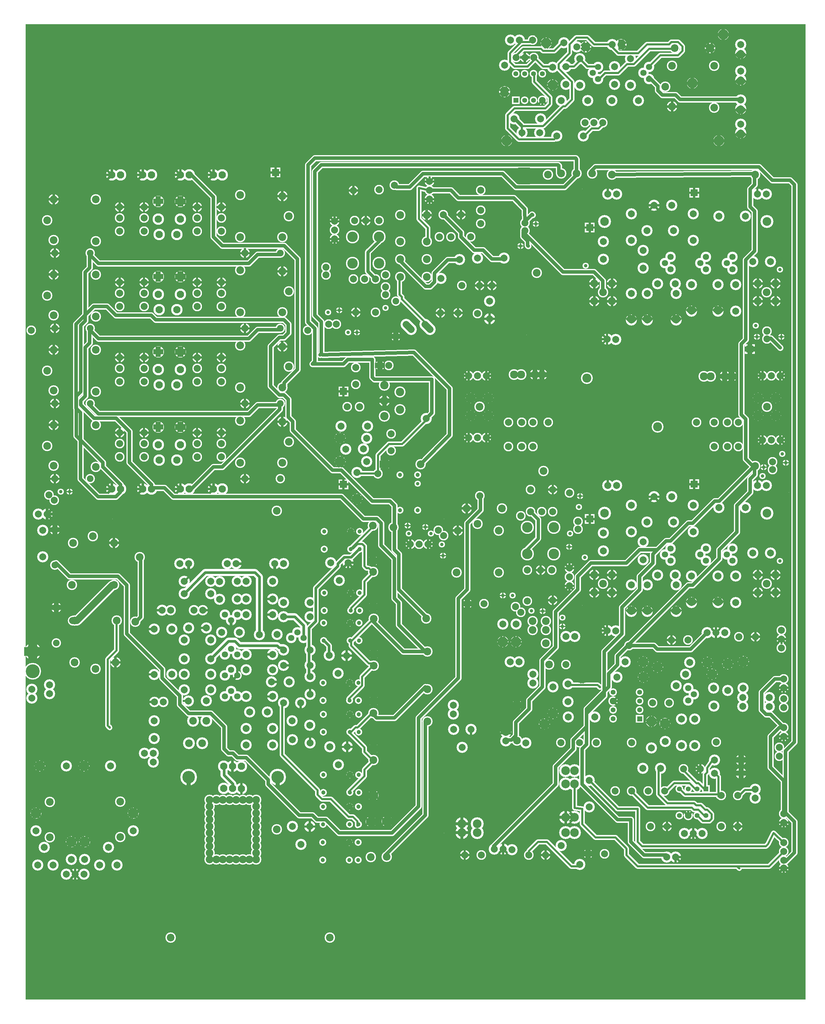
<source format=gbr>
%FSLAX34Y34*%
%MOMM*%
%LNCOPPER_TOP*%
G71*
G01*
%ADD10C,3.200*%
%ADD11C,3.000*%
%ADD12C,3.000*%
%ADD13C,2.800*%
%ADD14C,4.700*%
%ADD15C,1.800*%
%ADD16C,3.700*%
%ADD17C,7.800*%
%ADD18C,3.400*%
%ADD19C,3.100*%
%ADD20C,2.800*%
%ADD21C,2.800*%
%ADD22C,2.800*%
%ADD23C,2.600*%
%ADD24C,1.700*%
%ADD25C,1.800*%
%ADD26C,2.700*%
%ADD27C,1.400*%
%ADD28C,3.200*%
%ADD29C,3.800*%
%ADD30C,3.000*%
%ADD31C,3.200*%
%ADD32C,2.000*%
%ADD33C,1.800*%
%ADD34C,2.200*%
%ADD35C,2.700*%
%ADD36C,3.300*%
%ADD37C,2.900*%
%ADD38C,4.800*%
%ADD39C,4.800*%
%ADD40C,2.800*%
%ADD41C,4.800*%
%ADD42C,3.300*%
%ADD43C,3.400*%
%ADD44C,2.600*%
%ADD45C,2.000*%
%ADD46C,1.990*%
%ADD47C,1.600*%
%ADD48C,2.400*%
%ADD49C,3.200*%
%ADD50C,0.667*%
%ADD51C,0.813*%
%ADD52C,0.733*%
%ADD53C,3.345*%
%ADD54C,6.067*%
%ADD55C,6.860*%
%ADD56C,1.403*%
%ADD57C,1.723*%
%ADD58C,1.380*%
%ADD59C,1.427*%
%ADD60C,0.680*%
%ADD61C,1.447*%
%ADD62C,0.767*%
%ADD63C,1.264*%
%ADD64C,1.507*%
%ADD65C,1.152*%
%ADD66C,2.017*%
%ADD67C,0.646*%
%ADD68C,1.527*%
%ADD69C,1.900*%
%ADD70C,1.940*%
%ADD71C,1.408*%
%ADD72C,1.687*%
%ADD73C,0.700*%
%ADD74C,2.533*%
%ADD75C,1.200*%
%ADD76C,0.804*%
%ADD77C,0.672*%
%ADD78C,0.960*%
%ADD79C,1.487*%
%ADD80C,1.660*%
%ADD81C,0.833*%
%ADD82C,0.333*%
%ADD83C,1.920*%
%ADD84C,1.000*%
%ADD85C,2.000*%
%ADD86C,1.800*%
%ADD87C,2.200*%
%ADD88C,4.500*%
%ADD89C,1.000*%
%ADD90C,2.500*%
%ADD91C,7.000*%
%ADD92C,2.600*%
%ADD93C,2.300*%
%ADD94C,2.000*%
%ADD95C,2.000*%
%ADD96C,1.800*%
%ADD97C,0.900*%
%ADD98C,1.900*%
%ADD99C,0.600*%
%ADD100C,3.000*%
%ADD101C,2.200*%
%ADD102C,1.200*%
%ADD103C,1.000*%
%ADD104C,1.400*%
%ADD105C,1.900*%
%ADD106C,2.100*%
%ADD107C,2.100*%
%ADD108C,4.000*%
%ADD109C,4.000*%
%ADD110C,3.600*%
%ADD111C,2.100*%
%ADD112C,2.200*%
%ADD113C,0.800*%
%ADD114C,1.500*%
%ADD115C,0.790*%
%ADD116C,1.600*%
%ADD117C,3.000*%
%LPD*%
G36*
X-415970Y2253948D02*
X1824030Y2253948D01*
X1824030Y-546052D01*
X-415970Y-546052D01*
X-415970Y2253948D01*
G37*
%LPC*%
X1323875Y1633344D02*
G54D10*
D03*
X1323925Y1709594D02*
G54D10*
D03*
X1242881Y1629944D02*
G54D10*
D03*
X1242994Y1578963D02*
G54D10*
D03*
X1357181Y1604544D02*
G54D10*
D03*
X1357293Y1553564D02*
G54D10*
D03*
X1323891Y1404744D02*
G54D10*
D03*
X1323941Y1480994D02*
G54D10*
D03*
X1444612Y1661358D02*
G54D10*
D03*
X1368362Y1661408D02*
G54D10*
D03*
X1369571Y1480994D02*
G54D10*
D03*
X1369521Y1404744D02*
G54D10*
D03*
X1501674Y1633343D02*
G54D10*
D03*
X1501724Y1709593D02*
G54D10*
D03*
X1399006Y1508828D02*
G54D10*
D03*
X1496571Y1506394D02*
G54D10*
D03*
X1496521Y1430144D02*
G54D10*
D03*
X1572771Y1506394D02*
G54D10*
D03*
X1572721Y1430144D02*
G54D10*
D03*
X1623571Y1506394D02*
G54D10*
D03*
X1623521Y1430144D02*
G54D10*
D03*
X1723042Y1572439D02*
G54D10*
D03*
X1672062Y1572326D02*
G54D10*
D03*
X1651588Y1703162D02*
G54D10*
D03*
X1575338Y1703212D02*
G54D10*
D03*
X1685620Y1766144D02*
G54D10*
D03*
X1711120Y1766144D02*
G54D10*
D03*
X1253821Y1350220D02*
G54D10*
D03*
X1436246Y1585769D02*
G54D11*
D03*
X1420346Y1568194D02*
G54D11*
D03*
X1436280Y1550578D02*
G54D11*
D03*
X1537846Y1585769D02*
G54D11*
D03*
X1521946Y1568194D02*
G54D11*
D03*
X1537880Y1550578D02*
G54D11*
D03*
X1614046Y1585769D02*
G54D11*
D03*
X1598146Y1568194D02*
G54D11*
D03*
X1614080Y1550578D02*
G54D11*
D03*
X1217146Y1509669D02*
G54D12*
D03*
X1267946Y1509669D02*
G54D12*
D03*
X1242546Y1484269D02*
G54D12*
D03*
X1267946Y1458869D02*
G54D12*
D03*
X1217146Y1458869D02*
G54D12*
D03*
X1687046Y1509669D02*
G54D12*
D03*
X1737846Y1509669D02*
G54D12*
D03*
X1712446Y1484269D02*
G54D12*
D03*
X1737846Y1458869D02*
G54D12*
D03*
X1687046Y1458869D02*
G54D12*
D03*
X1388572Y1733978D02*
G54D10*
D03*
X1439552Y1734091D02*
G54D10*
D03*
X1323891Y1404744D02*
G54D13*
D03*
X1199470Y1764362D02*
G54D14*
D03*
X1449806Y1508828D02*
G54D10*
D03*
X1452121Y1480994D02*
G54D10*
D03*
X1452071Y1404744D02*
G54D10*
D03*
X1255621Y1766144D02*
G54D10*
D03*
X1281121Y1766144D02*
G54D10*
D03*
G36*
X1190019Y1684317D02*
X1218019Y1684317D01*
X1218019Y1656317D01*
X1190019Y1656317D01*
X1190019Y1684317D01*
G37*
G36*
X1490019Y1784317D02*
X1518019Y1784317D01*
X1518019Y1756317D01*
X1490019Y1756317D01*
X1490019Y1784317D01*
G37*
X1192346Y1560369D02*
G54D15*
D03*
X1369521Y1404744D02*
G54D13*
D03*
X1452071Y1404744D02*
G54D13*
D03*
X1496521Y1430144D02*
G54D13*
D03*
X1572721Y1430144D02*
G54D13*
D03*
X1759302Y1763569D02*
G54D14*
D03*
X1199470Y1405588D02*
G54D14*
D03*
X1758666Y1407175D02*
G54D14*
D03*
X1278924Y1349028D02*
G54D10*
D03*
X1749946Y1549969D02*
G54D15*
D03*
X1249496Y1687369D02*
G54D15*
D03*
X1246320Y1687370D02*
G54D16*
D03*
X1713045Y1687370D02*
G54D16*
D03*
X1332096Y1098128D02*
G54D17*
D03*
X1262246Y1237828D02*
G54D17*
D03*
X1195571Y1237828D02*
G54D18*
D03*
X1398771Y1098128D02*
G54D18*
D03*
X986696Y1247928D02*
G54D19*
D03*
X1066696Y1247928D02*
G54D20*
D03*
X1531696Y1242928D02*
G54D20*
D03*
X1611696Y1242928D02*
G54D20*
D03*
X1066696Y1247928D02*
G54D19*
D03*
X1531696Y1242928D02*
G54D19*
D03*
X1611696Y1242928D02*
G54D12*
D03*
X1006696Y1247928D02*
G54D19*
D03*
X1046696Y1247928D02*
G54D19*
D03*
X1551696Y1242928D02*
G54D19*
D03*
X1591696Y1242928D02*
G54D19*
D03*
X862271Y1130328D02*
G54D12*
D03*
X862271Y1181128D02*
G54D12*
D03*
X887671Y1155728D02*
G54D12*
D03*
X913071Y1181128D02*
G54D12*
D03*
X913071Y1130328D02*
G54D12*
D03*
X862271Y1130328D02*
G54D21*
D03*
X913071Y1130328D02*
G54D13*
D03*
X1687771Y1130328D02*
G54D12*
D03*
X1687771Y1181128D02*
G54D12*
D03*
X1713171Y1155728D02*
G54D12*
D03*
X1738571Y1181128D02*
G54D12*
D03*
X1738571Y1130328D02*
G54D12*
D03*
X1687771Y1130328D02*
G54D21*
D03*
X1738571Y1130328D02*
G54D13*
D03*
G36*
X1649996Y1307478D02*
X1649996Y1335478D01*
X1677996Y1335478D01*
X1677996Y1307478D01*
X1649996Y1307478D01*
G37*
X1561228Y1041691D02*
G54D22*
D03*
X1561228Y1111541D02*
G54D22*
D03*
X1631078Y1041691D02*
G54D22*
D03*
X1631078Y1111541D02*
G54D22*
D03*
X1599328Y1111541D02*
G54D22*
D03*
X1599328Y1041691D02*
G54D22*
D03*
X1631079Y1041691D02*
G54D13*
D03*
X1631079Y1111541D02*
G54D13*
D03*
X970678Y1041691D02*
G54D22*
D03*
X970678Y1111541D02*
G54D22*
D03*
X1040528Y1041691D02*
G54D22*
D03*
X1040528Y1111542D02*
G54D22*
D03*
X1008778Y1111542D02*
G54D22*
D03*
X1008778Y1041692D02*
G54D22*
D03*
X1040529Y1041691D02*
G54D13*
D03*
X1040529Y1111542D02*
G54D13*
D03*
X1611696Y1242928D02*
G54D19*
D03*
X1084979Y1111541D02*
G54D21*
D03*
X1510429Y1111541D02*
G54D21*
D03*
X1751371Y1060503D02*
G54D21*
D03*
X1725971Y1060503D02*
G54D21*
D03*
X1700571Y1060503D02*
G54D21*
D03*
X906821Y1244653D02*
G54D21*
D03*
X881421Y1244653D02*
G54D21*
D03*
X856021Y1244653D02*
G54D21*
D03*
X1751371Y1244653D02*
G54D21*
D03*
X1725971Y1244653D02*
G54D21*
D03*
X1700571Y1244653D02*
G54D21*
D03*
X906821Y1066854D02*
G54D21*
D03*
X881421Y1066854D02*
G54D21*
D03*
X856021Y1066854D02*
G54D21*
D03*
X862271Y1181128D02*
G54D13*
D03*
X913071Y1181128D02*
G54D13*
D03*
X1687771Y1130328D02*
G54D13*
D03*
X1687771Y1181128D02*
G54D13*
D03*
X1738571Y1181128D02*
G54D13*
D03*
X1738571Y1130328D02*
G54D13*
D03*
X1323875Y796732D02*
G54D10*
D03*
X1323925Y872982D02*
G54D10*
D03*
X1242881Y793332D02*
G54D10*
D03*
X1242994Y742351D02*
G54D10*
D03*
X1357181Y767932D02*
G54D10*
D03*
X1357293Y716951D02*
G54D10*
D03*
X1323891Y568132D02*
G54D10*
D03*
X1323941Y644382D02*
G54D10*
D03*
X1444612Y824746D02*
G54D10*
D03*
X1368362Y824796D02*
G54D10*
D03*
X1369571Y644382D02*
G54D10*
D03*
X1369521Y568132D02*
G54D10*
D03*
X1501674Y796731D02*
G54D10*
D03*
X1501724Y872981D02*
G54D10*
D03*
X1399006Y672216D02*
G54D10*
D03*
X1496571Y669782D02*
G54D10*
D03*
X1496521Y593532D02*
G54D10*
D03*
X1572771Y669782D02*
G54D10*
D03*
X1572721Y593532D02*
G54D10*
D03*
X1623571Y669782D02*
G54D10*
D03*
X1623521Y593532D02*
G54D10*
D03*
X1723042Y735826D02*
G54D10*
D03*
X1672062Y735714D02*
G54D10*
D03*
X1651588Y866550D02*
G54D10*
D03*
X1575338Y866600D02*
G54D10*
D03*
X1685620Y929532D02*
G54D10*
D03*
X1711120Y929532D02*
G54D10*
D03*
X1253821Y513607D02*
G54D10*
D03*
X1436246Y749157D02*
G54D11*
D03*
X1420346Y731582D02*
G54D11*
D03*
X1436280Y713966D02*
G54D11*
D03*
X1537846Y749157D02*
G54D11*
D03*
X1521946Y731582D02*
G54D11*
D03*
X1537880Y713966D02*
G54D11*
D03*
X1614046Y749157D02*
G54D11*
D03*
X1598146Y731582D02*
G54D11*
D03*
X1614080Y713966D02*
G54D11*
D03*
X1217146Y673057D02*
G54D12*
D03*
X1267946Y673057D02*
G54D12*
D03*
X1242546Y647657D02*
G54D12*
D03*
X1267946Y622257D02*
G54D12*
D03*
X1217146Y622257D02*
G54D12*
D03*
X1687046Y673057D02*
G54D12*
D03*
X1737846Y673057D02*
G54D12*
D03*
X1712446Y647657D02*
G54D12*
D03*
X1737846Y622257D02*
G54D12*
D03*
X1687046Y622257D02*
G54D12*
D03*
X1388572Y897366D02*
G54D10*
D03*
X1439552Y897478D02*
G54D10*
D03*
X1323891Y568132D02*
G54D13*
D03*
X1199470Y927750D02*
G54D14*
D03*
X1449806Y672216D02*
G54D10*
D03*
X1452121Y644382D02*
G54D10*
D03*
X1452071Y568132D02*
G54D10*
D03*
X1255621Y929532D02*
G54D10*
D03*
X1281121Y929532D02*
G54D10*
D03*
G36*
X1190019Y847705D02*
X1218019Y847705D01*
X1218019Y819705D01*
X1190019Y819705D01*
X1190019Y847705D01*
G37*
G36*
X1490019Y947705D02*
X1518019Y947705D01*
X1518019Y919705D01*
X1490019Y919705D01*
X1490019Y947705D01*
G37*
X1369521Y568132D02*
G54D13*
D03*
X1452071Y568132D02*
G54D13*
D03*
X1496521Y593532D02*
G54D13*
D03*
X1572721Y593532D02*
G54D13*
D03*
X1759302Y926957D02*
G54D14*
D03*
X1199470Y568975D02*
G54D14*
D03*
X1758666Y570562D02*
G54D14*
D03*
X1278924Y512416D02*
G54D10*
D03*
X1749946Y713357D02*
G54D15*
D03*
X1249496Y850757D02*
G54D15*
D03*
X1246320Y850757D02*
G54D16*
D03*
X1713045Y850757D02*
G54D16*
D03*
X522446Y1567829D02*
G54D23*
D03*
X598646Y1567829D02*
G54D23*
D03*
X598646Y1644029D02*
G54D23*
D03*
X522446Y1644029D02*
G54D23*
D03*
X598558Y1779052D02*
G54D22*
D03*
X598558Y1690152D02*
G54D22*
D03*
X560458Y1690152D02*
G54D22*
D03*
X528708Y1690152D02*
G54D22*
D03*
X588914Y1427262D02*
G54D22*
D03*
X525415Y1522512D02*
G54D22*
D03*
X557164Y1522512D02*
G54D22*
D03*
X588914Y1522512D02*
G54D22*
D03*
G54D24*
X598646Y1644029D02*
X598646Y1631329D01*
X566896Y1599579D01*
X566896Y1544530D01*
X588914Y1522512D01*
X617397Y1534800D02*
G54D22*
D03*
X525414Y1776512D02*
G54D22*
D03*
X643008Y1791752D02*
G54D22*
D03*
X805436Y1644062D02*
G54D22*
D03*
X862586Y1644062D02*
G54D22*
D03*
X891286Y1720262D02*
G54D22*
D03*
X891286Y1777412D02*
G54D22*
D03*
X830236Y1578439D02*
G54D10*
D03*
X776284Y1524558D02*
G54D10*
D03*
X830236Y1578439D02*
G54D13*
D03*
X958012Y1582490D02*
G54D10*
D03*
X881762Y1582540D02*
G54D10*
D03*
X958012Y1582491D02*
G54D13*
D03*
X837186Y1504362D02*
G54D22*
D03*
X887986Y1504362D02*
G54D22*
D03*
X887986Y1504362D02*
G54D22*
D03*
X916593Y1408256D02*
G54D10*
D03*
X916481Y1459237D02*
G54D10*
D03*
X916593Y1408256D02*
G54D10*
D03*
X891286Y1682162D02*
G54D22*
D03*
X923036Y1504362D02*
G54D22*
D03*
X772416Y1644062D02*
G54D22*
D03*
X783336Y1707562D02*
G54D22*
D03*
X834136Y1707562D02*
G54D22*
D03*
G54D25*
X783336Y1707562D02*
X834136Y1656762D01*
X834136Y1644062D01*
X872236Y1605962D01*
X897636Y1605962D01*
X923036Y1580562D01*
X961136Y1580562D01*
X958012Y1582490D01*
X659640Y1706068D02*
G54D12*
D03*
X735840Y1706068D02*
G54D12*
D03*
X659640Y1629868D02*
G54D12*
D03*
X659640Y1579068D02*
G54D12*
D03*
X659640Y1528268D02*
G54D12*
D03*
X735840Y1629868D02*
G54D12*
D03*
X735840Y1579068D02*
G54D12*
D03*
X735840Y1528268D02*
G54D12*
D03*
X647139Y1357705D02*
G54D26*
D03*
X647139Y1459305D02*
G54D26*
D03*
X647139Y1357705D02*
G54D13*
D03*
X735840Y1706068D02*
G54D22*
D03*
X882091Y1423264D02*
G54D22*
D03*
X825871Y1425509D02*
G54D22*
D03*
X825871Y1425509D02*
G54D22*
D03*
X775071Y1425509D02*
G54D22*
D03*
G54D27*
X744096Y1777063D02*
X713385Y1784177D01*
X713385Y1695277D01*
X738785Y1669877D01*
X738785Y1625427D01*
X735841Y1626693D01*
G54D25*
X659641Y1579068D02*
X656235Y1577802D01*
X732435Y1501602D01*
X745135Y1501602D01*
X757835Y1514302D01*
X757835Y1539702D01*
X795935Y1577802D01*
X834035Y1577802D01*
X830236Y1578439D01*
G54D28*
X745255Y1377787D02*
X731113Y1391929D01*
G54D28*
X691280Y1377787D02*
X677138Y1391929D01*
X471046Y1688163D02*
G54D21*
D03*
X471046Y1662763D02*
G54D21*
D03*
X471046Y1637363D02*
G54D21*
D03*
X744096Y1802463D02*
G54D21*
D03*
X744096Y1777063D02*
G54D21*
D03*
X744096Y1751663D02*
G54D21*
D03*
X522446Y1644028D02*
G54D29*
D03*
X522446Y1567829D02*
G54D29*
D03*
X598646Y1567829D02*
G54D29*
D03*
X598646Y1644029D02*
G54D29*
D03*
G54D27*
X744534Y1384858D02*
X746556Y1382763D01*
X664006Y1465313D01*
X664006Y1471663D01*
X657656Y1478013D01*
X657656Y1528813D01*
X659641Y1528268D01*
X1100924Y809627D02*
G54D23*
D03*
X1024724Y809627D02*
G54D23*
D03*
X1024724Y733427D02*
G54D23*
D03*
X1100924Y733427D02*
G54D23*
D03*
X1024812Y598404D02*
G54D22*
D03*
X1024812Y687304D02*
G54D22*
D03*
X1062912Y687304D02*
G54D22*
D03*
X1094662Y687304D02*
G54D22*
D03*
X1097956Y918444D02*
G54D22*
D03*
X1034456Y918444D02*
G54D22*
D03*
X1097955Y854944D02*
G54D22*
D03*
X1066206Y854944D02*
G54D22*
D03*
X1034456Y854944D02*
G54D22*
D03*
G54D24*
X1024724Y733427D02*
X1024724Y746127D01*
X1056475Y777877D01*
X1056475Y832925D01*
X1034456Y854944D01*
X1005973Y842655D02*
G54D22*
D03*
X1097956Y600944D02*
G54D22*
D03*
X1145974Y641668D02*
G54D21*
D03*
X1145974Y667068D02*
G54D21*
D03*
X1145974Y692468D02*
G54D21*
D03*
X1145974Y908368D02*
G54D21*
D03*
X1100924Y733427D02*
G54D29*
D03*
X1100924Y809627D02*
G54D29*
D03*
X1024724Y809627D02*
G54D29*
D03*
X1024724Y733427D02*
G54D29*
D03*
X821716Y680046D02*
G54D12*
D03*
X824890Y800696D02*
G54D12*
D03*
X942366Y680046D02*
G54D12*
D03*
X942366Y800696D02*
G54D12*
D03*
X882041Y820159D02*
G54D12*
D03*
X824890Y800696D02*
G54D30*
D03*
X850737Y864278D02*
G54D12*
D03*
X952337Y864277D02*
G54D12*
D03*
X1039637Y540138D02*
G54D12*
D03*
X1039637Y514738D02*
G54D12*
D03*
X1077737Y514738D02*
G54D12*
D03*
X1077737Y476638D02*
G54D12*
D03*
X992232Y532131D02*
G54D10*
D03*
X992345Y481150D02*
G54D10*
D03*
X992232Y532130D02*
G54D22*
D03*
X992344Y481150D02*
G54D22*
D03*
X954132Y532131D02*
G54D10*
D03*
X954244Y481150D02*
G54D10*
D03*
X954132Y532130D02*
G54D22*
D03*
X954244Y481150D02*
G54D22*
D03*
X1077737Y540138D02*
G54D12*
D03*
X888704Y900087D02*
G54D22*
D03*
X850737Y864278D02*
G54D12*
D03*
X658695Y1198576D02*
G54D31*
D03*
X658695Y1147776D02*
G54D31*
D03*
X614245Y1173176D02*
G54D31*
D03*
X614245Y1128726D02*
G54D31*
D03*
X614245Y1217626D02*
G54D31*
D03*
X626945Y1274776D02*
G54D22*
D03*
X601545Y1274776D02*
G54D22*
D03*
X565860Y1100151D02*
G54D10*
D03*
X489610Y1100201D02*
G54D10*
D03*
X486918Y1065891D02*
G54D10*
D03*
X563168Y1065841D02*
G54D10*
D03*
X502852Y1034415D02*
G54D10*
D03*
X553832Y1034527D02*
G54D10*
D03*
X531695Y1268514D02*
G54D22*
D03*
X531695Y1220714D02*
G54D22*
D03*
X535305Y966890D02*
G54D10*
D03*
X535255Y890640D02*
G54D10*
D03*
X595195Y915826D02*
G54D22*
D03*
X595195Y963626D02*
G54D22*
D03*
X507751Y1155670D02*
G54D22*
D03*
X542851Y1155670D02*
G54D22*
D03*
X633295Y1030126D02*
G54D22*
D03*
X633295Y1077926D02*
G54D22*
D03*
X486973Y998244D02*
G54D10*
D03*
X563223Y998194D02*
G54D10*
D03*
X734170Y1121821D02*
G54D10*
D03*
X486918Y1065892D02*
G54D22*
D03*
X486973Y998244D02*
G54D22*
D03*
X595195Y915826D02*
G54D22*
D03*
X535255Y890640D02*
G54D22*
D03*
G54D27*
X595195Y957276D02*
X595895Y958546D01*
X589545Y964896D01*
X532395Y964896D01*
X535305Y966890D01*
G36*
X510645Y1213846D02*
X510645Y1185846D01*
X482645Y1185846D01*
X482645Y1213846D01*
X510645Y1213846D01*
G37*
G36*
X510645Y947146D02*
X510645Y919146D01*
X482645Y919146D01*
X482645Y947146D01*
X510645Y947146D01*
G37*
X709495Y960364D02*
G54D32*
D03*
X709495Y934964D02*
G54D33*
D03*
X658695Y960364D02*
G54D33*
D03*
X658695Y934964D02*
G54D32*
D03*
X709495Y858764D02*
G54D33*
D03*
X658695Y858764D02*
G54D33*
D03*
X616277Y991130D02*
G54D12*
D03*
X717877Y991130D02*
G54D12*
D03*
X616277Y991130D02*
G54D12*
D03*
G54D27*
X734170Y1121821D02*
X734895Y1119114D01*
X665045Y1049264D01*
X626945Y1049264D01*
X595195Y1017514D01*
X595195Y966714D01*
X595195Y963626D01*
X739091Y761156D02*
G54D21*
D03*
X713691Y761156D02*
G54D21*
D03*
X688291Y761156D02*
G54D21*
D03*
X658695Y960364D02*
G54D32*
D03*
X709495Y858764D02*
G54D32*
D03*
X658695Y858764D02*
G54D32*
D03*
G36*
X1336608Y249026D02*
X1336608Y271026D01*
X1358608Y271026D01*
X1358608Y249026D01*
X1336608Y249026D01*
G37*
X1347608Y285426D02*
G54D34*
D03*
X1347608Y310826D02*
G54D34*
D03*
X1347608Y336226D02*
G54D34*
D03*
X1271408Y336226D02*
G54D34*
D03*
X1271408Y310826D02*
G54D34*
D03*
X1271409Y285426D02*
G54D34*
D03*
X1271408Y260026D02*
G54D34*
D03*
X1271408Y310826D02*
G54D35*
D03*
X1643358Y295388D02*
G54D10*
D03*
X1643358Y320887D02*
G54D10*
D03*
X1073369Y192051D02*
G54D22*
D03*
X1098264Y275636D02*
G54D10*
D03*
X1098314Y351886D02*
G54D10*
D03*
X963072Y197044D02*
G54D10*
D03*
X963072Y222544D02*
G54D10*
D03*
X1505329Y259328D02*
G54D10*
D03*
X1505278Y183078D02*
G54D10*
D03*
X1505329Y259328D02*
G54D22*
D03*
X1567213Y241394D02*
G54D22*
D03*
X1567213Y193594D02*
G54D22*
D03*
X1467228Y259328D02*
G54D10*
D03*
X1467178Y183078D02*
G54D10*
D03*
X1467229Y259328D02*
G54D22*
D03*
X1486884Y313101D02*
G54D11*
D03*
X1502784Y330676D02*
G54D11*
D03*
X1486849Y348292D02*
G54D11*
D03*
X1560257Y347894D02*
G54D10*
D03*
X1560369Y296914D02*
G54D10*
D03*
X1560257Y347894D02*
G54D22*
D03*
X1555327Y388022D02*
G54D10*
D03*
X1479077Y388072D02*
G54D10*
D03*
X1555327Y388022D02*
G54D22*
D03*
X1542294Y421994D02*
G54D10*
D03*
X1491314Y421882D02*
G54D10*
D03*
X1542294Y421994D02*
G54D22*
D03*
X1420557Y246294D02*
G54D10*
D03*
X1420669Y195314D02*
G54D10*
D03*
X1420557Y246294D02*
G54D22*
D03*
X1567213Y241394D02*
G54D22*
D03*
X1555327Y388022D02*
G54D22*
D03*
X1542294Y421994D02*
G54D22*
D03*
X1600579Y418078D02*
G54D10*
D03*
X1600529Y341828D02*
G54D10*
D03*
X1600579Y418078D02*
G54D22*
D03*
X1600579Y418078D02*
G54D22*
D03*
X1420557Y246295D02*
G54D22*
D03*
X1384519Y306351D02*
G54D22*
D03*
X1432319Y306351D02*
G54D22*
D03*
X1398763Y408750D02*
G54D10*
D03*
X1452645Y354798D02*
G54D10*
D03*
X1398764Y408750D02*
G54D22*
D03*
X1398764Y408750D02*
G54D22*
D03*
X1358702Y379851D02*
G54D10*
D03*
X1282452Y379901D02*
G54D10*
D03*
X1306205Y423777D02*
G54D10*
D03*
X1357186Y423889D02*
G54D10*
D03*
X1306206Y423776D02*
G54D22*
D03*
X1358702Y379851D02*
G54D22*
D03*
X1357186Y423889D02*
G54D22*
D03*
X1174969Y192051D02*
G54D22*
D03*
X1222769Y192051D02*
G54D22*
D03*
X1073369Y192051D02*
G54D22*
D03*
X1121169Y192051D02*
G54D22*
D03*
X1276569Y192052D02*
G54D22*
D03*
X1324369Y192051D02*
G54D22*
D03*
X1276569Y192052D02*
G54D22*
D03*
X1381504Y252978D02*
G54D10*
D03*
X1381454Y176728D02*
G54D10*
D03*
X1381504Y252978D02*
G54D22*
D03*
X1219002Y265551D02*
G54D10*
D03*
X1142752Y265601D02*
G54D10*
D03*
X1219002Y265551D02*
G54D22*
D03*
X1141423Y309425D02*
G54D10*
D03*
X1141311Y360405D02*
G54D10*
D03*
X1141423Y309426D02*
G54D22*
D03*
X1141311Y360406D02*
G54D22*
D03*
X1181684Y378301D02*
G54D22*
D03*
X1087668Y415719D02*
G54D22*
D03*
X1135468Y415719D02*
G54D22*
D03*
X1098264Y275636D02*
G54D22*
D03*
X1074146Y244838D02*
G54D10*
D03*
X1020194Y190957D02*
G54D10*
D03*
X1074146Y244838D02*
G54D22*
D03*
X1644970Y424332D02*
G54D22*
D03*
X1087668Y415719D02*
G54D12*
D03*
X994794Y298906D02*
G54D12*
D03*
X994793Y197307D02*
G54D12*
D03*
X994794Y298906D02*
G54D12*
D03*
X963072Y222544D02*
G54D12*
D03*
X1644970Y424332D02*
G54D10*
D03*
X1644920Y348082D02*
G54D10*
D03*
X1644971Y424332D02*
G54D22*
D03*
G54D27*
X1232616Y353317D02*
X1232884Y351201D01*
X1226534Y357551D01*
X1143984Y357551D01*
X1141311Y360406D01*
X1644970Y424332D02*
G54D22*
D03*
X1600579Y418078D02*
G54D22*
D03*
X1542294Y421994D02*
G54D22*
D03*
X1555327Y388022D02*
G54D22*
D03*
X1398763Y408750D02*
G54D22*
D03*
X1358702Y379851D02*
G54D22*
D03*
X1357186Y423889D02*
G54D22*
D03*
X1567213Y241394D02*
G54D22*
D03*
X1181684Y378301D02*
G54D22*
D03*
X1276569Y192052D02*
G54D22*
D03*
X1073369Y192051D02*
G54D22*
D03*
X1074146Y244838D02*
G54D22*
D03*
X1098264Y275636D02*
G54D22*
D03*
X994794Y298906D02*
G54D22*
D03*
X1719608Y295337D02*
G54D10*
D03*
X1643358Y295388D02*
G54D10*
D03*
X1719608Y320837D02*
G54D10*
D03*
X1643358Y320887D02*
G54D10*
D03*
X-76296Y1011677D02*
G54D22*
D03*
X-146146Y1011677D02*
G54D22*
D03*
X-76296Y1081527D02*
G54D22*
D03*
X-146146Y1081527D02*
G54D22*
D03*
X-146146Y1049777D02*
G54D22*
D03*
X-76296Y1049777D02*
G54D22*
D03*
X-32888Y1002906D02*
G54D36*
D03*
X18094Y1003018D02*
G54D36*
D03*
X145954Y1011677D02*
G54D22*
D03*
X76104Y1011677D02*
G54D22*
D03*
X145954Y1081527D02*
G54D22*
D03*
X76104Y1081527D02*
G54D22*
D03*
X76104Y1049777D02*
G54D22*
D03*
X145954Y1049777D02*
G54D22*
D03*
X28177Y1047004D02*
G54D10*
D03*
X28064Y1097984D02*
G54D10*
D03*
X-35323Y1047004D02*
G54D10*
D03*
X-35436Y1097984D02*
G54D10*
D03*
X145954Y1081527D02*
G54D13*
D03*
X76104Y1081527D02*
G54D13*
D03*
X28064Y1097985D02*
G54D37*
D03*
X-35436Y1097985D02*
G54D13*
D03*
X-76296Y1081527D02*
G54D13*
D03*
X-146146Y1081527D02*
G54D13*
D03*
X-35323Y1047004D02*
G54D36*
D03*
X-35436Y1097984D02*
G54D36*
D03*
X28064Y1097984D02*
G54D36*
D03*
X28177Y1047004D02*
G54D36*
D03*
X200167Y1115969D02*
G54D12*
D03*
X320817Y1112795D02*
G54D12*
D03*
X200167Y995319D02*
G54D12*
D03*
X320817Y995319D02*
G54D12*
D03*
X339630Y1055644D02*
G54D12*
D03*
X213674Y949040D02*
G54D26*
D03*
X315274Y949040D02*
G54D26*
D03*
X320817Y1112795D02*
G54D12*
D03*
X-214828Y983230D02*
G54D12*
D03*
X-335478Y986404D02*
G54D12*
D03*
X-214828Y1103881D02*
G54D12*
D03*
X-335478Y1103881D02*
G54D12*
D03*
X-354290Y1043556D02*
G54D12*
D03*
X-335477Y986404D02*
G54D12*
D03*
X-335478Y1103881D02*
G54D12*
D03*
X-332426Y949040D02*
G54D26*
D03*
X-230826Y949040D02*
G54D26*
D03*
X213674Y949040D02*
G54D22*
D03*
X-332426Y949040D02*
G54D22*
D03*
X-76296Y1227577D02*
G54D22*
D03*
X-146146Y1227577D02*
G54D22*
D03*
X-76296Y1297427D02*
G54D22*
D03*
X-146146Y1297427D02*
G54D22*
D03*
X-146146Y1265677D02*
G54D22*
D03*
X-76296Y1265677D02*
G54D22*
D03*
X-32888Y1218806D02*
G54D36*
D03*
X18094Y1218918D02*
G54D36*
D03*
X145954Y1227577D02*
G54D22*
D03*
X76104Y1227577D02*
G54D22*
D03*
X145954Y1297427D02*
G54D22*
D03*
X76104Y1297427D02*
G54D22*
D03*
X76104Y1265677D02*
G54D22*
D03*
X145954Y1265677D02*
G54D22*
D03*
X28177Y1262904D02*
G54D10*
D03*
X28064Y1313884D02*
G54D10*
D03*
X-35323Y1262904D02*
G54D10*
D03*
X-35436Y1313884D02*
G54D10*
D03*
X145954Y1297427D02*
G54D13*
D03*
X76104Y1297427D02*
G54D13*
D03*
X28064Y1313885D02*
G54D37*
D03*
X-35436Y1313885D02*
G54D13*
D03*
X-76296Y1297427D02*
G54D13*
D03*
X-146146Y1297427D02*
G54D13*
D03*
X-35323Y1262904D02*
G54D36*
D03*
X-35436Y1313884D02*
G54D36*
D03*
X28064Y1313884D02*
G54D36*
D03*
X28177Y1262904D02*
G54D36*
D03*
X200167Y1331869D02*
G54D12*
D03*
X320817Y1328695D02*
G54D12*
D03*
X200167Y1211219D02*
G54D12*
D03*
X320817Y1211219D02*
G54D12*
D03*
X339630Y1271544D02*
G54D12*
D03*
X213674Y1164940D02*
G54D26*
D03*
X315274Y1164940D02*
G54D26*
D03*
X320817Y1328695D02*
G54D12*
D03*
X-214828Y1199130D02*
G54D12*
D03*
X-335478Y1202304D02*
G54D12*
D03*
X-214828Y1319780D02*
G54D12*
D03*
X-335478Y1319780D02*
G54D12*
D03*
X-354290Y1259456D02*
G54D12*
D03*
X-335477Y1202304D02*
G54D12*
D03*
X-335478Y1319780D02*
G54D12*
D03*
X-332426Y1164940D02*
G54D26*
D03*
X-230826Y1164940D02*
G54D26*
D03*
X213674Y1164940D02*
G54D22*
D03*
X-332426Y1164940D02*
G54D22*
D03*
X-76296Y1443477D02*
G54D22*
D03*
X-146146Y1443477D02*
G54D22*
D03*
X-76296Y1513327D02*
G54D22*
D03*
X-146146Y1513327D02*
G54D22*
D03*
X-146146Y1481577D02*
G54D22*
D03*
X-76296Y1481577D02*
G54D22*
D03*
X-32888Y1434706D02*
G54D36*
D03*
X18094Y1434818D02*
G54D36*
D03*
X145954Y1443477D02*
G54D22*
D03*
X76104Y1443477D02*
G54D22*
D03*
X145954Y1513327D02*
G54D22*
D03*
X76104Y1513327D02*
G54D22*
D03*
X76104Y1481577D02*
G54D22*
D03*
X145954Y1481577D02*
G54D22*
D03*
X28177Y1478804D02*
G54D10*
D03*
X28064Y1529784D02*
G54D10*
D03*
X-35323Y1478804D02*
G54D10*
D03*
X-35436Y1529784D02*
G54D10*
D03*
X145954Y1513327D02*
G54D13*
D03*
X76104Y1513327D02*
G54D13*
D03*
X28064Y1529785D02*
G54D37*
D03*
X-35436Y1529785D02*
G54D13*
D03*
X-76296Y1513327D02*
G54D13*
D03*
X-146146Y1513327D02*
G54D13*
D03*
X-35323Y1478804D02*
G54D36*
D03*
X-35436Y1529784D02*
G54D36*
D03*
X28064Y1529784D02*
G54D36*
D03*
X28177Y1478804D02*
G54D36*
D03*
X200167Y1547769D02*
G54D12*
D03*
X320817Y1544595D02*
G54D12*
D03*
X200167Y1427119D02*
G54D12*
D03*
X320817Y1427119D02*
G54D12*
D03*
X339630Y1487444D02*
G54D12*
D03*
X213674Y1380839D02*
G54D26*
D03*
X315274Y1380840D02*
G54D26*
D03*
X320817Y1544595D02*
G54D12*
D03*
X-214828Y1415030D02*
G54D12*
D03*
X-335477Y1418204D02*
G54D12*
D03*
X-214828Y1535680D02*
G54D12*
D03*
X-335478Y1535680D02*
G54D12*
D03*
X-354290Y1475356D02*
G54D12*
D03*
X-335477Y1418204D02*
G54D12*
D03*
X-335478Y1535680D02*
G54D12*
D03*
X-332426Y1380839D02*
G54D26*
D03*
X-230826Y1380840D02*
G54D26*
D03*
X213674Y1380840D02*
G54D22*
D03*
X-332426Y1380839D02*
G54D22*
D03*
X-76296Y1659377D02*
G54D22*
D03*
X-146146Y1659377D02*
G54D22*
D03*
X-76296Y1729227D02*
G54D22*
D03*
X-146146Y1729227D02*
G54D22*
D03*
X-146146Y1697477D02*
G54D22*
D03*
X-76296Y1697477D02*
G54D22*
D03*
X-32888Y1650606D02*
G54D36*
D03*
X18093Y1650718D02*
G54D36*
D03*
X145954Y1659377D02*
G54D22*
D03*
X76104Y1659377D02*
G54D22*
D03*
X145954Y1729227D02*
G54D22*
D03*
X76104Y1729227D02*
G54D22*
D03*
X76104Y1697477D02*
G54D22*
D03*
X145954Y1697477D02*
G54D22*
D03*
X28177Y1694704D02*
G54D10*
D03*
X28064Y1745684D02*
G54D10*
D03*
X-35323Y1694704D02*
G54D10*
D03*
X-35436Y1745684D02*
G54D10*
D03*
X145954Y1729227D02*
G54D13*
D03*
X76104Y1729227D02*
G54D13*
D03*
X28064Y1745685D02*
G54D37*
D03*
X-35436Y1745685D02*
G54D13*
D03*
X-76296Y1729227D02*
G54D13*
D03*
X-146146Y1729227D02*
G54D13*
D03*
X-35323Y1694704D02*
G54D36*
D03*
X-35436Y1745684D02*
G54D36*
D03*
X28064Y1745684D02*
G54D36*
D03*
X28177Y1694704D02*
G54D36*
D03*
X200167Y1763669D02*
G54D12*
D03*
X320817Y1760495D02*
G54D12*
D03*
X200167Y1643019D02*
G54D12*
D03*
X320817Y1643019D02*
G54D12*
D03*
X339630Y1703344D02*
G54D12*
D03*
X213674Y1596740D02*
G54D26*
D03*
X315274Y1596740D02*
G54D26*
D03*
X320817Y1760495D02*
G54D12*
D03*
X-214828Y1630930D02*
G54D12*
D03*
X-335478Y1634104D02*
G54D12*
D03*
X-214828Y1751580D02*
G54D12*
D03*
X-335478Y1751580D02*
G54D12*
D03*
X-354290Y1691256D02*
G54D12*
D03*
X-335477Y1634104D02*
G54D12*
D03*
X-335478Y1751580D02*
G54D12*
D03*
X-332426Y1596739D02*
G54D26*
D03*
X-230826Y1596740D02*
G54D26*
D03*
X213674Y1596740D02*
G54D22*
D03*
X-332426Y1596740D02*
G54D22*
D03*
X148828Y920004D02*
G54D36*
D03*
X148828Y920004D02*
G54D36*
D03*
X123427Y920004D02*
G54D36*
D03*
X53578Y920004D02*
G54D36*
D03*
X53578Y920004D02*
G54D36*
D03*
X28177Y920004D02*
G54D36*
D03*
X-54372Y920004D02*
G54D36*
D03*
X-54372Y920004D02*
G54D36*
D03*
X-79773Y920004D02*
G54D36*
D03*
X-143272Y920004D02*
G54D36*
D03*
X-143272Y920004D02*
G54D36*
D03*
X-168673Y920004D02*
G54D36*
D03*
G54D25*
X53578Y920004D02*
X59927Y920004D01*
X123427Y983504D01*
X148827Y983504D01*
X313927Y1148603D01*
X313927Y1161303D01*
X315274Y1164939D01*
G54D25*
X-230826Y1164939D02*
X-232173Y1161303D01*
X-206773Y1135903D01*
X225027Y1135903D01*
X250427Y1161303D01*
X313927Y1161303D01*
X315274Y1164939D01*
G54D25*
X-54372Y920004D02*
X-54373Y920004D01*
X-54373Y932704D01*
X-117873Y996204D01*
X-117873Y1085104D01*
X-155973Y1123204D01*
X-219473Y1123203D01*
X-257573Y1161303D01*
X-257573Y1174003D01*
X-244873Y1186703D01*
X-244873Y1326403D01*
X-232173Y1339103D01*
X-232173Y1377203D01*
X-230826Y1380840D01*
G54D25*
X-230826Y1380840D02*
X-232173Y1377203D01*
X-206773Y1351804D01*
X225027Y1351803D01*
X250427Y1377203D01*
X313927Y1377204D01*
X315274Y1380840D01*
G54D25*
X-143272Y920004D02*
X-143273Y920004D01*
X-143273Y932704D01*
X-194073Y983504D01*
X-194073Y996204D01*
X-270273Y1072403D01*
X-270273Y1186703D01*
X-257573Y1199403D01*
X-257573Y1389904D01*
X-244873Y1402604D01*
X-244873Y1542304D01*
X-232173Y1555004D01*
X-232173Y1593103D01*
X-230826Y1596740D01*
G54D25*
X-230826Y1596740D02*
X-232173Y1593103D01*
X-206773Y1567704D01*
X225027Y1567704D01*
X250427Y1593103D01*
X313927Y1593104D01*
X315274Y1596740D01*
X148828Y1821704D02*
G54D36*
D03*
X148828Y1821704D02*
G54D36*
D03*
X123427Y1821704D02*
G54D36*
D03*
X53578Y1821704D02*
G54D36*
D03*
X53578Y1821704D02*
G54D36*
D03*
X28177Y1821704D02*
G54D36*
D03*
X-54372Y1821704D02*
G54D36*
D03*
X-54372Y1821704D02*
G54D36*
D03*
X-79773Y1821704D02*
G54D36*
D03*
X-143272Y1821704D02*
G54D36*
D03*
X-143272Y1821704D02*
G54D36*
D03*
X-168673Y1821704D02*
G54D36*
D03*
G54D25*
X53578Y1821704D02*
X59927Y1821703D01*
X123427Y1758204D01*
X123427Y1643904D01*
X148827Y1618504D01*
X326627Y1618503D01*
X364727Y1580403D01*
X364727Y1262904D01*
X326627Y1224803D01*
X326627Y1212104D01*
X320817Y1211220D01*
X-399908Y1375174D02*
G54D21*
D03*
X393842Y1375174D02*
G54D21*
D03*
X1005794Y1345262D02*
G54D14*
D03*
X1015320Y1818338D02*
G54D14*
D03*
X1015320Y1818338D02*
G54D14*
D03*
X466044Y1345262D02*
G54D14*
D03*
X453344Y1815162D02*
G54D14*
D03*
X-155009Y542488D02*
G54D12*
D03*
X-158183Y421838D02*
G54D12*
D03*
X-275659Y542488D02*
G54D12*
D03*
X-275658Y421838D02*
G54D12*
D03*
X-215334Y403026D02*
G54D12*
D03*
X-396308Y396438D02*
G54D38*
D03*
X-283208Y644357D02*
G54D12*
D03*
X-280034Y765007D02*
G54D12*
D03*
X-162559Y644357D02*
G54D12*
D03*
X-162559Y765007D02*
G54D12*
D03*
X-222883Y784294D02*
G54D12*
D03*
X-328288Y579781D02*
G54D26*
D03*
X-328288Y478181D02*
G54D26*
D03*
X-328288Y579781D02*
G54D22*
D03*
X-328288Y579781D02*
G54D12*
D03*
X-332086Y802976D02*
G54D26*
D03*
X-332086Y701376D02*
G54D26*
D03*
X-332086Y802976D02*
G54D22*
D03*
X-332086Y802976D02*
G54D12*
D03*
X-158183Y421838D02*
G54D12*
D03*
X-162559Y765007D02*
G54D12*
D03*
X-396308Y453588D02*
G54D39*
D03*
X1071148Y971778D02*
G54D12*
D03*
X-280034Y765007D02*
G54D12*
D03*
X-162559Y765007D02*
G54D12*
D03*
G54D40*
X-162559Y644357D02*
X-167709Y644088D01*
X-269308Y542488D01*
X-282008Y542488D01*
X-275658Y542488D01*
X-183798Y850757D02*
G54D14*
D03*
X768702Y850757D02*
G54D14*
D03*
X-183798Y-47768D02*
G54D14*
D03*
X768702Y-50943D02*
G54D14*
D03*
X852757Y590438D02*
G54D22*
D03*
X900557Y590437D02*
G54D22*
D03*
X852757Y590438D02*
G54D22*
D03*
X1748654Y177997D02*
G54D21*
D03*
X1761354Y374847D02*
G54D21*
D03*
X1761354Y349447D02*
G54D21*
D03*
X1761354Y-12503D02*
G54D21*
D03*
X1761354Y-37903D02*
G54D21*
D03*
X1761354Y235147D02*
G54D21*
D03*
X1761354Y209747D02*
G54D21*
D03*
G54D25*
X1761354Y235147D02*
X1723254Y273247D01*
X1710554Y273247D01*
X1697854Y285947D01*
X1697854Y336747D01*
X1735954Y374847D01*
X1761354Y374847D01*
G54D25*
X1761354Y235147D02*
X1748654Y235147D01*
X1723254Y209747D01*
X1723254Y120847D01*
X1761354Y82747D01*
X1761354Y-6153D01*
X1761354Y-12503D01*
X-396308Y453588D02*
G54D22*
D03*
X734735Y548256D02*
G54D12*
D03*
X737910Y453006D02*
G54D12*
D03*
X737910Y345056D02*
G54D12*
D03*
X737910Y252981D02*
G54D12*
D03*
X307340Y92518D02*
G54D41*
D03*
X51641Y92418D02*
G54D41*
D03*
X152366Y124343D02*
G54D42*
D03*
X177740Y124218D02*
G54D42*
D03*
X203184Y124243D02*
G54D42*
D03*
X400446Y190602D02*
G54D10*
D03*
X400271Y241594D02*
G54D10*
D03*
X102516Y254468D02*
G54D43*
D03*
X53116Y190368D02*
G54D43*
D03*
X91115Y190368D02*
G54D43*
D03*
X64415Y254468D02*
G54D43*
D03*
X-46759Y203618D02*
G54D10*
D03*
X-46884Y254534D02*
G54D10*
D03*
X216766Y232193D02*
G54D10*
D03*
X293016Y232143D02*
G54D10*
D03*
X-49334Y135493D02*
G54D10*
D03*
X-49334Y160993D02*
G54D10*
D03*
X216766Y184568D02*
G54D10*
D03*
X293015Y184518D02*
G54D10*
D03*
X191366Y603668D02*
G54D10*
D03*
X140449Y603543D02*
G54D10*
D03*
X156440Y559218D02*
G54D11*
D03*
X174016Y543318D02*
G54D11*
D03*
X191632Y559253D02*
G54D11*
D03*
X162791Y705268D02*
G54D10*
D03*
X188216Y705318D02*
G54D10*
D03*
X216766Y559218D02*
G54D10*
D03*
X292941Y559218D02*
G54D10*
D03*
X38966Y619543D02*
G54D10*
D03*
X115216Y619493D02*
G54D10*
D03*
X197716Y508418D02*
G54D10*
D03*
X146799Y508293D02*
G54D10*
D03*
X191366Y444918D02*
G54D11*
D03*
X173766Y460818D02*
G54D11*
D03*
X156174Y444884D02*
G54D11*
D03*
X191740Y384518D02*
G54D44*
D03*
X173766Y400493D02*
G54D11*
D03*
X156174Y384558D02*
G54D11*
D03*
X216766Y444918D02*
G54D10*
D03*
X292941Y444918D02*
G54D10*
D03*
X191365Y324218D02*
G54D11*
D03*
X173766Y340168D02*
G54D11*
D03*
X156174Y324233D02*
G54D11*
D03*
X38965Y387768D02*
G54D10*
D03*
X115216Y387718D02*
G54D10*
D03*
X39174Y343589D02*
G54D10*
D03*
X115424Y343539D02*
G54D10*
D03*
X216766Y324268D02*
G54D10*
D03*
X293040Y324218D02*
G54D10*
D03*
X278086Y279478D02*
G54D10*
D03*
X227170Y279353D02*
G54D10*
D03*
X216766Y400468D02*
G54D10*
D03*
X293016Y400418D02*
G54D10*
D03*
X374041Y305618D02*
G54D31*
D03*
X349057Y254686D02*
G54D31*
D03*
X324158Y305732D02*
G54D31*
D03*
X381866Y492543D02*
G54D11*
D03*
X364065Y508343D02*
G54D11*
D03*
X346675Y492508D02*
G54D11*
D03*
X26265Y705268D02*
G54D10*
D03*
X51840Y705218D02*
G54D10*
D03*
X324716Y594143D02*
G54D10*
D03*
X400966Y594093D02*
G54D10*
D03*
X324716Y552868D02*
G54D10*
D03*
X400966Y552818D02*
G54D10*
D03*
X305666Y502068D02*
G54D10*
D03*
X254749Y501943D02*
G54D10*
D03*
G54D45*
X381866Y492543D02*
X381866Y527468D01*
X356466Y552868D01*
X324716Y552868D01*
X324716Y457618D02*
G54D10*
D03*
X400966Y457568D02*
G54D10*
D03*
X400866Y330593D02*
G54D10*
D03*
X400753Y381574D02*
G54D10*
D03*
X400915Y413168D02*
G54D10*
D03*
X324640Y413218D02*
G54D10*
D03*
X-24484Y571943D02*
G54D10*
D03*
X378Y571630D02*
G54D11*
D03*
X4040Y387768D02*
G54D10*
D03*
X-46934Y387618D02*
G54D10*
D03*
X38965Y432218D02*
G54D10*
D03*
X115216Y432168D02*
G54D10*
D03*
G54D45*
X324716Y463968D02*
X312015Y463968D01*
X305665Y470318D01*
X197716Y470318D01*
X185016Y483018D01*
X165966Y483018D01*
X153266Y470318D01*
X115166Y432218D01*
X102466Y311568D02*
G54D10*
D03*
X51490Y311418D02*
G54D10*
D03*
X-20934Y308418D02*
G54D11*
D03*
X-46234Y308718D02*
G54D11*
D03*
X4040Y517943D02*
G54D10*
D03*
X-46934Y517843D02*
G54D10*
D03*
X324716Y705268D02*
G54D10*
D03*
X299240Y705268D02*
G54D10*
D03*
X38965Y486193D02*
G54D10*
D03*
X115216Y486143D02*
G54D10*
D03*
X102440Y521143D02*
G54D10*
D03*
X51540Y520943D02*
G54D10*
D03*
X67540Y571918D02*
G54D11*
D03*
X92440Y571618D02*
G54D11*
D03*
X216765Y603668D02*
G54D10*
D03*
X292940Y603668D02*
G54D10*
D03*
X216766Y654468D02*
G54D10*
D03*
X292940Y654518D02*
G54D10*
D03*
X38940Y654518D02*
G54D10*
D03*
X115141Y654518D02*
G54D10*
D03*
X191366Y654468D02*
G54D10*
D03*
X140449Y654343D02*
G54D10*
D03*
G54D45*
X254866Y502068D02*
X254866Y667168D01*
X242166Y679868D01*
X99290Y679868D01*
X38966Y619543D01*
X290066Y365854D02*
G54D10*
D03*
X341046Y365966D02*
G54D10*
D03*
X350165Y200393D02*
G54D10*
D03*
X203240Y59918D02*
G54D42*
D03*
X177940Y60118D02*
G54D42*
D03*
X152453Y60050D02*
G54D42*
D03*
G54D46*
X153266Y124243D02*
X153266Y98843D01*
X178666Y73443D01*
X178666Y60743D01*
X540490Y48607D02*
G54D33*
D03*
X515090Y48607D02*
G54D33*
D03*
X540490Y99407D02*
G54D33*
D03*
X515090Y99407D02*
G54D33*
D03*
X438890Y48607D02*
G54D32*
D03*
X438890Y99407D02*
G54D33*
D03*
X583099Y39724D02*
G54D12*
D03*
X583099Y141324D02*
G54D12*
D03*
X581115Y39724D02*
G54D12*
D03*
X540490Y222042D02*
G54D33*
D03*
X515090Y222042D02*
G54D33*
D03*
X540490Y272842D02*
G54D33*
D03*
X515090Y272842D02*
G54D33*
D03*
X438890Y222042D02*
G54D33*
D03*
X438890Y272842D02*
G54D33*
D03*
X507390Y179412D02*
G54D31*
D03*
X482407Y128480D02*
G54D31*
D03*
X457508Y179526D02*
G54D31*
D03*
X542872Y571292D02*
G54D33*
D03*
X517472Y571292D02*
G54D33*
D03*
X542872Y622092D02*
G54D33*
D03*
X517472Y622092D02*
G54D33*
D03*
X441272Y571292D02*
G54D33*
D03*
X441272Y622092D02*
G54D33*
D03*
X542872Y746710D02*
G54D33*
D03*
X517472Y746710D02*
G54D33*
D03*
X542872Y797510D02*
G54D33*
D03*
X517472Y797510D02*
G54D33*
D03*
X441272Y746710D02*
G54D33*
D03*
X441272Y797510D02*
G54D33*
D03*
X509772Y708049D02*
G54D31*
D03*
X484788Y657117D02*
G54D31*
D03*
X459889Y708164D02*
G54D31*
D03*
X505803Y441746D02*
G54D31*
D03*
X480819Y390814D02*
G54D31*
D03*
X455920Y441860D02*
G54D31*
D03*
X541284Y484773D02*
G54D33*
D03*
X515884Y484773D02*
G54D33*
D03*
X541284Y535573D02*
G54D33*
D03*
X515884Y535573D02*
G54D33*
D03*
X439684Y484773D02*
G54D33*
D03*
X439684Y535573D02*
G54D33*
D03*
X539697Y312529D02*
G54D33*
D03*
X514297Y312529D02*
G54D33*
D03*
X539697Y363329D02*
G54D33*
D03*
X514297Y363329D02*
G54D33*
D03*
X438097Y312529D02*
G54D33*
D03*
X438097Y363329D02*
G54D33*
D03*
G54D47*
X542871Y746710D02*
X543790Y749718D01*
X518390Y724318D01*
X499341Y724318D01*
X480291Y705268D01*
X480291Y698918D01*
X416790Y635418D01*
X416790Y540168D01*
X397740Y521118D01*
X397740Y381418D01*
X400754Y381574D01*
G54D47*
X439684Y484773D02*
X442191Y483018D01*
X454890Y470318D01*
X454890Y444918D01*
X455920Y441860D01*
X583099Y175058D02*
G54D12*
D03*
X583099Y276658D02*
G54D12*
D03*
X583099Y175058D02*
G54D12*
D03*
X583496Y311186D02*
G54D12*
D03*
X583496Y412786D02*
G54D12*
D03*
X583496Y311186D02*
G54D12*
D03*
X583496Y445727D02*
G54D12*
D03*
X583496Y547326D02*
G54D12*
D03*
X583496Y445726D02*
G54D12*
D03*
X582305Y580268D02*
G54D12*
D03*
X582306Y681867D02*
G54D12*
D03*
X582306Y580267D02*
G54D12*
D03*
X580718Y713618D02*
G54D12*
D03*
X580718Y815217D02*
G54D12*
D03*
X580718Y713617D02*
G54D12*
D03*
G54D27*
X583100Y141324D02*
X581890Y140118D01*
X556490Y114718D01*
X556491Y95668D01*
X512040Y51218D01*
X515091Y48607D01*
G54D27*
X583100Y276658D02*
X581890Y279818D01*
X537440Y235368D01*
X531090Y235368D01*
X518390Y222668D01*
X512040Y222668D01*
X515090Y222042D01*
G54D27*
X583497Y412786D02*
X581890Y413168D01*
X550140Y381418D01*
X550140Y356018D01*
X512040Y317918D01*
X512040Y311568D01*
X514297Y312529D01*
G54D27*
X583496Y547327D02*
X581891Y546518D01*
X518391Y483018D01*
X515885Y484773D01*
G54D27*
X582306Y681867D02*
X581890Y679868D01*
X556490Y654468D01*
X556490Y616368D01*
X518390Y578268D01*
X518390Y571918D01*
X517472Y571292D01*
G54D27*
X580719Y815217D02*
X581891Y813218D01*
X518390Y749718D01*
X517472Y746710D01*
G54D27*
X515090Y222042D02*
X512040Y222668D01*
X556491Y178218D01*
X556490Y165518D01*
X581890Y140118D01*
X583100Y141324D01*
G54D27*
X583497Y412786D02*
X581890Y413168D01*
X575541Y419518D01*
X569191Y419518D01*
X518391Y470318D01*
X518391Y483018D01*
X515885Y484773D01*
G54D27*
X582306Y681867D02*
X581890Y679868D01*
X569191Y692568D01*
X562841Y692568D01*
X556491Y698918D01*
X556490Y756068D01*
X550140Y762418D01*
X537440Y762418D01*
X524740Y749718D01*
X518390Y749718D01*
X517472Y746710D01*
X438890Y99407D02*
G54D32*
D03*
X515090Y48607D02*
G54D32*
D03*
X540490Y48607D02*
G54D32*
D03*
X515090Y99407D02*
G54D32*
D03*
X540490Y99407D02*
G54D32*
D03*
X438890Y222042D02*
G54D32*
D03*
X438890Y272842D02*
G54D32*
D03*
X515090Y222042D02*
G54D32*
D03*
X540490Y222042D02*
G54D32*
D03*
X540490Y272842D02*
G54D32*
D03*
X515090Y272842D02*
G54D32*
D03*
X514297Y312529D02*
G54D32*
D03*
X539697Y312529D02*
G54D32*
D03*
X539697Y363329D02*
G54D32*
D03*
X514297Y363329D02*
G54D32*
D03*
X438097Y312529D02*
G54D32*
D03*
X438097Y363329D02*
G54D32*
D03*
X439684Y484773D02*
G54D32*
D03*
X515884Y484773D02*
G54D32*
D03*
X439684Y535573D02*
G54D32*
D03*
X515884Y535573D02*
G54D32*
D03*
X541284Y535573D02*
G54D32*
D03*
X541284Y484773D02*
G54D32*
D03*
X441272Y571292D02*
G54D32*
D03*
X441272Y622092D02*
G54D32*
D03*
X517472Y571292D02*
G54D32*
D03*
X542872Y571292D02*
G54D32*
D03*
X542872Y622092D02*
G54D32*
D03*
X517472Y622092D02*
G54D32*
D03*
X441272Y746710D02*
G54D32*
D03*
X441272Y797510D02*
G54D32*
D03*
X517472Y746710D02*
G54D32*
D03*
X542872Y746710D02*
G54D32*
D03*
X542872Y797510D02*
G54D32*
D03*
X517472Y797510D02*
G54D32*
D03*
X505803Y441746D02*
G54D31*
D03*
X509772Y708049D02*
G54D31*
D03*
X538506Y-145066D02*
G54D33*
D03*
X513106Y-145066D02*
G54D33*
D03*
X538506Y-94266D02*
G54D33*
D03*
X513106Y-94266D02*
G54D33*
D03*
X436906Y-145066D02*
G54D32*
D03*
X436906Y-94266D02*
G54D33*
D03*
X436906Y-94266D02*
G54D32*
D03*
X513106Y-145066D02*
G54D32*
D03*
X538506Y-145066D02*
G54D32*
D03*
X513106Y-94266D02*
G54D32*
D03*
X538506Y-94266D02*
G54D32*
D03*
X399837Y-49188D02*
G54D31*
D03*
X374854Y-100120D02*
G54D31*
D03*
X349955Y-49074D02*
G54D31*
D03*
X575254Y-35576D02*
G54D12*
D03*
X575254Y-137176D02*
G54D12*
D03*
X577238Y-35576D02*
G54D12*
D03*
X621292Y-34386D02*
G54D12*
D03*
X621292Y-135986D02*
G54D12*
D03*
X623276Y-34386D02*
G54D12*
D03*
X539300Y-42672D02*
G54D33*
D03*
X513900Y-42672D02*
G54D33*
D03*
X539299Y8128D02*
G54D33*
D03*
X513900Y8128D02*
G54D33*
D03*
X437700Y-42672D02*
G54D32*
D03*
X437699Y8128D02*
G54D33*
D03*
X437699Y8128D02*
G54D32*
D03*
X513900Y-42672D02*
G54D32*
D03*
X539300Y-42672D02*
G54D32*
D03*
X513900Y8128D02*
G54D32*
D03*
X539299Y8128D02*
G54D32*
D03*
G54D27*
X539300Y-42672D02*
X536647Y-46414D01*
X536647Y-33713D01*
X523947Y-21014D01*
X511247Y-21014D01*
X460447Y29786D01*
X435047Y29786D01*
X422347Y42486D01*
X422347Y55186D01*
X320747Y156786D01*
X320747Y309186D01*
X324158Y305732D01*
X304800Y857250D02*
G54D12*
D03*
X304800Y-57150D02*
G54D12*
D03*
X112435Y-105794D02*
G54D12*
D03*
X112435Y-86744D02*
G54D12*
D03*
X112435Y-67694D02*
G54D12*
D03*
X112435Y-48644D02*
G54D12*
D03*
X112435Y-29594D02*
G54D12*
D03*
X112435Y-10544D02*
G54D12*
D03*
X112435Y8506D02*
G54D12*
D03*
X112435Y27556D02*
G54D12*
D03*
X112435Y-124844D02*
G54D12*
D03*
X112435Y-143894D02*
G54D12*
D03*
X245785Y-105794D02*
G54D12*
D03*
X245785Y-86744D02*
G54D12*
D03*
X245785Y-67694D02*
G54D12*
D03*
X245785Y-48644D02*
G54D12*
D03*
X245785Y-29594D02*
G54D12*
D03*
X245785Y-10544D02*
G54D12*
D03*
X245785Y8506D02*
G54D12*
D03*
X245785Y27556D02*
G54D12*
D03*
X245785Y-124844D02*
G54D12*
D03*
X245785Y-143894D02*
G54D12*
D03*
X150535Y-143894D02*
G54D12*
D03*
X169585Y-143894D02*
G54D12*
D03*
X188635Y-143894D02*
G54D12*
D03*
X207685Y-143894D02*
G54D12*
D03*
X226735Y-143894D02*
G54D12*
D03*
X131485Y-143894D02*
G54D12*
D03*
X112435Y-143894D02*
G54D12*
D03*
X245785Y-143894D02*
G54D12*
D03*
X150535Y27556D02*
G54D12*
D03*
X169585Y27556D02*
G54D12*
D03*
X188635Y27556D02*
G54D12*
D03*
X207685Y27556D02*
G54D12*
D03*
X226735Y27556D02*
G54D12*
D03*
X131485Y27556D02*
G54D12*
D03*
X112435Y27556D02*
G54D12*
D03*
X245785Y27556D02*
G54D12*
D03*
X-88900Y723900D02*
G54D12*
D03*
G54D25*
X737910Y453006D02*
X731560Y453006D01*
X655360Y529206D01*
X655360Y592706D01*
X642660Y605406D01*
X642660Y719706D01*
X604560Y757806D01*
X604560Y821306D01*
X591860Y834006D01*
X553760Y834006D01*
X490260Y897506D01*
X7660Y897506D01*
X-17740Y922906D01*
X-55840Y922906D01*
X-54372Y920004D01*
G54D25*
X734735Y548256D02*
X731560Y554606D01*
X655360Y630806D01*
X655360Y732406D01*
X642660Y745106D01*
X642660Y872106D01*
X629960Y884806D01*
X579160Y884806D01*
X490260Y973706D01*
X464860Y973706D01*
X350560Y1088006D01*
X350560Y1113406D01*
X337860Y1126106D01*
X337860Y1176906D01*
X325160Y1189606D01*
X312460Y1189606D01*
X287060Y1215006D01*
X287060Y1329306D01*
X312460Y1354706D01*
X325160Y1354706D01*
X337860Y1367406D01*
X337860Y1392806D01*
X325160Y1405506D01*
X-43140Y1405506D01*
X-55840Y1418206D01*
X-157440Y1418206D01*
X-182840Y1443606D01*
X-220940Y1443606D01*
X-271740Y1392806D01*
X-271740Y1151506D01*
X-259040Y1138806D01*
X-259040Y948306D01*
X-208240Y897506D01*
X-157440Y897506D01*
X-144740Y910206D01*
X-144740Y922906D01*
X-143272Y920004D01*
X640716Y809457D02*
G54D12*
D03*
G54D25*
X583496Y547327D02*
X579160Y541906D01*
X668060Y453006D01*
X731560Y453006D01*
X737910Y453006D01*
G54D25*
X583099Y276658D02*
X579160Y275206D01*
X591860Y262506D01*
X642660Y262506D01*
X731560Y351406D01*
X737910Y345056D01*
G54D25*
X621292Y-135986D02*
X617260Y-131194D01*
X731560Y-16894D01*
X731560Y249806D01*
X737910Y252981D01*
X531764Y1427262D02*
G54D22*
D03*
X1001406Y423777D02*
G54D10*
D03*
X975831Y423828D02*
G54D10*
D03*
X1040512Y388062D02*
G54D10*
D03*
X1040462Y362487D02*
G54D10*
D03*
X1161115Y496055D02*
G54D10*
D03*
X1135540Y496106D02*
G54D10*
D03*
X1679053Y32210D02*
G54D10*
D03*
X1679054Y57709D02*
G54D10*
D03*
G36*
X1548706Y47700D02*
X1526706Y47700D01*
X1526706Y69700D01*
X1548706Y69700D01*
X1548706Y47700D01*
G37*
X1512306Y58700D02*
G54D34*
D03*
X1486906Y58700D02*
G54D34*
D03*
X1461506Y58700D02*
G54D34*
D03*
X1461506Y-17500D02*
G54D34*
D03*
X1486906Y-17500D02*
G54D34*
D03*
X1512306Y-17500D02*
G54D34*
D03*
X1537706Y-17500D02*
G54D34*
D03*
X1486906Y-17500D02*
G54D35*
D03*
X1451004Y-136803D02*
G54D10*
D03*
X1425504Y-136802D02*
G54D10*
D03*
X1475862Y-69424D02*
G54D10*
D03*
X1501362Y-69424D02*
G54D10*
D03*
X1501362Y-69424D02*
G54D10*
D03*
X1526862Y-69424D02*
G54D10*
D03*
X1629347Y-48628D02*
G54D22*
D03*
X1581547Y-48628D02*
G54D22*
D03*
X1426147Y-48628D02*
G54D22*
D03*
X1378347Y-48628D02*
G54D22*
D03*
X1629347Y40272D02*
G54D22*
D03*
X1581547Y40272D02*
G54D22*
D03*
X1638872Y103972D02*
G54D10*
D03*
X1562622Y104022D02*
G54D10*
D03*
X1638872Y142072D02*
G54D10*
D03*
X1562622Y142122D02*
G54D10*
D03*
X1638872Y142072D02*
G54D22*
D03*
X1521397Y116472D02*
G54D22*
D03*
X1473597Y116472D02*
G54D22*
D03*
X1371909Y52972D02*
G54D22*
D03*
X1419709Y52972D02*
G54D22*
D03*
X1407812Y117824D02*
G54D10*
D03*
X1356831Y117712D02*
G54D10*
D03*
X1407812Y117824D02*
G54D22*
D03*
X1276659Y52972D02*
G54D22*
D03*
X1324459Y52972D02*
G54D22*
D03*
G54D27*
X1562622Y104022D02*
X1560679Y107072D01*
X1573379Y94372D01*
X1573379Y37222D01*
X1575197Y40272D01*
G54D27*
X1556272Y142122D02*
X1541629Y119772D01*
X1541629Y107072D01*
X1535279Y100722D01*
X1535279Y56272D01*
X1537706Y58700D01*
G54D27*
X1581547Y40272D02*
X1579729Y37222D01*
X1573379Y43572D01*
X1478129Y43572D01*
X1465429Y56272D01*
X1459079Y56272D01*
X1461506Y58699D01*
G54D27*
X1419709Y52972D02*
X1420979Y49922D01*
X1446379Y75322D01*
X1490829Y75322D01*
X1509879Y56272D01*
X1512306Y58700D01*
G54D27*
X1473597Y116472D02*
X1471779Y113422D01*
X1509879Y75322D01*
X1516229Y75322D01*
X1535279Y56272D01*
X1537706Y58700D01*
G54D27*
X1629347Y40272D02*
X1630529Y37222D01*
X1649579Y56272D01*
X1681329Y56272D01*
X1679053Y57708D01*
G54D27*
X1324459Y52972D02*
X1325729Y49922D01*
X1370179Y5472D01*
X1497179Y5472D01*
X1503529Y-878D01*
X1516229Y-878D01*
X1535279Y-19928D01*
X1537706Y-17501D01*
G54D27*
X1407812Y117824D02*
X1408279Y119772D01*
X1401929Y113422D01*
X1401929Y43572D01*
X1427329Y18172D01*
X1503529Y18172D01*
X1509879Y11822D01*
X1522579Y11822D01*
X1535279Y-878D01*
X1541629Y-878D01*
X1554329Y-13578D01*
X1554329Y-26278D01*
X1547979Y-32628D01*
X1528929Y-32628D01*
X1516229Y-19928D01*
X1509879Y-19928D01*
X1512306Y-17501D01*
X1638872Y142072D02*
G54D10*
D03*
X1748654Y152597D02*
G54D21*
D03*
X1761354Y317697D02*
G54D21*
D03*
X1761354Y292297D02*
G54D21*
D03*
X1755004Y514547D02*
G54D21*
D03*
X1755004Y489147D02*
G54D21*
D03*
X1755004Y463747D02*
G54D21*
D03*
X1202859Y6862D02*
G54D10*
D03*
X1202909Y83112D02*
G54D10*
D03*
X1160595Y110982D02*
G54D16*
D03*
X1160595Y72882D02*
G54D16*
D03*
X1160595Y-22368D02*
G54D16*
D03*
X1160595Y-66818D02*
G54D16*
D03*
X836745Y-66818D02*
G54D16*
D03*
X881195Y-66818D02*
G54D16*
D03*
X1135195Y110982D02*
G54D16*
D03*
X1135195Y72882D02*
G54D16*
D03*
X1135195Y-22368D02*
G54D16*
D03*
X1135195Y-66818D02*
G54D16*
D03*
X836745Y-41418D02*
G54D16*
D03*
X881195Y-41418D02*
G54D16*
D03*
X1198832Y-127112D02*
G54D22*
D03*
X1246632Y-127113D02*
G54D22*
D03*
X1198832Y-127112D02*
G54D22*
D03*
X862991Y229418D02*
G54D31*
D03*
X838007Y178486D02*
G54D31*
D03*
X813108Y229532D02*
G54D31*
D03*
X811908Y273852D02*
G54D10*
D03*
X811959Y299426D02*
G54D10*
D03*
X1121906Y-103770D02*
G54D10*
D03*
X1175787Y-157722D02*
G54D10*
D03*
X1761354Y-120453D02*
G54D21*
D03*
X1761354Y-168078D02*
G54D21*
D03*
X1761354Y-95053D02*
G54D21*
D03*
G54D27*
X1202909Y83112D02*
X1203054Y83112D01*
X1284010Y2156D01*
X1341160Y2156D01*
X1341160Y-93094D01*
X1353860Y-105794D01*
X1709460Y-105794D01*
X1715810Y-99444D01*
X1731562Y-67694D01*
X1761354Y-95053D01*
G54D27*
X1160595Y72882D02*
X1160595Y4921D01*
X1182410Y2156D01*
X1182410Y-42294D01*
X1220510Y-80394D01*
X1277660Y-80394D01*
X1309410Y-112144D01*
X1309410Y-131194D01*
X1341160Y-162944D01*
X1626910Y-162944D01*
X1633260Y-169294D01*
X1626910Y-162944D01*
X1718862Y-162944D01*
X1761354Y-120453D01*
X1083848Y1822678D02*
G54D12*
D03*
X1679212Y1822509D02*
G54D12*
D03*
X1679212Y985896D02*
G54D12*
D03*
X1267998Y1822678D02*
G54D12*
D03*
G54D25*
X1267998Y1822678D02*
X1677710Y1824606D01*
X1679212Y1822509D01*
X1166398Y1825853D02*
G54D12*
D03*
G54D25*
X-332086Y701376D02*
X-328890Y707006D01*
X-290790Y668906D01*
X-151090Y668906D01*
X-125690Y643506D01*
X-125690Y503806D01*
X-24090Y402206D01*
X-24090Y376806D01*
X26710Y326006D01*
X26710Y300606D01*
X52110Y275206D01*
X115610Y275206D01*
X153710Y237106D01*
X153710Y173606D01*
X166410Y160906D01*
X179110Y160906D01*
X191810Y148206D01*
X217210Y148206D01*
X280710Y84706D01*
X280710Y72006D01*
X369610Y-16894D01*
X407710Y-16894D01*
X420410Y-29594D01*
X445810Y-29594D01*
X483910Y-67694D01*
X636310Y-67694D01*
X712510Y8506D01*
X712510Y262506D01*
X826810Y376806D01*
X826810Y605406D01*
X852210Y630806D01*
X852210Y821306D01*
X890310Y859406D01*
X890310Y897506D01*
X888704Y900087D01*
G54D25*
X1166398Y1825853D02*
X1169710Y1824606D01*
X1131610Y1786506D01*
X991910Y1786506D01*
X953810Y1824606D01*
X725210Y1824606D01*
X687110Y1786506D01*
X649010Y1786506D01*
X643008Y1791752D01*
G54D25*
X1679212Y985896D02*
X1677710Y986406D01*
X1576110Y884806D01*
X1563410Y884806D01*
X1499910Y821306D01*
X1487210Y821306D01*
X1436410Y770506D01*
X1423710Y770506D01*
X1398310Y745106D01*
X1347510Y745106D01*
X1309410Y707006D01*
X1207810Y707006D01*
X1169710Y668906D01*
X1169710Y630806D01*
X1106210Y567306D01*
X1106210Y465706D01*
X1068110Y427606D01*
X1068110Y351406D01*
X1030010Y313306D01*
X1030010Y287906D01*
X991910Y249806D01*
X991910Y211706D01*
X979210Y199006D01*
X966510Y199006D01*
X963072Y197044D01*
G54D25*
X1679212Y985896D02*
X1677710Y986406D01*
X1576110Y884806D01*
X1563410Y884806D01*
X1499910Y821306D01*
X1487210Y821306D01*
X1436410Y770506D01*
X1423710Y770506D01*
X1385610Y732406D01*
X1385610Y707006D01*
X1347510Y668906D01*
X1347510Y630806D01*
X1296710Y580006D01*
X1296710Y503806D01*
X1245910Y453006D01*
X1245910Y338706D01*
X1195110Y287906D01*
X1195110Y186306D01*
X1182410Y173606D01*
X1182410Y72006D01*
X1284010Y-29594D01*
X1322110Y-29594D01*
X1322110Y-93094D01*
X1360210Y-131194D01*
X1423710Y-131194D01*
X1425504Y-136803D01*
X844859Y-131178D02*
G54D22*
D03*
X892659Y-131178D02*
G54D22*
D03*
X1076897Y-131178D02*
G54D22*
D03*
X1029097Y-131178D02*
G54D22*
D03*
X929762Y-113874D02*
G54D10*
D03*
X955262Y-113874D02*
G54D10*
D03*
X955262Y-113874D02*
G54D10*
D03*
X980762Y-115779D02*
G54D10*
D03*
G54D27*
X1029097Y-131178D02*
X1029097Y-119407D01*
X1055410Y-93094D01*
X1080810Y-93094D01*
X1150660Y-162944D01*
X1170565Y-162944D01*
X1175787Y-157722D01*
G54D25*
X929762Y-113874D02*
X928410Y-118494D01*
X928410Y-105794D01*
X1106210Y72006D01*
X1106210Y122806D01*
X1157010Y173606D01*
X1157010Y199006D01*
X1195110Y237106D01*
X1195110Y275206D01*
X1245910Y326006D01*
X1245910Y338706D01*
X1258610Y351406D01*
X1258610Y389506D01*
X1284010Y414906D01*
X1284010Y440306D01*
X1487210Y643506D01*
X1499910Y643506D01*
X1576110Y719706D01*
X1576110Y745106D01*
X1626910Y795906D01*
X1626910Y872106D01*
X1665010Y910206D01*
X1665010Y948306D01*
X1677710Y961006D01*
X1677710Y986406D01*
X1679212Y985896D01*
X1121948Y1825853D02*
G54D12*
D03*
X1052098Y1540103D02*
G54D12*
D03*
G54D25*
X436148Y1305153D02*
X698563Y1311503D01*
X801410Y1208656D01*
X801410Y1074664D01*
X717877Y991130D01*
G54D25*
X1115598Y1825853D02*
X1115598Y1847603D01*
X1112560Y1850641D01*
X433110Y1850641D01*
X414060Y1831591D01*
X414060Y1418841D01*
X433110Y1399791D01*
X433110Y1308465D01*
X429798Y1305153D01*
G54D25*
X1166398Y1825853D02*
X1166398Y1866653D01*
X1163360Y1869691D01*
X414060Y1869691D01*
X395010Y1850641D01*
X395010Y1399156D01*
X414060Y1380106D01*
X414060Y1285491D01*
X407710Y1279141D01*
X496610Y1279141D01*
X509310Y1291841D01*
X579160Y1291841D01*
X579160Y1241041D01*
X585510Y1234691D01*
X750610Y1234691D01*
X750610Y1138262D01*
X734170Y1121821D01*
G54D25*
X744096Y1777063D02*
X805138Y1777063D01*
X826810Y1755391D01*
X985560Y1755391D01*
X1017310Y1723641D01*
X1017657Y1683802D01*
X1019130Y1695148D01*
X1019596Y1694519D01*
X1017657Y1683802D01*
G54D25*
X1679212Y985896D02*
X1677710Y980691D01*
X1652310Y1006091D01*
X1652310Y1120391D01*
X1639610Y1133091D01*
X1639610Y1336291D01*
X1652310Y1348991D01*
X1652310Y1577591D01*
X1677710Y1602991D01*
X1677710Y1717291D01*
X1665010Y1729991D01*
X1665010Y1780791D01*
X1677710Y1793491D01*
X1677710Y1818891D01*
X1679212Y1822509D01*
X1591998Y507080D02*
G54D10*
D03*
X1566499Y507080D02*
G54D10*
D03*
X1566499Y507080D02*
G54D10*
D03*
X1540999Y507080D02*
G54D10*
D03*
X1438514Y486284D02*
G54D22*
D03*
X1486314Y486284D02*
G54D22*
D03*
X1680075Y495808D02*
G54D22*
D03*
X1632276Y495809D02*
G54D22*
D03*
X1316854Y470097D02*
G54D21*
D03*
G54D25*
X1316854Y470097D02*
X1388204Y470097D01*
X1398310Y459991D01*
X1493910Y459991D01*
X1540999Y507080D01*
X1210848Y1825853D02*
G54D12*
D03*
X1761354Y-145853D02*
G54D21*
D03*
G54D25*
X1761354Y-145853D02*
X1766610Y-149609D01*
X1792010Y-124209D01*
X1792010Y-35309D01*
X1766610Y-9909D01*
X1761354Y-12503D01*
G54D25*
X1210848Y1825853D02*
X1207810Y1831591D01*
X1220510Y1844291D01*
X1690410Y1844291D01*
X1728510Y1806191D01*
X1779310Y1806191D01*
X1792010Y1793491D01*
X1792010Y193291D01*
X1766610Y167891D01*
X1766610Y-9909D01*
X1761354Y-12503D01*
X-367154Y801544D02*
G54D10*
D03*
X-367204Y725294D02*
G54D10*
D03*
X-367204Y725294D02*
G54D13*
D03*
X-380089Y847972D02*
G54D10*
D03*
X-354614Y847973D02*
G54D10*
D03*
X446158Y1556802D02*
G54D22*
D03*
X446158Y1534577D02*
G54D22*
D03*
X476320Y1393290D02*
G54D22*
D03*
X454095Y1393290D02*
G54D22*
D03*
X617608Y1499652D02*
G54D22*
D03*
X617608Y1477427D02*
G54D22*
D03*
X617608Y1439327D02*
G54D15*
D03*
X452508Y1426627D02*
G54D15*
D03*
X-333888Y887214D02*
G54D22*
D03*
X-349604Y902930D02*
G54D22*
D03*
X-315842Y912277D02*
G54D15*
D03*
X1017657Y1661578D02*
G54D22*
D03*
X1017657Y1683802D02*
G54D22*
D03*
G54D25*
X1017657Y1661577D02*
X1012780Y1657048D01*
X1127080Y1542748D01*
X1215980Y1542748D01*
X1241380Y1517348D01*
X1241380Y1479248D01*
X1242546Y1484269D01*
X1039946Y1706419D02*
G54D15*
D03*
G54D25*
X1039946Y1706419D02*
X1038180Y1707848D01*
X1012780Y1682448D01*
X1017657Y1683802D01*
X1712982Y1372652D02*
G54D22*
D03*
X1712982Y1350427D02*
G54D22*
D03*
X1681296Y1388919D02*
G54D15*
D03*
X1728858Y998002D02*
G54D22*
D03*
X1728858Y975777D02*
G54D22*
D03*
X1757496Y1020619D02*
G54D15*
D03*
X1170058Y826552D02*
G54D22*
D03*
X1170058Y804327D02*
G54D22*
D03*
X1173296Y868219D02*
G54D15*
D03*
X1147896Y792019D02*
G54D15*
D03*
X784657Y785745D02*
G54D22*
D03*
X768941Y801461D02*
G54D22*
D03*
X779596Y760269D02*
G54D15*
D03*
X747846Y792019D02*
G54D15*
D03*
X1006465Y566282D02*
G54D22*
D03*
X990750Y581997D02*
G54D22*
D03*
X1189946Y723357D02*
G54D15*
D03*
X982796Y614219D02*
G54D15*
D03*
X1036770Y569769D02*
G54D15*
D03*
X484258Y1432977D02*
G54D15*
D03*
X1049408Y1680627D02*
G54D15*
D03*
X1004958Y1617127D02*
G54D15*
D03*
X1027246Y1617519D02*
G54D15*
D03*
G54D25*
X1027246Y1617519D02*
X1025480Y1618948D01*
X1025480Y1631648D01*
X1012780Y1644348D01*
X1012780Y1657048D01*
X1017657Y1661577D01*
X1684408Y1356777D02*
G54D15*
D03*
X1754258Y1356777D02*
G54D15*
D03*
X1751146Y1325419D02*
G54D15*
D03*
G54D25*
X1751146Y1325419D02*
X1749380Y1326848D01*
X1723980Y1352248D01*
X1711280Y1352248D01*
X1712982Y1350427D01*
X1766958Y994827D02*
G54D15*
D03*
X1703458Y982127D02*
G54D15*
D03*
X1700346Y957119D02*
G54D15*
D03*
X509658Y1369477D02*
G54D15*
D03*
X535058Y1369477D02*
G54D15*
D03*
X1176408Y899577D02*
G54D15*
D03*
X1144658Y753527D02*
G54D15*
D03*
X954158Y613827D02*
G54D15*
D03*
X1068458Y569377D02*
G54D15*
D03*
X731908Y810677D02*
G54D15*
D03*
X782708Y728127D02*
G54D15*
D03*
X-290442Y912277D02*
G54D15*
D03*
X684346Y792019D02*
G54D15*
D03*
X681327Y814840D02*
G54D15*
D03*
X1125608Y524927D02*
G54D15*
D03*
X1125670Y550719D02*
G54D15*
D03*
X-248767Y124958D02*
G54D10*
D03*
X-172517Y124908D02*
G54D10*
D03*
X-248767Y124959D02*
G54D22*
D03*
X-375767Y124958D02*
G54D10*
D03*
X-299517Y124908D02*
G54D10*
D03*
X-375767Y124959D02*
G54D22*
D03*
X-144863Y22594D02*
G54D12*
D03*
X-144863Y-79005D02*
G54D12*
D03*
X-347045Y21761D02*
G54D12*
D03*
X-347045Y-79839D02*
G54D12*
D03*
X-106972Y-10456D02*
G54D10*
D03*
X-106860Y-61437D02*
G54D10*
D03*
X-106972Y-10456D02*
G54D22*
D03*
X-386372Y-10456D02*
G54D10*
D03*
X-386260Y-61437D02*
G54D10*
D03*
X-386372Y-10456D02*
G54D22*
D03*
X-106972Y-10456D02*
G54D22*
D03*
X-362655Y-108682D02*
G54D31*
D03*
X-337756Y-159728D02*
G54D31*
D03*
X-203489Y-159614D02*
G54D31*
D03*
X-178505Y-108682D02*
G54D31*
D03*
X-153606Y-159728D02*
G54D31*
D03*
X-246672Y-93007D02*
G54D10*
D03*
X-246560Y-143988D02*
G54D10*
D03*
X-246672Y-93007D02*
G54D22*
D03*
X-246672Y-93007D02*
G54D22*
D03*
X-284772Y-93007D02*
G54D10*
D03*
X-284660Y-143988D02*
G54D10*
D03*
X-284772Y-93007D02*
G54D22*
D03*
X-284772Y-93007D02*
G54D22*
D03*
X-248717Y-186242D02*
G54D10*
D03*
X-274117Y-186241D02*
G54D10*
D03*
X-299517Y-186242D02*
G54D10*
D03*
X-381289Y-159614D02*
G54D31*
D03*
X-74835Y160992D02*
G54D10*
D03*
X-49334Y160993D02*
G54D10*
D03*
X-398584Y319643D02*
G54D10*
D03*
X-398584Y345143D02*
G54D10*
D03*
X-347784Y332343D02*
G54D10*
D03*
X-347784Y357843D02*
G54D10*
D03*
G54D27*
X-175595Y237661D02*
X-174670Y234648D01*
X-181020Y240998D01*
X-181020Y431498D01*
X-155620Y456898D01*
X-155620Y539448D01*
X-155009Y542488D01*
X-101598Y538931D02*
G54D12*
D03*
G54D25*
X-101598Y538931D02*
X-98470Y539448D01*
X-85770Y552148D01*
X-85770Y723598D01*
X-88900Y723900D01*
G36*
X287580Y1842498D02*
X315580Y1842498D01*
X315580Y1814498D01*
X287580Y1814498D01*
X287580Y1842498D01*
G37*
X0Y-368300D02*
G54D12*
D03*
X457200Y-368300D02*
G54D12*
D03*
G36*
X980963Y2046731D02*
X1002963Y2046731D01*
X1002963Y2024731D01*
X980963Y2024731D01*
X980963Y2046731D01*
G37*
X1017363Y2035731D02*
G54D34*
D03*
X1042763Y2035731D02*
G54D34*
D03*
X1068163Y2035731D02*
G54D34*
D03*
X1068163Y2111931D02*
G54D34*
D03*
X1042763Y2111931D02*
G54D34*
D03*
X1017363Y2111931D02*
G54D34*
D03*
X991963Y2111931D02*
G54D34*
D03*
X1068163Y2035731D02*
G54D35*
D03*
X1294397Y2195545D02*
G54D10*
D03*
X1268897Y2195545D02*
G54D10*
D03*
X1135488Y2081504D02*
G54D10*
D03*
X1135376Y2132484D02*
G54D10*
D03*
X1135488Y2081504D02*
G54D22*
D03*
X1097891Y2130624D02*
G54D10*
D03*
X1098003Y2079643D02*
G54D10*
D03*
X1097891Y2130623D02*
G54D22*
D03*
X1098003Y2079643D02*
G54D22*
D03*
X1549320Y2185592D02*
G54D12*
D03*
X1447720Y2185592D02*
G54D12*
D03*
X992487Y2158662D02*
G54D22*
D03*
X1017887Y2158662D02*
G54D22*
D03*
X1043287Y2158662D02*
G54D22*
D03*
X1017887Y2158662D02*
G54D22*
D03*
X1228258Y2131782D02*
G54D11*
D03*
X1212358Y2114207D02*
G54D11*
D03*
X1228293Y2096591D02*
G54D11*
D03*
X1175310Y2079121D02*
G54D10*
D03*
X1175360Y2155371D02*
G54D10*
D03*
X1175311Y2079121D02*
G54D22*
D03*
X1294397Y2195545D02*
G54D22*
D03*
X1121913Y2034798D02*
G54D10*
D03*
X1198163Y2034748D02*
G54D10*
D03*
X1121912Y2034798D02*
G54D22*
D03*
X1561302Y2014359D02*
G54D12*
D03*
X1440652Y2017533D02*
G54D12*
D03*
X1561302Y2135009D02*
G54D12*
D03*
X1440652Y2135009D02*
G54D12*
D03*
X1421190Y2074684D02*
G54D12*
D03*
X1440652Y2017533D02*
G54D30*
D03*
X1549320Y2185592D02*
G54D22*
D03*
X1192797Y2189195D02*
G54D10*
D03*
X1167297Y2189195D02*
G54D10*
D03*
X1192797Y2189195D02*
G54D22*
D03*
X1637380Y2170203D02*
G54D10*
D03*
X1637380Y2195703D02*
G54D10*
D03*
X1637380Y2170203D02*
G54D22*
D03*
X1637380Y2094003D02*
G54D10*
D03*
X1637380Y2119503D02*
G54D10*
D03*
X1637380Y2094003D02*
G54D22*
D03*
X1637380Y2011453D02*
G54D10*
D03*
X1637380Y2036953D02*
G54D10*
D03*
X1637380Y2011453D02*
G54D22*
D03*
X1275188Y2081504D02*
G54D10*
D03*
X1275076Y2132484D02*
G54D10*
D03*
X1275188Y2081504D02*
G54D22*
D03*
X1374308Y2131782D02*
G54D11*
D03*
X1358408Y2114207D02*
G54D11*
D03*
X1374343Y2096591D02*
G54D11*
D03*
X1321360Y2079121D02*
G54D10*
D03*
X1321410Y2155371D02*
G54D10*
D03*
X1321361Y2079121D02*
G54D22*
D03*
X1267963Y2034798D02*
G54D10*
D03*
X1344213Y2034748D02*
G54D10*
D03*
X1267962Y2034798D02*
G54D22*
D03*
G54D27*
X1228293Y2096591D02*
X1228680Y2095198D01*
X1247730Y2114248D01*
X1285830Y2114248D01*
X1311230Y2139648D01*
X1330280Y2139648D01*
X1374730Y2184098D01*
X1444580Y2184098D01*
X1447720Y2185592D01*
G54D27*
X1175360Y2155371D02*
X1177880Y2152348D01*
X1196930Y2133298D01*
X1228680Y2133298D01*
X1228258Y2131782D01*
G54D27*
X1175360Y2155371D02*
X1177880Y2152348D01*
X1158830Y2133298D01*
X1127080Y2133298D01*
X1129026Y2132484D01*
X1129959Y2200422D02*
G54D10*
D03*
X1078978Y2200310D02*
G54D10*
D03*
X1129958Y2200422D02*
G54D22*
D03*
X1078978Y2200310D02*
G54D22*
D03*
G54D27*
X1129958Y2200422D02*
X1127080Y2203148D01*
X1101680Y2177748D01*
X1069930Y2177748D01*
X1063580Y2184098D01*
X1012780Y2184098D01*
X993730Y2165048D01*
X993730Y2158698D01*
X992487Y2158662D01*
G54D27*
X1043287Y2158662D02*
X1044530Y2158698D01*
X1069930Y2133298D01*
X1095330Y2133298D01*
X1097891Y2130623D01*
G54D27*
X1374308Y2131782D02*
X1374730Y2133298D01*
X1406480Y2165048D01*
X1457280Y2165048D01*
X1469980Y2177748D01*
X1469980Y2190448D01*
X1457280Y2203148D01*
X1438230Y2203148D01*
X1431880Y2196798D01*
X1368380Y2196798D01*
X1342980Y2171398D01*
X1285830Y2171398D01*
X1266780Y2190448D01*
X1266780Y2196798D01*
X1268897Y2195545D01*
X959410Y2060071D02*
G54D10*
D03*
X959460Y2136321D02*
G54D10*
D03*
X1002297Y2208245D02*
G54D10*
D03*
X976797Y2208245D02*
G54D10*
D03*
X1002297Y2208245D02*
G54D22*
D03*
X959410Y2060071D02*
G54D22*
D03*
X1190580Y1971498D02*
G54D21*
D03*
X1215980Y1971498D02*
G54D21*
D03*
X1241380Y1971498D02*
G54D21*
D03*
X1060349Y1942767D02*
G54D10*
D03*
X1009368Y1942655D02*
G54D10*
D03*
X1060349Y1942767D02*
G54D22*
D03*
X1062732Y1982590D02*
G54D10*
D03*
X986481Y1982640D02*
G54D10*
D03*
X1062732Y1982590D02*
G54D22*
D03*
G54D27*
X986482Y1982639D02*
X989505Y1985159D01*
X1008555Y1966109D01*
X1008555Y1934359D01*
X1009369Y1936305D01*
X1637380Y1941603D02*
G54D10*
D03*
X1637380Y1967103D02*
G54D10*
D03*
X1637380Y1941603D02*
G54D22*
D03*
G54D27*
X986481Y1982640D02*
X987380Y1980898D01*
X1006430Y1961848D01*
X1069930Y1961848D01*
X1127080Y2018998D01*
X1133430Y2018998D01*
X1152480Y2038048D01*
X1152480Y2088848D01*
X1114380Y2126948D01*
X1114380Y2139648D01*
X1146130Y2171398D01*
X1146130Y2196798D01*
X1165180Y2215848D01*
X1196930Y2215848D01*
X1215980Y2196798D01*
X1266780Y2196798D01*
X1268897Y2195545D01*
X1109213Y1933198D02*
G54D10*
D03*
X1185463Y1933148D02*
G54D10*
D03*
X1109212Y1933198D02*
G54D22*
D03*
G54D27*
X1109212Y1933198D02*
X1108030Y1930098D01*
X1101680Y1923748D01*
X1000080Y1923748D01*
X968330Y1955498D01*
X968330Y1993598D01*
X987380Y2012648D01*
X1076280Y2012648D01*
X1088980Y2025348D01*
X1088980Y2044398D01*
X1044530Y2088848D01*
X1044530Y2114248D01*
X1042763Y2111931D01*
G54D27*
X1185463Y1933148D02*
X1184230Y1930098D01*
X1209630Y1955498D01*
X1228680Y1955498D01*
X1241380Y1968198D01*
X1241380Y1974548D01*
X1241380Y1971498D01*
X1040397Y2208245D02*
G54D22*
D03*
G54D27*
X1040397Y2208245D02*
X1038180Y2209498D01*
X1031830Y2203148D01*
X1006430Y2203148D01*
X974680Y2171398D01*
X974680Y2145998D01*
X987380Y2133298D01*
X1025480Y2133298D01*
X1044530Y2152348D01*
X1044530Y2158698D01*
X1043287Y2158662D01*
X1059928Y2225710D02*
G54D48*
D03*
X965104Y1919331D02*
G54D49*
D03*
X1574704Y1919331D02*
G54D49*
D03*
X1587404Y2224131D02*
G54D49*
D03*
X1498504Y2084431D02*
G54D49*
D03*
X1263128Y1914560D02*
G54D15*
D03*
G54D25*
X1374343Y2096591D02*
X1374730Y2101548D01*
X1400130Y2076148D01*
X1400130Y2063448D01*
X1412830Y2050748D01*
X1450930Y2050748D01*
X1463630Y2038048D01*
X1641430Y2038048D01*
X1637380Y2036953D01*
X1364728Y2225710D02*
G54D48*
D03*
X1517128Y2225710D02*
G54D48*
D03*
X1263128Y1914560D02*
G54D48*
D03*
X1517128Y1914560D02*
G54D48*
D03*
%LPD*%
G54D50*
G36*
X1682287Y1766144D02*
X1682287Y1782644D01*
X1688954Y1782644D01*
X1688954Y1766144D01*
X1682287Y1766144D01*
G37*
G54D51*
G54D50*
G36*
X1250488Y1350220D02*
X1250488Y1366720D01*
X1257154Y1366720D01*
X1257154Y1350220D01*
X1250488Y1350220D01*
G37*
G36*
X1257154Y1350220D02*
X1257154Y1333720D01*
X1250488Y1333720D01*
X1250488Y1350220D01*
X1257154Y1350220D01*
G37*
G36*
X1256178Y1347862D02*
X1244511Y1336195D01*
X1239797Y1340909D01*
X1251464Y1352576D01*
X1256178Y1347862D01*
G37*
G36*
X1253821Y1346886D02*
X1237321Y1346886D01*
X1237321Y1353553D01*
X1253821Y1353553D01*
X1253821Y1346886D01*
G37*
G36*
X1251464Y1347862D02*
X1239797Y1359530D01*
X1244511Y1364244D01*
X1256178Y1352576D01*
X1251464Y1347862D01*
G37*
G54D52*
G36*
X1213479Y1509669D02*
X1213479Y1525169D01*
X1220812Y1525169D01*
X1220812Y1509669D01*
X1213479Y1509669D01*
G37*
G36*
X1217146Y1513336D02*
X1232646Y1513336D01*
X1232646Y1506003D01*
X1217146Y1506003D01*
X1217146Y1513336D01*
G37*
G36*
X1220812Y1509669D02*
X1220812Y1494169D01*
X1213479Y1494169D01*
X1213479Y1509669D01*
X1220812Y1509669D01*
G37*
G36*
X1217146Y1506003D02*
X1201646Y1506003D01*
X1201646Y1513336D01*
X1217146Y1513336D01*
X1217146Y1506003D01*
G37*
G54D52*
G36*
X1264279Y1509669D02*
X1264279Y1525169D01*
X1271612Y1525169D01*
X1271612Y1509669D01*
X1264279Y1509669D01*
G37*
G36*
X1267946Y1513336D02*
X1283446Y1513336D01*
X1283446Y1506003D01*
X1267946Y1506003D01*
X1267946Y1513336D01*
G37*
G36*
X1271612Y1509669D02*
X1271612Y1494169D01*
X1264279Y1494169D01*
X1264279Y1509669D01*
X1271612Y1509669D01*
G37*
G36*
X1267946Y1506003D02*
X1252446Y1506003D01*
X1252446Y1513336D01*
X1267946Y1513336D01*
X1267946Y1506003D01*
G37*
G54D52*
G36*
X1264279Y1458869D02*
X1264279Y1474369D01*
X1271612Y1474369D01*
X1271612Y1458869D01*
X1264279Y1458869D01*
G37*
G36*
X1267946Y1462536D02*
X1283446Y1462536D01*
X1283446Y1455203D01*
X1267946Y1455203D01*
X1267946Y1462536D01*
G37*
G36*
X1271612Y1458869D02*
X1271612Y1443369D01*
X1264279Y1443369D01*
X1264279Y1458869D01*
X1271612Y1458869D01*
G37*
G36*
X1267946Y1455203D02*
X1252446Y1455203D01*
X1252446Y1462536D01*
X1267946Y1462536D01*
X1267946Y1455203D01*
G37*
G54D52*
G36*
X1213479Y1458869D02*
X1213479Y1474369D01*
X1220812Y1474369D01*
X1220812Y1458869D01*
X1213479Y1458869D01*
G37*
G36*
X1217146Y1462536D02*
X1232646Y1462536D01*
X1232646Y1455203D01*
X1217146Y1455203D01*
X1217146Y1462536D01*
G37*
G36*
X1220812Y1458869D02*
X1220812Y1443369D01*
X1213479Y1443369D01*
X1213479Y1458869D01*
X1220812Y1458869D01*
G37*
G36*
X1217146Y1455203D02*
X1201646Y1455203D01*
X1201646Y1462536D01*
X1217146Y1462536D01*
X1217146Y1455203D01*
G37*
G54D52*
G36*
X1683379Y1509669D02*
X1683379Y1525169D01*
X1690712Y1525169D01*
X1690712Y1509669D01*
X1683379Y1509669D01*
G37*
G36*
X1687046Y1513336D02*
X1702546Y1513336D01*
X1702546Y1506003D01*
X1687046Y1506003D01*
X1687046Y1513336D01*
G37*
G36*
X1690712Y1509669D02*
X1690712Y1494169D01*
X1683379Y1494169D01*
X1683379Y1509669D01*
X1690712Y1509669D01*
G37*
G36*
X1687046Y1506003D02*
X1671546Y1506003D01*
X1671546Y1513336D01*
X1687046Y1513336D01*
X1687046Y1506003D01*
G37*
G54D52*
G36*
X1734179Y1509669D02*
X1734179Y1525169D01*
X1741512Y1525169D01*
X1741512Y1509669D01*
X1734179Y1509669D01*
G37*
G36*
X1737846Y1513336D02*
X1753346Y1513336D01*
X1753346Y1506003D01*
X1737846Y1506003D01*
X1737846Y1513336D01*
G37*
G36*
X1741512Y1509669D02*
X1741512Y1494169D01*
X1734179Y1494169D01*
X1734179Y1509669D01*
X1741512Y1509669D01*
G37*
G36*
X1737846Y1506003D02*
X1722346Y1506003D01*
X1722346Y1513336D01*
X1737846Y1513336D01*
X1737846Y1506003D01*
G37*
G54D52*
G36*
X1734179Y1458869D02*
X1734179Y1474369D01*
X1741512Y1474369D01*
X1741512Y1458869D01*
X1734179Y1458869D01*
G37*
G36*
X1737846Y1462536D02*
X1753346Y1462536D01*
X1753346Y1455203D01*
X1737846Y1455203D01*
X1737846Y1462536D01*
G37*
G36*
X1741512Y1458869D02*
X1741512Y1443369D01*
X1734179Y1443369D01*
X1734179Y1458869D01*
X1741512Y1458869D01*
G37*
G36*
X1737846Y1455203D02*
X1722346Y1455203D01*
X1722346Y1462536D01*
X1737846Y1462536D01*
X1737846Y1455203D01*
G37*
G54D52*
G36*
X1683379Y1458869D02*
X1683379Y1474369D01*
X1690712Y1474369D01*
X1690712Y1458869D01*
X1683379Y1458869D01*
G37*
G36*
X1687046Y1462536D02*
X1702546Y1462536D01*
X1702546Y1455203D01*
X1687046Y1455203D01*
X1687046Y1462536D01*
G37*
G36*
X1690712Y1458869D02*
X1690712Y1443369D01*
X1683379Y1443369D01*
X1683379Y1458869D01*
X1690712Y1458869D01*
G37*
G36*
X1687046Y1455203D02*
X1671546Y1455203D01*
X1671546Y1462536D01*
X1687046Y1462536D01*
X1687046Y1455203D01*
G37*
G54D50*
G36*
X1388572Y1737312D02*
X1405072Y1737312D01*
X1405072Y1730645D01*
X1388572Y1730645D01*
X1388572Y1737312D01*
G37*
G36*
X1390929Y1736335D02*
X1402596Y1724668D01*
X1397882Y1719954D01*
X1386215Y1731621D01*
X1390929Y1736335D01*
G37*
G36*
X1390929Y1731621D02*
X1379261Y1719954D01*
X1374547Y1724668D01*
X1386215Y1736335D01*
X1390929Y1731621D01*
G37*
G36*
X1388572Y1730645D02*
X1372072Y1730645D01*
X1372072Y1737312D01*
X1388572Y1737312D01*
X1388572Y1730645D01*
G37*
G54D45*
G36*
X1313891Y1404744D02*
X1313891Y1419244D01*
X1333891Y1419244D01*
X1333891Y1404744D01*
X1313891Y1404744D01*
G37*
G36*
X1316820Y1411815D02*
X1327073Y1422068D01*
X1341215Y1407926D01*
X1330962Y1397673D01*
X1316820Y1411815D01*
G37*
G36*
X1316820Y1397673D02*
X1306566Y1407926D01*
X1320709Y1422068D01*
X1330962Y1411815D01*
X1316820Y1397673D01*
G37*
G54D53*
G36*
X1199470Y1781088D02*
X1223470Y1781088D01*
X1223470Y1747638D01*
X1199470Y1747638D01*
X1199470Y1781088D01*
G37*
G36*
X1216194Y1764362D02*
X1216194Y1740362D01*
X1182744Y1740362D01*
X1182744Y1764362D01*
X1216194Y1764362D01*
G37*
G36*
X1199470Y1747638D02*
X1175470Y1747638D01*
X1175470Y1781088D01*
X1199470Y1781088D01*
X1199470Y1747638D01*
G37*
G36*
X1182744Y1764362D02*
X1182744Y1788362D01*
X1216194Y1788362D01*
X1216194Y1764362D01*
X1182744Y1764362D01*
G37*
G54D50*
G36*
X1252287Y1766144D02*
X1252287Y1782644D01*
X1258954Y1782644D01*
X1258954Y1766144D01*
X1252287Y1766144D01*
G37*
G54D51*
G54D50*
G36*
X1200685Y1670317D02*
X1200685Y1684817D01*
X1207352Y1684817D01*
X1207352Y1670317D01*
X1200685Y1670317D01*
G37*
G36*
X1204019Y1673651D02*
X1218519Y1673651D01*
X1218519Y1666984D01*
X1204019Y1666984D01*
X1204019Y1673651D01*
G37*
G36*
X1207352Y1670317D02*
X1207352Y1655817D01*
X1200685Y1655817D01*
X1200685Y1670317D01*
X1207352Y1670317D01*
G37*
G36*
X1204019Y1666984D02*
X1189519Y1666984D01*
X1189519Y1673651D01*
X1204019Y1673651D01*
X1204019Y1666984D01*
G37*
G54D50*
G36*
X1500685Y1770317D02*
X1500685Y1784817D01*
X1507352Y1784817D01*
X1507352Y1770317D01*
X1500685Y1770317D01*
G37*
G36*
X1504019Y1773651D02*
X1518519Y1773651D01*
X1518519Y1766984D01*
X1504019Y1766984D01*
X1504019Y1773651D01*
G37*
G36*
X1507352Y1770317D02*
X1507352Y1755817D01*
X1500685Y1755817D01*
X1500685Y1770317D01*
X1507352Y1770317D01*
G37*
G36*
X1504019Y1766984D02*
X1489519Y1766984D01*
X1489519Y1773651D01*
X1504019Y1773651D01*
X1504019Y1766984D01*
G37*
G54D45*
G36*
X1359521Y1404744D02*
X1359521Y1419244D01*
X1379521Y1419244D01*
X1379521Y1404744D01*
X1359521Y1404744D01*
G37*
G36*
X1362450Y1411815D02*
X1372703Y1422068D01*
X1386845Y1407926D01*
X1376592Y1397673D01*
X1362450Y1411815D01*
G37*
G36*
X1362450Y1397673D02*
X1352196Y1407926D01*
X1366339Y1422068D01*
X1376592Y1411815D01*
X1362450Y1397673D01*
G37*
G54D45*
G36*
X1442071Y1404744D02*
X1442071Y1419244D01*
X1462071Y1419244D01*
X1462071Y1404744D01*
X1442071Y1404744D01*
G37*
G36*
X1445000Y1411815D02*
X1455253Y1422068D01*
X1469395Y1407926D01*
X1459142Y1397673D01*
X1445000Y1411815D01*
G37*
G36*
X1445000Y1397673D02*
X1434746Y1407926D01*
X1448889Y1422068D01*
X1459142Y1411815D01*
X1445000Y1397673D01*
G37*
G54D45*
G36*
X1486521Y1430144D02*
X1486521Y1444644D01*
X1506521Y1444644D01*
X1506521Y1430144D01*
X1486521Y1430144D01*
G37*
G36*
X1489450Y1437215D02*
X1499703Y1447468D01*
X1513845Y1433326D01*
X1503592Y1423073D01*
X1489450Y1437215D01*
G37*
G36*
X1489450Y1423073D02*
X1479196Y1433326D01*
X1493339Y1447468D01*
X1503592Y1437215D01*
X1489450Y1423073D01*
G37*
G54D45*
G36*
X1562721Y1430144D02*
X1562721Y1444644D01*
X1582721Y1444644D01*
X1582721Y1430144D01*
X1562721Y1430144D01*
G37*
G36*
X1565650Y1437215D02*
X1575903Y1447468D01*
X1590045Y1433326D01*
X1579792Y1423073D01*
X1565650Y1437215D01*
G37*
G36*
X1565650Y1423073D02*
X1555396Y1433326D01*
X1569539Y1447468D01*
X1579792Y1437215D01*
X1565650Y1423073D01*
G37*
G54D53*
G36*
X1759302Y1780294D02*
X1783302Y1780294D01*
X1783302Y1746844D01*
X1759302Y1746844D01*
X1759302Y1780294D01*
G37*
G36*
X1776027Y1763569D02*
X1776027Y1739569D01*
X1742577Y1739569D01*
X1742577Y1763569D01*
X1776027Y1763569D01*
G37*
G36*
X1759302Y1746844D02*
X1735302Y1746844D01*
X1735302Y1780294D01*
X1759302Y1780294D01*
X1759302Y1746844D01*
G37*
G36*
X1742577Y1763569D02*
X1742577Y1787569D01*
X1776027Y1787569D01*
X1776027Y1763569D01*
X1742577Y1763569D01*
G37*
G54D53*
G36*
X1199470Y1422312D02*
X1223470Y1422312D01*
X1223470Y1388862D01*
X1199470Y1388862D01*
X1199470Y1422312D01*
G37*
G36*
X1216194Y1405588D02*
X1216194Y1381588D01*
X1182744Y1381588D01*
X1182744Y1405588D01*
X1216194Y1405588D01*
G37*
G36*
X1199470Y1388862D02*
X1175470Y1388862D01*
X1175470Y1422312D01*
X1199470Y1422312D01*
X1199470Y1388862D01*
G37*
G36*
X1182744Y1405588D02*
X1182744Y1429588D01*
X1216194Y1429588D01*
X1216194Y1405588D01*
X1182744Y1405588D01*
G37*
G54D53*
G36*
X1758666Y1423900D02*
X1782666Y1423900D01*
X1782666Y1390450D01*
X1758666Y1390450D01*
X1758666Y1423900D01*
G37*
G36*
X1775392Y1407175D02*
X1775392Y1383175D01*
X1741942Y1383175D01*
X1741942Y1407175D01*
X1775392Y1407175D01*
G37*
G36*
X1758666Y1390450D02*
X1734666Y1390450D01*
X1734666Y1423900D01*
X1758666Y1423900D01*
X1758666Y1390450D01*
G37*
G36*
X1741942Y1407175D02*
X1741942Y1431175D01*
X1775392Y1431175D01*
X1775392Y1407175D01*
X1741942Y1407175D01*
G37*
G54D54*
G36*
X1332096Y1128462D02*
X1371596Y1128462D01*
X1371596Y1067795D01*
X1332096Y1067795D01*
X1332096Y1128462D01*
G37*
G36*
X1362429Y1098128D02*
X1362429Y1058628D01*
X1301762Y1058628D01*
X1301762Y1098128D01*
X1362429Y1098128D01*
G37*
G36*
X1332096Y1067795D02*
X1292596Y1067795D01*
X1292596Y1128462D01*
X1332096Y1128462D01*
X1332096Y1067795D01*
G37*
G36*
X1301762Y1098128D02*
X1301762Y1137628D01*
X1362429Y1137628D01*
X1362429Y1098128D01*
X1301762Y1098128D01*
G37*
G54D55*
G36*
X1262246Y1272128D02*
X1301746Y1272128D01*
X1301746Y1203528D01*
X1262246Y1203528D01*
X1262246Y1272128D01*
G37*
G36*
X1296546Y1237828D02*
X1296546Y1198328D01*
X1227946Y1198328D01*
X1227946Y1237828D01*
X1296546Y1237828D01*
G37*
G36*
X1262246Y1203528D02*
X1222746Y1203528D01*
X1222746Y1272128D01*
X1262246Y1272128D01*
X1262246Y1203528D01*
G37*
G36*
X1227946Y1237828D02*
X1227946Y1277328D01*
X1296546Y1277328D01*
X1296546Y1237828D01*
X1227946Y1237828D01*
G37*
G54D56*
G36*
X1066696Y1240913D02*
X1050696Y1240913D01*
X1050696Y1254943D01*
X1066696Y1254943D01*
X1066696Y1240913D01*
G37*
G36*
X1059681Y1247928D02*
X1059681Y1263928D01*
X1073711Y1263928D01*
X1073711Y1247928D01*
X1059681Y1247928D01*
G37*
G36*
X1066696Y1254943D02*
X1082696Y1254943D01*
X1082696Y1240913D01*
X1066696Y1240913D01*
X1066696Y1254943D01*
G37*
G36*
X1073711Y1247928D02*
X1073711Y1231928D01*
X1059681Y1231928D01*
X1059681Y1247928D01*
X1073711Y1247928D01*
G37*
G54D57*
G36*
X1611696Y1234312D02*
X1596196Y1234312D01*
X1596196Y1251545D01*
X1611696Y1251545D01*
X1611696Y1234312D01*
G37*
G36*
X1603079Y1242928D02*
X1603079Y1258428D01*
X1620312Y1258428D01*
X1620312Y1242928D01*
X1603079Y1242928D01*
G37*
G36*
X1611696Y1251545D02*
X1627196Y1251545D01*
X1627196Y1234312D01*
X1611696Y1234312D01*
X1611696Y1251545D01*
G37*
G36*
X1620312Y1242928D02*
X1620312Y1227428D01*
X1603079Y1227428D01*
X1603079Y1242928D01*
X1620312Y1242928D01*
G37*
G54D56*
G36*
X1046696Y1240913D02*
X1030696Y1240913D01*
X1030696Y1254943D01*
X1046696Y1254943D01*
X1046696Y1240913D01*
G37*
G36*
X1039681Y1247928D02*
X1039681Y1263928D01*
X1053711Y1263928D01*
X1053711Y1247928D01*
X1039681Y1247928D01*
G37*
G36*
X1046696Y1254943D02*
X1062696Y1254943D01*
X1062696Y1240913D01*
X1046696Y1240913D01*
X1046696Y1254943D01*
G37*
G36*
X1053711Y1247928D02*
X1053711Y1231928D01*
X1039681Y1231928D01*
X1039681Y1247928D01*
X1053711Y1247928D01*
G37*
G54D58*
G36*
X1591696Y1236028D02*
X1575696Y1236028D01*
X1575696Y1249828D01*
X1591696Y1249828D01*
X1591696Y1236028D01*
G37*
G36*
X1584796Y1242928D02*
X1584796Y1258928D01*
X1598596Y1258928D01*
X1598596Y1242928D01*
X1584796Y1242928D01*
G37*
G36*
X1591696Y1249828D02*
X1607696Y1249828D01*
X1607696Y1236028D01*
X1591696Y1236028D01*
X1591696Y1249828D01*
G37*
G36*
X1598596Y1242928D02*
X1598596Y1226928D01*
X1584796Y1226928D01*
X1584796Y1242928D01*
X1598596Y1242928D01*
G37*
G54D45*
G36*
X862271Y1120328D02*
X847771Y1120328D01*
X847771Y1140328D01*
X862271Y1140328D01*
X862271Y1120328D01*
G37*
G36*
X852271Y1130328D02*
X852271Y1144828D01*
X872271Y1144828D01*
X872271Y1130328D01*
X852271Y1130328D01*
G37*
G36*
X862271Y1140328D02*
X876771Y1140328D01*
X876771Y1120328D01*
X862271Y1120328D01*
X862271Y1140328D01*
G37*
G36*
X872271Y1130328D02*
X872271Y1115828D01*
X852271Y1115828D01*
X852271Y1130328D01*
X872271Y1130328D01*
G37*
G54D45*
G36*
X913071Y1120328D02*
X898571Y1120328D01*
X898571Y1140328D01*
X913071Y1140328D01*
X913071Y1120328D01*
G37*
G36*
X903071Y1130328D02*
X903071Y1144828D01*
X923071Y1144828D01*
X923071Y1130328D01*
X903071Y1130328D01*
G37*
G36*
X913071Y1140328D02*
X927571Y1140328D01*
X927571Y1120328D01*
X913071Y1120328D01*
X913071Y1140328D01*
G37*
G36*
X923071Y1130328D02*
X923071Y1115828D01*
X903071Y1115828D01*
X903071Y1130328D01*
X923071Y1130328D01*
G37*
G54D50*
G36*
X1687771Y1126995D02*
X1673271Y1126995D01*
X1673271Y1133662D01*
X1687771Y1133662D01*
X1687771Y1126995D01*
G37*
G36*
X1684438Y1130328D02*
X1684438Y1144828D01*
X1691104Y1144828D01*
X1691104Y1130328D01*
X1684438Y1130328D01*
G37*
G36*
X1687771Y1133662D02*
X1702271Y1133662D01*
X1702271Y1126995D01*
X1687771Y1126995D01*
X1687771Y1133662D01*
G37*
G36*
X1691104Y1130328D02*
X1691104Y1115828D01*
X1684438Y1115828D01*
X1684438Y1130328D01*
X1691104Y1130328D01*
G37*
G54D50*
G36*
X1738571Y1126995D02*
X1724071Y1126995D01*
X1724071Y1133662D01*
X1738571Y1133662D01*
X1738571Y1126995D01*
G37*
G36*
X1735238Y1130328D02*
X1735238Y1144828D01*
X1741904Y1144828D01*
X1741904Y1130328D01*
X1735238Y1130328D01*
G37*
G36*
X1738571Y1133662D02*
X1753071Y1133662D01*
X1753071Y1126995D01*
X1738571Y1126995D01*
X1738571Y1133662D01*
G37*
G36*
X1741904Y1130328D02*
X1741904Y1115828D01*
X1735238Y1115828D01*
X1735238Y1130328D01*
X1741904Y1130328D01*
G37*
G54D59*
G36*
X1663996Y1314345D02*
X1649496Y1314345D01*
X1649496Y1328612D01*
X1663996Y1328612D01*
X1663996Y1314345D01*
G37*
G36*
X1656862Y1321478D02*
X1656862Y1335978D01*
X1671129Y1335978D01*
X1671129Y1321478D01*
X1656862Y1321478D01*
G37*
G36*
X1663996Y1328612D02*
X1678496Y1328612D01*
X1678496Y1314345D01*
X1663996Y1314345D01*
X1663996Y1328612D01*
G37*
G36*
X1671129Y1321478D02*
X1671129Y1306978D01*
X1656862Y1306978D01*
X1656862Y1321478D01*
X1671129Y1321478D01*
G37*
G54D58*
G36*
X1611696Y1236028D02*
X1595696Y1236028D01*
X1595696Y1249828D01*
X1611696Y1249828D01*
X1611696Y1236028D01*
G37*
G36*
X1604796Y1242928D02*
X1604796Y1258928D01*
X1618596Y1258928D01*
X1618596Y1242928D01*
X1604796Y1242928D01*
G37*
G36*
X1611696Y1249828D02*
X1627696Y1249828D01*
X1627696Y1236028D01*
X1611696Y1236028D01*
X1611696Y1249828D01*
G37*
G36*
X1618596Y1242928D02*
X1618596Y1226928D01*
X1604796Y1226928D01*
X1604796Y1242928D01*
X1618596Y1242928D01*
G37*
G54D50*
G36*
X1754704Y1060503D02*
X1754704Y1046003D01*
X1748038Y1046003D01*
X1748038Y1060503D01*
X1754704Y1060503D01*
G37*
G36*
X1748038Y1060503D02*
X1748038Y1075003D01*
X1754704Y1075003D01*
X1754704Y1060503D01*
X1748038Y1060503D01*
G37*
G36*
X1749014Y1062860D02*
X1759267Y1073113D01*
X1763981Y1068399D01*
X1753728Y1058146D01*
X1749014Y1062860D01*
G37*
G36*
X1751371Y1063837D02*
X1765871Y1063837D01*
X1765871Y1057170D01*
X1751371Y1057170D01*
X1751371Y1063837D01*
G37*
G36*
X1753728Y1062860D02*
X1763981Y1052607D01*
X1759267Y1047893D01*
X1749014Y1058146D01*
X1753728Y1062860D01*
G37*
G54D50*
G36*
X1703904Y1060503D02*
X1703904Y1046003D01*
X1697238Y1046003D01*
X1697238Y1060503D01*
X1703904Y1060503D01*
G37*
G36*
X1702928Y1058146D02*
X1692675Y1047893D01*
X1687961Y1052607D01*
X1698214Y1062860D01*
X1702928Y1058146D01*
G37*
G36*
X1700571Y1057170D02*
X1686071Y1057170D01*
X1686071Y1063837D01*
X1700571Y1063837D01*
X1700571Y1057170D01*
G37*
G36*
X1698214Y1058146D02*
X1687961Y1068399D01*
X1692675Y1073113D01*
X1702928Y1062860D01*
X1698214Y1058146D01*
G37*
G36*
X1697238Y1060503D02*
X1697238Y1075003D01*
X1703904Y1075003D01*
X1703904Y1060503D01*
X1697238Y1060503D01*
G37*
G54D50*
G36*
X910154Y1244653D02*
X910154Y1230153D01*
X903488Y1230153D01*
X903488Y1244653D01*
X910154Y1244653D01*
G37*
G36*
X903488Y1244653D02*
X903488Y1259153D01*
X910154Y1259153D01*
X910154Y1244653D01*
X903488Y1244653D01*
G37*
G36*
X904464Y1247010D02*
X914717Y1257263D01*
X919431Y1252549D01*
X909178Y1242296D01*
X904464Y1247010D01*
G37*
G36*
X906821Y1247986D02*
X921321Y1247986D01*
X921321Y1241320D01*
X906821Y1241320D01*
X906821Y1247986D01*
G37*
G36*
X909178Y1247010D02*
X919431Y1236757D01*
X914717Y1232043D01*
X904464Y1242296D01*
X909178Y1247010D01*
G37*
G54D50*
G36*
X859354Y1244653D02*
X859354Y1230153D01*
X852688Y1230153D01*
X852688Y1244653D01*
X859354Y1244653D01*
G37*
G36*
X858378Y1242296D02*
X848125Y1232043D01*
X843411Y1236757D01*
X853664Y1247010D01*
X858378Y1242296D01*
G37*
G36*
X856021Y1241320D02*
X841521Y1241320D01*
X841521Y1247986D01*
X856021Y1247986D01*
X856021Y1241320D01*
G37*
G36*
X853664Y1242296D02*
X843411Y1252549D01*
X848125Y1257263D01*
X858378Y1247010D01*
X853664Y1242296D01*
G37*
G36*
X852688Y1244653D02*
X852688Y1259153D01*
X859354Y1259153D01*
X859354Y1244653D01*
X852688Y1244653D01*
G37*
G54D50*
G36*
X1754704Y1244653D02*
X1754704Y1230153D01*
X1748038Y1230153D01*
X1748038Y1244653D01*
X1754704Y1244653D01*
G37*
G36*
X1748038Y1244653D02*
X1748038Y1259153D01*
X1754704Y1259153D01*
X1754704Y1244653D01*
X1748038Y1244653D01*
G37*
G36*
X1749014Y1247010D02*
X1759267Y1257263D01*
X1763981Y1252549D01*
X1753728Y1242296D01*
X1749014Y1247010D01*
G37*
G36*
X1751371Y1247987D02*
X1765871Y1247987D01*
X1765871Y1241320D01*
X1751371Y1241320D01*
X1751371Y1247987D01*
G37*
G36*
X1753728Y1247010D02*
X1763981Y1236757D01*
X1759267Y1232043D01*
X1749014Y1242296D01*
X1753728Y1247010D01*
G37*
G54D50*
G36*
X1703904Y1244653D02*
X1703904Y1230153D01*
X1697238Y1230153D01*
X1697238Y1244653D01*
X1703904Y1244653D01*
G37*
G36*
X1702928Y1242296D02*
X1692675Y1232043D01*
X1687961Y1236757D01*
X1698214Y1247010D01*
X1702928Y1242296D01*
G37*
G36*
X1700571Y1241320D02*
X1686071Y1241320D01*
X1686071Y1247987D01*
X1700571Y1247987D01*
X1700571Y1241320D01*
G37*
G36*
X1698214Y1242296D02*
X1687961Y1252549D01*
X1692675Y1257263D01*
X1702928Y1247010D01*
X1698214Y1242296D01*
G37*
G36*
X1697238Y1244653D02*
X1697238Y1259153D01*
X1703904Y1259153D01*
X1703904Y1244653D01*
X1697238Y1244653D01*
G37*
G54D50*
G36*
X910154Y1066854D02*
X910154Y1052354D01*
X903488Y1052354D01*
X903488Y1066854D01*
X910154Y1066854D01*
G37*
G36*
X903488Y1066854D02*
X903488Y1081354D01*
X910154Y1081354D01*
X910154Y1066854D01*
X903488Y1066854D01*
G37*
G36*
X904464Y1069210D02*
X914717Y1079464D01*
X919431Y1074750D01*
X909178Y1064496D01*
X904464Y1069210D01*
G37*
G36*
X906821Y1070187D02*
X921321Y1070187D01*
X921321Y1063520D01*
X906821Y1063520D01*
X906821Y1070187D01*
G37*
G36*
X909178Y1069210D02*
X919431Y1058958D01*
X914717Y1054244D01*
X904464Y1064496D01*
X909178Y1069210D01*
G37*
G54D50*
G36*
X859354Y1066854D02*
X859354Y1052354D01*
X852688Y1052354D01*
X852688Y1066854D01*
X859354Y1066854D01*
G37*
G36*
X858378Y1064496D02*
X848125Y1054244D01*
X843411Y1058958D01*
X853664Y1069210D01*
X858378Y1064496D01*
G37*
G36*
X856021Y1063520D02*
X841521Y1063520D01*
X841521Y1070187D01*
X856021Y1070187D01*
X856021Y1063520D01*
G37*
G36*
X853664Y1064496D02*
X843411Y1074750D01*
X848125Y1079464D01*
X858378Y1069210D01*
X853664Y1064496D01*
G37*
G36*
X852688Y1066854D02*
X852688Y1081354D01*
X859354Y1081354D01*
X859354Y1066854D01*
X852688Y1066854D01*
G37*
G54D45*
G36*
X862271Y1171128D02*
X847771Y1171128D01*
X847771Y1191128D01*
X862271Y1191128D01*
X862271Y1171128D01*
G37*
G36*
X852271Y1181128D02*
X852271Y1195628D01*
X872271Y1195628D01*
X872271Y1181128D01*
X852271Y1181128D01*
G37*
G36*
X862271Y1191128D02*
X876771Y1191128D01*
X876771Y1171128D01*
X862271Y1171128D01*
X862271Y1191128D01*
G37*
G36*
X872271Y1181128D02*
X872271Y1166628D01*
X852271Y1166628D01*
X852271Y1181128D01*
X872271Y1181128D01*
G37*
G54D45*
G36*
X913071Y1171128D02*
X898571Y1171128D01*
X898571Y1191128D01*
X913071Y1191128D01*
X913071Y1171128D01*
G37*
G36*
X903071Y1181128D02*
X903071Y1195628D01*
X923071Y1195628D01*
X923071Y1181128D01*
X903071Y1181128D01*
G37*
G36*
X913071Y1191128D02*
X927571Y1191128D01*
X927571Y1171128D01*
X913071Y1171128D01*
X913071Y1191128D01*
G37*
G36*
X923071Y1181128D02*
X923071Y1166628D01*
X903071Y1166628D01*
X903071Y1181128D01*
X923071Y1181128D01*
G37*
G54D45*
G36*
X1687771Y1120328D02*
X1673271Y1120328D01*
X1673271Y1140328D01*
X1687771Y1140328D01*
X1687771Y1120328D01*
G37*
G36*
X1677771Y1130328D02*
X1677771Y1144828D01*
X1697771Y1144828D01*
X1697771Y1130328D01*
X1677771Y1130328D01*
G37*
G36*
X1687771Y1140328D02*
X1702271Y1140328D01*
X1702271Y1120328D01*
X1687771Y1120328D01*
X1687771Y1140328D01*
G37*
G36*
X1697771Y1130328D02*
X1697771Y1115828D01*
X1677771Y1115828D01*
X1677771Y1130328D01*
X1697771Y1130328D01*
G37*
G54D45*
G36*
X1687771Y1171128D02*
X1673271Y1171128D01*
X1673271Y1191128D01*
X1687771Y1191128D01*
X1687771Y1171128D01*
G37*
G36*
X1677771Y1181128D02*
X1677771Y1195628D01*
X1697771Y1195628D01*
X1697771Y1181128D01*
X1677771Y1181128D01*
G37*
G36*
X1687771Y1191128D02*
X1702271Y1191128D01*
X1702271Y1171128D01*
X1687771Y1171128D01*
X1687771Y1191128D01*
G37*
G36*
X1697771Y1181128D02*
X1697771Y1166628D01*
X1677771Y1166628D01*
X1677771Y1181128D01*
X1697771Y1181128D01*
G37*
G54D45*
G36*
X1738571Y1171128D02*
X1724071Y1171128D01*
X1724071Y1191128D01*
X1738571Y1191128D01*
X1738571Y1171128D01*
G37*
G36*
X1728571Y1181128D02*
X1728571Y1195628D01*
X1748571Y1195628D01*
X1748571Y1181128D01*
X1728571Y1181128D01*
G37*
G36*
X1738571Y1191128D02*
X1753071Y1191128D01*
X1753071Y1171128D01*
X1738571Y1171128D01*
X1738571Y1191128D01*
G37*
G36*
X1748571Y1181128D02*
X1748571Y1166628D01*
X1728571Y1166628D01*
X1728571Y1181128D01*
X1748571Y1181128D01*
G37*
G54D45*
G36*
X1738571Y1120328D02*
X1724071Y1120328D01*
X1724071Y1140328D01*
X1738571Y1140328D01*
X1738571Y1120328D01*
G37*
G36*
X1728571Y1130328D02*
X1728571Y1144828D01*
X1748571Y1144828D01*
X1748571Y1130328D01*
X1728571Y1130328D01*
G37*
G36*
X1738571Y1140328D02*
X1753071Y1140328D01*
X1753071Y1120328D01*
X1738571Y1120328D01*
X1738571Y1140328D01*
G37*
G36*
X1748571Y1130328D02*
X1748571Y1115828D01*
X1728571Y1115828D01*
X1728571Y1130328D01*
X1748571Y1130328D01*
G37*
G54D50*
G36*
X1682287Y929532D02*
X1682287Y946032D01*
X1688954Y946032D01*
X1688954Y929532D01*
X1682287Y929532D01*
G37*
G54D51*
G54D50*
G36*
X1250488Y513607D02*
X1250488Y530107D01*
X1257154Y530107D01*
X1257154Y513607D01*
X1250488Y513607D01*
G37*
G36*
X1257154Y513607D02*
X1257154Y497107D01*
X1250488Y497107D01*
X1250488Y513607D01*
X1257154Y513607D01*
G37*
G36*
X1256178Y511250D02*
X1244511Y499583D01*
X1239797Y504297D01*
X1251464Y515964D01*
X1256178Y511250D01*
G37*
G36*
X1253821Y510274D02*
X1237321Y510274D01*
X1237321Y516940D01*
X1253821Y516940D01*
X1253821Y510274D01*
G37*
G36*
X1251464Y511250D02*
X1239797Y522917D01*
X1244511Y527631D01*
X1256178Y515964D01*
X1251464Y511250D01*
G37*
G54D52*
G36*
X1213479Y673057D02*
X1213479Y688557D01*
X1220812Y688557D01*
X1220812Y673057D01*
X1213479Y673057D01*
G37*
G36*
X1217146Y676724D02*
X1232646Y676724D01*
X1232646Y669390D01*
X1217146Y669390D01*
X1217146Y676724D01*
G37*
G36*
X1220812Y673057D02*
X1220812Y657557D01*
X1213479Y657557D01*
X1213479Y673057D01*
X1220812Y673057D01*
G37*
G36*
X1217146Y669390D02*
X1201646Y669390D01*
X1201646Y676724D01*
X1217146Y676724D01*
X1217146Y669390D01*
G37*
G54D52*
G36*
X1264279Y673057D02*
X1264279Y688557D01*
X1271612Y688557D01*
X1271612Y673057D01*
X1264279Y673057D01*
G37*
G36*
X1267946Y676724D02*
X1283446Y676724D01*
X1283446Y669390D01*
X1267946Y669390D01*
X1267946Y676724D01*
G37*
G36*
X1271612Y673057D02*
X1271612Y657557D01*
X1264279Y657557D01*
X1264279Y673057D01*
X1271612Y673057D01*
G37*
G36*
X1267946Y669390D02*
X1252446Y669390D01*
X1252446Y676724D01*
X1267946Y676724D01*
X1267946Y669390D01*
G37*
G54D52*
G36*
X1264279Y622257D02*
X1264279Y637757D01*
X1271612Y637757D01*
X1271612Y622257D01*
X1264279Y622257D01*
G37*
G36*
X1267946Y625924D02*
X1283446Y625924D01*
X1283446Y618590D01*
X1267946Y618590D01*
X1267946Y625924D01*
G37*
G36*
X1271612Y622257D02*
X1271612Y606757D01*
X1264279Y606757D01*
X1264279Y622257D01*
X1271612Y622257D01*
G37*
G36*
X1267946Y618590D02*
X1252446Y618590D01*
X1252446Y625924D01*
X1267946Y625924D01*
X1267946Y618590D01*
G37*
G54D52*
G36*
X1213479Y622257D02*
X1213479Y637757D01*
X1220812Y637757D01*
X1220812Y622257D01*
X1213479Y622257D01*
G37*
G36*
X1217146Y625924D02*
X1232646Y625924D01*
X1232646Y618590D01*
X1217146Y618590D01*
X1217146Y625924D01*
G37*
G36*
X1220812Y622257D02*
X1220812Y606757D01*
X1213479Y606757D01*
X1213479Y622257D01*
X1220812Y622257D01*
G37*
G36*
X1217146Y618590D02*
X1201646Y618590D01*
X1201646Y625924D01*
X1217146Y625924D01*
X1217146Y618590D01*
G37*
G54D52*
G36*
X1683379Y673057D02*
X1683379Y688557D01*
X1690712Y688557D01*
X1690712Y673057D01*
X1683379Y673057D01*
G37*
G36*
X1687046Y676724D02*
X1702546Y676724D01*
X1702546Y669390D01*
X1687046Y669390D01*
X1687046Y676724D01*
G37*
G36*
X1690712Y673057D02*
X1690712Y657557D01*
X1683379Y657557D01*
X1683379Y673057D01*
X1690712Y673057D01*
G37*
G36*
X1687046Y669390D02*
X1671546Y669390D01*
X1671546Y676724D01*
X1687046Y676724D01*
X1687046Y669390D01*
G37*
G54D52*
G36*
X1734179Y673057D02*
X1734179Y688557D01*
X1741512Y688557D01*
X1741512Y673057D01*
X1734179Y673057D01*
G37*
G36*
X1737846Y676724D02*
X1753346Y676724D01*
X1753346Y669390D01*
X1737846Y669390D01*
X1737846Y676724D01*
G37*
G36*
X1741512Y673057D02*
X1741512Y657557D01*
X1734179Y657557D01*
X1734179Y673057D01*
X1741512Y673057D01*
G37*
G36*
X1737846Y669390D02*
X1722346Y669390D01*
X1722346Y676724D01*
X1737846Y676724D01*
X1737846Y669390D01*
G37*
G54D52*
G36*
X1734179Y622257D02*
X1734179Y637757D01*
X1741512Y637757D01*
X1741512Y622257D01*
X1734179Y622257D01*
G37*
G36*
X1737846Y625924D02*
X1753346Y625924D01*
X1753346Y618590D01*
X1737846Y618590D01*
X1737846Y625924D01*
G37*
G36*
X1741512Y622257D02*
X1741512Y606757D01*
X1734179Y606757D01*
X1734179Y622257D01*
X1741512Y622257D01*
G37*
G36*
X1737846Y618590D02*
X1722346Y618590D01*
X1722346Y625924D01*
X1737846Y625924D01*
X1737846Y618590D01*
G37*
G54D52*
G36*
X1683379Y622257D02*
X1683379Y637757D01*
X1690712Y637757D01*
X1690712Y622257D01*
X1683379Y622257D01*
G37*
G36*
X1687046Y625924D02*
X1702546Y625924D01*
X1702546Y618590D01*
X1687046Y618590D01*
X1687046Y625924D01*
G37*
G36*
X1690712Y622257D02*
X1690712Y606757D01*
X1683379Y606757D01*
X1683379Y622257D01*
X1690712Y622257D01*
G37*
G36*
X1687046Y618590D02*
X1671546Y618590D01*
X1671546Y625924D01*
X1687046Y625924D01*
X1687046Y618590D01*
G37*
G54D50*
G36*
X1388572Y900699D02*
X1405072Y900699D01*
X1405072Y894032D01*
X1388572Y894032D01*
X1388572Y900699D01*
G37*
G36*
X1390929Y899723D02*
X1402596Y888056D01*
X1397882Y883341D01*
X1386215Y895009D01*
X1390929Y899723D01*
G37*
G36*
X1390929Y895009D02*
X1379261Y883341D01*
X1374547Y888056D01*
X1386215Y899723D01*
X1390929Y895009D01*
G37*
G36*
X1388572Y894032D02*
X1372072Y894032D01*
X1372072Y900699D01*
X1388572Y900699D01*
X1388572Y894032D01*
G37*
G54D45*
G36*
X1313891Y568132D02*
X1313891Y582632D01*
X1333891Y582632D01*
X1333891Y568132D01*
X1313891Y568132D01*
G37*
G36*
X1316820Y575203D02*
X1327073Y585456D01*
X1341215Y571314D01*
X1330962Y561061D01*
X1316820Y575203D01*
G37*
G36*
X1316820Y561061D02*
X1306566Y571314D01*
X1320709Y585456D01*
X1330962Y575203D01*
X1316820Y561061D01*
G37*
G54D53*
G36*
X1199470Y944475D02*
X1223470Y944475D01*
X1223470Y911025D01*
X1199470Y911025D01*
X1199470Y944475D01*
G37*
G36*
X1216194Y927750D02*
X1216194Y903750D01*
X1182744Y903750D01*
X1182744Y927750D01*
X1216194Y927750D01*
G37*
G36*
X1199470Y911025D02*
X1175470Y911025D01*
X1175470Y944475D01*
X1199470Y944475D01*
X1199470Y911025D01*
G37*
G36*
X1182744Y927750D02*
X1182744Y951750D01*
X1216194Y951750D01*
X1216194Y927750D01*
X1182744Y927750D01*
G37*
G54D50*
G36*
X1252287Y929532D02*
X1252287Y946032D01*
X1258954Y946032D01*
X1258954Y929532D01*
X1252287Y929532D01*
G37*
G54D51*
G54D50*
G36*
X1200685Y833705D02*
X1200685Y848205D01*
X1207352Y848205D01*
X1207352Y833705D01*
X1200685Y833705D01*
G37*
G36*
X1204019Y837038D02*
X1218519Y837038D01*
X1218519Y830371D01*
X1204019Y830371D01*
X1204019Y837038D01*
G37*
G36*
X1207352Y833705D02*
X1207352Y819205D01*
X1200685Y819205D01*
X1200685Y833705D01*
X1207352Y833705D01*
G37*
G36*
X1204019Y830371D02*
X1189519Y830371D01*
X1189519Y837038D01*
X1204019Y837038D01*
X1204019Y830371D01*
G37*
G54D50*
G36*
X1500685Y933705D02*
X1500685Y948205D01*
X1507352Y948205D01*
X1507352Y933705D01*
X1500685Y933705D01*
G37*
G36*
X1504019Y937038D02*
X1518519Y937038D01*
X1518519Y930371D01*
X1504019Y930371D01*
X1504019Y937038D01*
G37*
G36*
X1507352Y933705D02*
X1507352Y919205D01*
X1500685Y919205D01*
X1500685Y933705D01*
X1507352Y933705D01*
G37*
G36*
X1504019Y930371D02*
X1489519Y930371D01*
X1489519Y937038D01*
X1504019Y937038D01*
X1504019Y930371D01*
G37*
G54D45*
G36*
X1359521Y568132D02*
X1359521Y582632D01*
X1379521Y582632D01*
X1379521Y568132D01*
X1359521Y568132D01*
G37*
G36*
X1362450Y575203D02*
X1372703Y585456D01*
X1386845Y571314D01*
X1376592Y561061D01*
X1362450Y575203D01*
G37*
G36*
X1362450Y561061D02*
X1352196Y571314D01*
X1366339Y585456D01*
X1376592Y575203D01*
X1362450Y561061D01*
G37*
G54D45*
G36*
X1442071Y568132D02*
X1442071Y582632D01*
X1462071Y582632D01*
X1462071Y568132D01*
X1442071Y568132D01*
G37*
G36*
X1445000Y575203D02*
X1455253Y585456D01*
X1469395Y571314D01*
X1459142Y561061D01*
X1445000Y575203D01*
G37*
G36*
X1445000Y561061D02*
X1434746Y571314D01*
X1448889Y585456D01*
X1459142Y575203D01*
X1445000Y561061D01*
G37*
G54D45*
G36*
X1486521Y593532D02*
X1486521Y608032D01*
X1506521Y608032D01*
X1506521Y593532D01*
X1486521Y593532D01*
G37*
G36*
X1489450Y600603D02*
X1499703Y610856D01*
X1513845Y596714D01*
X1503592Y586461D01*
X1489450Y600603D01*
G37*
G36*
X1489450Y586461D02*
X1479196Y596714D01*
X1493339Y610856D01*
X1503592Y600603D01*
X1489450Y586461D01*
G37*
G54D45*
G36*
X1562721Y593532D02*
X1562721Y608032D01*
X1582721Y608032D01*
X1582721Y593532D01*
X1562721Y593532D01*
G37*
G36*
X1565650Y600603D02*
X1575903Y610856D01*
X1590045Y596714D01*
X1579792Y586461D01*
X1565650Y600603D01*
G37*
G36*
X1565650Y586461D02*
X1555396Y596714D01*
X1569539Y610856D01*
X1579792Y600603D01*
X1565650Y586461D01*
G37*
G54D53*
G36*
X1759302Y943682D02*
X1783302Y943682D01*
X1783302Y910232D01*
X1759302Y910232D01*
X1759302Y943682D01*
G37*
G36*
X1776027Y926957D02*
X1776027Y902957D01*
X1742577Y902957D01*
X1742577Y926957D01*
X1776027Y926957D01*
G37*
G36*
X1759302Y910232D02*
X1735302Y910232D01*
X1735302Y943682D01*
X1759302Y943682D01*
X1759302Y910232D01*
G37*
G36*
X1742577Y926957D02*
X1742577Y950957D01*
X1776027Y950957D01*
X1776027Y926957D01*
X1742577Y926957D01*
G37*
G54D53*
G36*
X1199470Y585700D02*
X1223470Y585700D01*
X1223470Y552250D01*
X1199470Y552250D01*
X1199470Y585700D01*
G37*
G36*
X1216194Y568975D02*
X1216194Y544975D01*
X1182744Y544975D01*
X1182744Y568975D01*
X1216194Y568975D01*
G37*
G36*
X1199470Y552250D02*
X1175470Y552250D01*
X1175470Y585700D01*
X1199470Y585700D01*
X1199470Y552250D01*
G37*
G36*
X1182744Y568975D02*
X1182744Y592975D01*
X1216194Y592975D01*
X1216194Y568975D01*
X1182744Y568975D01*
G37*
G54D53*
G36*
X1758666Y587288D02*
X1782666Y587288D01*
X1782666Y553838D01*
X1758666Y553838D01*
X1758666Y587288D01*
G37*
G36*
X1775392Y570562D02*
X1775392Y546562D01*
X1741942Y546562D01*
X1741942Y570562D01*
X1775392Y570562D01*
G37*
G36*
X1758666Y553838D02*
X1734666Y553838D01*
X1734666Y587288D01*
X1758666Y587288D01*
X1758666Y553838D01*
G37*
G36*
X1741942Y570562D02*
X1741942Y594562D01*
X1775392Y594562D01*
X1775392Y570562D01*
X1741942Y570562D01*
G37*
G54D50*
G36*
X560458Y1693485D02*
X574958Y1693485D01*
X574958Y1686818D01*
X560458Y1686818D01*
X560458Y1693485D01*
G37*
G36*
X563791Y1690152D02*
X563791Y1675652D01*
X557124Y1675652D01*
X557124Y1690152D01*
X563791Y1690152D01*
G37*
G36*
X560458Y1686818D02*
X545958Y1686818D01*
X545958Y1693485D01*
X560458Y1693485D01*
X560458Y1686818D01*
G37*
G36*
X557124Y1690152D02*
X557124Y1704652D01*
X563791Y1704652D01*
X563791Y1690152D01*
X557124Y1690152D01*
G37*
G54D50*
G36*
X525414Y1773178D02*
X510914Y1773178D01*
X510914Y1779845D01*
X525414Y1779845D01*
X525414Y1773178D01*
G37*
G36*
X522081Y1776512D02*
X522081Y1791012D01*
X528748Y1791012D01*
X528748Y1776512D01*
X522081Y1776512D01*
G37*
G36*
X525414Y1779845D02*
X539914Y1779845D01*
X539914Y1773178D01*
X525414Y1773178D01*
X525414Y1779845D01*
G37*
G36*
X528748Y1776512D02*
X528748Y1762012D01*
X522081Y1762012D01*
X522081Y1776512D01*
X528748Y1776512D01*
G37*
G54D60*
G36*
X884586Y1504362D02*
X884586Y1518862D01*
X891386Y1518862D01*
X891386Y1504362D01*
X884586Y1504362D01*
G37*
G36*
X887986Y1507762D02*
X902486Y1507762D01*
X902486Y1500962D01*
X887986Y1500962D01*
X887986Y1507762D01*
G37*
G36*
X891386Y1504362D02*
X891386Y1489862D01*
X884586Y1489862D01*
X884586Y1504362D01*
X891386Y1504362D01*
G37*
G36*
X887986Y1500962D02*
X873486Y1500962D01*
X873486Y1507762D01*
X887986Y1507762D01*
X887986Y1500962D01*
G37*
G54D60*
G36*
X919993Y1408256D02*
X919993Y1391756D01*
X913193Y1391756D01*
X913193Y1408256D01*
X919993Y1408256D01*
G37*
G36*
X916593Y1404856D02*
X900093Y1404856D01*
X900093Y1411656D01*
X916593Y1411656D01*
X916593Y1404856D01*
G37*
G36*
X913193Y1408256D02*
X913193Y1424756D01*
X919993Y1424756D01*
X919993Y1408256D01*
X913193Y1408256D01*
G37*
G36*
X916593Y1411656D02*
X933093Y1411656D01*
X933093Y1404856D01*
X916593Y1404856D01*
X916593Y1411656D01*
G37*
G54D60*
G36*
X919636Y1504362D02*
X919636Y1518862D01*
X926436Y1518862D01*
X926436Y1504362D01*
X919636Y1504362D01*
G37*
G36*
X923036Y1507762D02*
X937536Y1507762D01*
X937536Y1500962D01*
X923036Y1500962D01*
X923036Y1507762D01*
G37*
G36*
X926436Y1504362D02*
X926436Y1489862D01*
X919636Y1489862D01*
X919636Y1504362D01*
X926436Y1504362D01*
G37*
G36*
X923036Y1500962D02*
X908536Y1500962D01*
X908536Y1507762D01*
X923036Y1507762D01*
X923036Y1500962D01*
G37*
G54D50*
G36*
X834136Y1704229D02*
X819636Y1704229D01*
X819636Y1710896D01*
X834136Y1710896D01*
X834136Y1704229D01*
G37*
G36*
X830803Y1707562D02*
X830803Y1722062D01*
X837469Y1722062D01*
X837469Y1707562D01*
X830803Y1707562D01*
G37*
G36*
X834136Y1710896D02*
X848636Y1710896D01*
X848636Y1704229D01*
X834136Y1704229D01*
X834136Y1710896D01*
G37*
G36*
X837469Y1707562D02*
X837469Y1693062D01*
X830803Y1693062D01*
X830803Y1707562D01*
X837469Y1707562D01*
G37*
G54D61*
G36*
X639905Y1357705D02*
X639905Y1372205D01*
X654372Y1372205D01*
X654372Y1357705D01*
X639905Y1357705D01*
G37*
G36*
X647139Y1364938D02*
X661639Y1364938D01*
X661639Y1350472D01*
X647139Y1350472D01*
X647139Y1364938D01*
G37*
G36*
X654372Y1357705D02*
X654372Y1343205D01*
X639905Y1343205D01*
X639905Y1357705D01*
X654372Y1357705D01*
G37*
G36*
X647139Y1350472D02*
X632639Y1350472D01*
X632639Y1364938D01*
X647139Y1364938D01*
X647139Y1350472D01*
G37*
G54D62*
G36*
X732007Y1706068D02*
X732007Y1720568D01*
X739674Y1720568D01*
X739674Y1706068D01*
X732007Y1706068D01*
G37*
G36*
X735840Y1709901D02*
X750340Y1709901D01*
X750340Y1702234D01*
X735840Y1702234D01*
X735840Y1709901D01*
G37*
G36*
X739674Y1706068D02*
X739674Y1691568D01*
X732007Y1691568D01*
X732007Y1706068D01*
X739674Y1706068D01*
G37*
G36*
X735840Y1702234D02*
X721340Y1702234D01*
X721340Y1709901D01*
X735840Y1709901D01*
X735840Y1702234D01*
G37*
G54D60*
G36*
X825871Y1422109D02*
X811371Y1422109D01*
X811371Y1428909D01*
X825871Y1428909D01*
X825871Y1422109D01*
G37*
G36*
X822471Y1425509D02*
X822471Y1440009D01*
X829271Y1440009D01*
X829271Y1425509D01*
X822471Y1425509D01*
G37*
G36*
X825871Y1428909D02*
X840371Y1428909D01*
X840371Y1422109D01*
X825871Y1422109D01*
X825871Y1428909D01*
G37*
G36*
X829271Y1425509D02*
X829271Y1411009D01*
X822471Y1411009D01*
X822471Y1425509D01*
X829271Y1425509D01*
G37*
G54D60*
G36*
X775071Y1422109D02*
X760571Y1422109D01*
X760571Y1428909D01*
X775071Y1428909D01*
X775071Y1422109D01*
G37*
G36*
X771671Y1425509D02*
X771671Y1440009D01*
X778471Y1440009D01*
X778471Y1425509D01*
X771671Y1425509D01*
G37*
G36*
X775071Y1428909D02*
X789571Y1428909D01*
X789571Y1422109D01*
X775071Y1422109D01*
X775071Y1428909D01*
G37*
G36*
X778471Y1425509D02*
X778471Y1411009D01*
X771671Y1411009D01*
X771671Y1425509D01*
X778471Y1425509D01*
G37*
G54D50*
G36*
X471046Y1691496D02*
X485546Y1691496D01*
X485546Y1684830D01*
X471046Y1684830D01*
X471046Y1691496D01*
G37*
G36*
X471046Y1684830D02*
X456546Y1684830D01*
X456546Y1691496D01*
X471046Y1691496D01*
X471046Y1684830D01*
G37*
G36*
X468689Y1685806D02*
X458436Y1696059D01*
X463150Y1700773D01*
X473403Y1690520D01*
X468689Y1685806D01*
G37*
G36*
X467712Y1688163D02*
X467712Y1702663D01*
X474379Y1702663D01*
X474379Y1688163D01*
X467712Y1688163D01*
G37*
G36*
X468689Y1690520D02*
X478942Y1700773D01*
X483656Y1696059D01*
X473403Y1685806D01*
X468689Y1690520D01*
G37*
G54D50*
G36*
X471046Y1640696D02*
X485546Y1640696D01*
X485546Y1634030D01*
X471046Y1634030D01*
X471046Y1640696D01*
G37*
G36*
X473403Y1639720D02*
X483656Y1629467D01*
X478942Y1624753D01*
X468689Y1635006D01*
X473403Y1639720D01*
G37*
G36*
X474379Y1637363D02*
X474379Y1622863D01*
X467712Y1622863D01*
X467712Y1637363D01*
X474379Y1637363D01*
G37*
G36*
X473403Y1635006D02*
X463150Y1624753D01*
X458436Y1629467D01*
X468689Y1639720D01*
X473403Y1635006D01*
G37*
G36*
X471046Y1634030D02*
X456546Y1634030D01*
X456546Y1640696D01*
X471046Y1640696D01*
X471046Y1634030D01*
G37*
G54D50*
G36*
X744096Y1805796D02*
X758596Y1805796D01*
X758596Y1799130D01*
X744096Y1799130D01*
X744096Y1805796D01*
G37*
G36*
X744096Y1799130D02*
X729596Y1799130D01*
X729596Y1805796D01*
X744096Y1805796D01*
X744096Y1799130D01*
G37*
G36*
X741739Y1800106D02*
X731486Y1810359D01*
X736200Y1815073D01*
X746453Y1804820D01*
X741739Y1800106D01*
G37*
G36*
X740762Y1802463D02*
X740762Y1816963D01*
X747429Y1816963D01*
X747429Y1802463D01*
X740762Y1802463D01*
G37*
G36*
X741739Y1804820D02*
X751992Y1815073D01*
X756706Y1810359D01*
X746453Y1800106D01*
X741739Y1804820D01*
G37*
G54D50*
G36*
X744096Y1754996D02*
X758596Y1754996D01*
X758596Y1748330D01*
X744096Y1748330D01*
X744096Y1754996D01*
G37*
G36*
X746453Y1754020D02*
X756706Y1743767D01*
X751992Y1739053D01*
X741739Y1749306D01*
X746453Y1754020D01*
G37*
G36*
X747429Y1751663D02*
X747429Y1737163D01*
X740762Y1737163D01*
X740762Y1751663D01*
X747429Y1751663D01*
G37*
G36*
X746453Y1749306D02*
X736200Y1739053D01*
X731486Y1743767D01*
X741739Y1754020D01*
X746453Y1749306D01*
G37*
G36*
X744096Y1748330D02*
X729596Y1748330D01*
X729596Y1754996D01*
X744096Y1754996D01*
X744096Y1748330D01*
G37*
G54D50*
G36*
X1062912Y683970D02*
X1048412Y683970D01*
X1048412Y690638D01*
X1062912Y690638D01*
X1062912Y683970D01*
G37*
G36*
X1059579Y687304D02*
X1059579Y701804D01*
X1066246Y701804D01*
X1066246Y687304D01*
X1059579Y687304D01*
G37*
G36*
X1062912Y690638D02*
X1077412Y690638D01*
X1077412Y683970D01*
X1062912Y683970D01*
X1062912Y690638D01*
G37*
G36*
X1066246Y687304D02*
X1066246Y672804D01*
X1059579Y672804D01*
X1059579Y687304D01*
X1066246Y687304D01*
G37*
G54D50*
G36*
X1097956Y921777D02*
X1112456Y921777D01*
X1112456Y915111D01*
X1097956Y915111D01*
X1097956Y921777D01*
G37*
G36*
X1101289Y918444D02*
X1101289Y903944D01*
X1094622Y903944D01*
X1094622Y918444D01*
X1101289Y918444D01*
G37*
G36*
X1097956Y915111D02*
X1083456Y915111D01*
X1083456Y921777D01*
X1097956Y921777D01*
X1097956Y915111D01*
G37*
G36*
X1094622Y918444D02*
X1094622Y932944D01*
X1101289Y932944D01*
X1101289Y918444D01*
X1094622Y918444D01*
G37*
G54D50*
G36*
X1097956Y604278D02*
X1112456Y604278D01*
X1112456Y597610D01*
X1097956Y597610D01*
X1097956Y604278D01*
G37*
G36*
X1101289Y600944D02*
X1101289Y586444D01*
X1094622Y586444D01*
X1094622Y600944D01*
X1101289Y600944D01*
G37*
G36*
X1097956Y597610D02*
X1083456Y597610D01*
X1083456Y604278D01*
X1097956Y604278D01*
X1097956Y597610D01*
G37*
G36*
X1094622Y600944D02*
X1094622Y615444D01*
X1101289Y615444D01*
X1101289Y600944D01*
X1094622Y600944D01*
G37*
G54D50*
G36*
X1145974Y638334D02*
X1131474Y638334D01*
X1131474Y645001D01*
X1145974Y645001D01*
X1145974Y638334D01*
G37*
G36*
X1145974Y645001D02*
X1160474Y645001D01*
X1160474Y638334D01*
X1145974Y638334D01*
X1145974Y645001D01*
G37*
G36*
X1148332Y644025D02*
X1158585Y633772D01*
X1153870Y629058D01*
X1143618Y639311D01*
X1148332Y644025D01*
G37*
G36*
X1149308Y641668D02*
X1149308Y627168D01*
X1142641Y627168D01*
X1142641Y641668D01*
X1149308Y641668D01*
G37*
G36*
X1148332Y639311D02*
X1138078Y629058D01*
X1133364Y633772D01*
X1143618Y644025D01*
X1148332Y639311D01*
G37*
G54D50*
G36*
X1145974Y689134D02*
X1131474Y689134D01*
X1131474Y695801D01*
X1145974Y695801D01*
X1145974Y689134D01*
G37*
G36*
X1143618Y690111D02*
X1133364Y700364D01*
X1138078Y705078D01*
X1148332Y694825D01*
X1143618Y690111D01*
G37*
G36*
X1142641Y692468D02*
X1142641Y706968D01*
X1149308Y706968D01*
X1149308Y692468D01*
X1142641Y692468D01*
G37*
G36*
X1143618Y694825D02*
X1153870Y705078D01*
X1158585Y700364D01*
X1148332Y690111D01*
X1143618Y694825D01*
G37*
G36*
X1145974Y695801D02*
X1160474Y695801D01*
X1160474Y689134D01*
X1145974Y689134D01*
X1145974Y695801D01*
G37*
G54D52*
G36*
X824890Y804363D02*
X840390Y804363D01*
X840390Y797029D01*
X824890Y797029D01*
X824890Y804363D01*
G37*
G36*
X828557Y800696D02*
X828557Y785196D01*
X821223Y785196D01*
X821223Y800696D01*
X828557Y800696D01*
G37*
G36*
X824890Y797029D02*
X809390Y797029D01*
X809390Y804363D01*
X824890Y804363D01*
X824890Y797029D01*
G37*
G36*
X821223Y800696D02*
X821223Y816196D01*
X828557Y816196D01*
X828557Y800696D01*
X821223Y800696D01*
G37*
G54D45*
G36*
X999415Y488221D02*
X1009668Y477968D01*
X995526Y463826D01*
X985273Y474079D01*
X999415Y488221D01*
G37*
G36*
X999415Y474079D02*
X989162Y463826D01*
X975020Y477968D01*
X985273Y488221D01*
X999415Y474079D01*
G37*
G36*
X985273Y474079D02*
X975020Y484332D01*
X989162Y498474D01*
X999415Y488221D01*
X985273Y474079D01*
G37*
G36*
X985273Y488221D02*
X995526Y498474D01*
X1009668Y484332D01*
X999415Y474079D01*
X985273Y488221D01*
G37*
G54D45*
G36*
X961315Y488221D02*
X971568Y477968D01*
X957426Y463826D01*
X947173Y474079D01*
X961315Y488221D01*
G37*
G36*
X961315Y474079D02*
X951062Y463826D01*
X936920Y477968D01*
X947173Y488221D01*
X961315Y474079D01*
G37*
G36*
X947173Y474079D02*
X936920Y484332D01*
X951062Y498474D01*
X961315Y488221D01*
X947173Y474079D01*
G37*
G36*
X947173Y488221D02*
X957426Y498474D01*
X971568Y484332D01*
X961315Y474079D01*
X947173Y488221D01*
G37*
G54D52*
G36*
X854404Y864278D02*
X854404Y848778D01*
X847071Y848778D01*
X847071Y864278D01*
X854404Y864278D01*
G37*
G36*
X850737Y860611D02*
X835237Y860611D01*
X835237Y867944D01*
X850737Y867944D01*
X850737Y860611D01*
G37*
G36*
X847071Y864278D02*
X847071Y879778D01*
X854404Y879778D01*
X854404Y864278D01*
X847071Y864278D01*
G37*
G36*
X850737Y867944D02*
X866237Y867944D01*
X866237Y860611D01*
X850737Y860611D01*
X850737Y867944D01*
G37*
G54D63*
G36*
X614245Y1179496D02*
X630745Y1179496D01*
X630745Y1166856D01*
X614245Y1166856D01*
X614245Y1179496D01*
G37*
G36*
X620565Y1173176D02*
X620565Y1156676D01*
X607925Y1156676D01*
X607925Y1173176D01*
X620565Y1173176D01*
G37*
G36*
X614245Y1166856D02*
X597745Y1166856D01*
X597745Y1179496D01*
X614245Y1179496D01*
X614245Y1166856D01*
G37*
G36*
X607925Y1173176D02*
X607925Y1189676D01*
X620565Y1189676D01*
X620565Y1173176D01*
X607925Y1173176D01*
G37*
G54D64*
G36*
X601545Y1282309D02*
X616045Y1282309D01*
X616045Y1267243D01*
X601545Y1267243D01*
X601545Y1282309D01*
G37*
G36*
X609078Y1274776D02*
X609078Y1260276D01*
X594011Y1260276D01*
X594011Y1274776D01*
X609078Y1274776D01*
G37*
G36*
X601545Y1267243D02*
X587045Y1267243D01*
X587045Y1282309D01*
X601545Y1282309D01*
X601545Y1267243D01*
G37*
G36*
X594011Y1274776D02*
X594011Y1289276D01*
X609078Y1289276D01*
X609078Y1274776D01*
X594011Y1274776D01*
G37*
G54D51*
G54D45*
G36*
X486918Y1075892D02*
X501418Y1075892D01*
X501418Y1055892D01*
X486918Y1055892D01*
X486918Y1075892D01*
G37*
G36*
X493989Y1072963D02*
X504242Y1062710D01*
X490100Y1048567D01*
X479847Y1058820D01*
X493989Y1072963D01*
G37*
G36*
X496918Y1065892D02*
X496918Y1051392D01*
X476918Y1051392D01*
X476918Y1065892D01*
X496918Y1065892D01*
G37*
G36*
X493989Y1058820D02*
X483736Y1048567D01*
X469594Y1062710D01*
X479847Y1072963D01*
X493989Y1058820D01*
G37*
G36*
X486918Y1055892D02*
X472418Y1055892D01*
X472418Y1075892D01*
X486918Y1075892D01*
X486918Y1055892D01*
G37*
G36*
X479847Y1058820D02*
X469594Y1069074D01*
X483736Y1083216D01*
X493989Y1072963D01*
X479847Y1058820D01*
G37*
G36*
X476918Y1065892D02*
X476918Y1080392D01*
X496918Y1080392D01*
X496918Y1065892D01*
X476918Y1065892D01*
G37*
G36*
X479847Y1072963D02*
X490100Y1083216D01*
X504242Y1069074D01*
X493989Y1058820D01*
X479847Y1072963D01*
G37*
G54D45*
G36*
X486973Y1008244D02*
X501473Y1008244D01*
X501473Y988244D01*
X486973Y988244D01*
X486973Y1008244D01*
G37*
G36*
X494044Y1005316D02*
X504297Y995062D01*
X490155Y980920D01*
X479902Y991173D01*
X494044Y1005316D01*
G37*
G36*
X496973Y998244D02*
X496973Y983744D01*
X476973Y983744D01*
X476973Y998244D01*
X496973Y998244D01*
G37*
G36*
X494044Y991173D02*
X483791Y980920D01*
X469649Y995062D01*
X479902Y1005316D01*
X494044Y991173D01*
G37*
G36*
X486973Y988244D02*
X472473Y988244D01*
X472473Y1008244D01*
X486973Y1008244D01*
X486973Y988244D01*
G37*
G36*
X479902Y991173D02*
X469649Y1001426D01*
X483791Y1015569D01*
X494044Y1005316D01*
X479902Y991173D01*
G37*
G36*
X476973Y998244D02*
X476973Y1012744D01*
X496973Y1012744D01*
X496973Y998244D01*
X476973Y998244D01*
G37*
G36*
X479902Y1005316D02*
X490155Y1015569D01*
X504297Y1001426D01*
X494044Y991173D01*
X479902Y1005316D01*
G37*
G54D64*
G36*
X595195Y923360D02*
X609695Y923360D01*
X609695Y908293D01*
X595195Y908293D01*
X595195Y923360D01*
G37*
G36*
X600522Y921153D02*
X610775Y910900D01*
X600121Y900247D01*
X589868Y910500D01*
X600522Y921153D01*
G37*
G36*
X602728Y915826D02*
X602728Y901326D01*
X587662Y901326D01*
X587662Y915826D01*
X602728Y915826D01*
G37*
G36*
X600522Y910500D02*
X590269Y900247D01*
X579615Y910900D01*
X589868Y921153D01*
X600522Y910500D01*
G37*
G36*
X595195Y908293D02*
X580695Y908293D01*
X580695Y923360D01*
X595195Y923360D01*
X595195Y908293D01*
G37*
G36*
X589868Y910500D02*
X579615Y920753D01*
X590269Y931406D01*
X600522Y921153D01*
X589868Y910500D01*
G37*
G36*
X587662Y915826D02*
X587662Y930326D01*
X602728Y930326D01*
X602728Y915826D01*
X587662Y915826D01*
G37*
G36*
X589868Y921153D02*
X600121Y931406D01*
X610775Y920753D01*
X600522Y910500D01*
X589868Y921153D01*
G37*
G54D45*
G36*
X535255Y900640D02*
X549755Y900640D01*
X549755Y880640D01*
X535255Y880640D01*
X535255Y900640D01*
G37*
G36*
X542326Y897711D02*
X552579Y887458D01*
X538437Y873315D01*
X528184Y883568D01*
X542326Y897711D01*
G37*
G36*
X545255Y890640D02*
X545255Y876140D01*
X525255Y876140D01*
X525255Y890640D01*
X545255Y890640D01*
G37*
G36*
X542326Y883568D02*
X532073Y873315D01*
X517931Y887458D01*
X528184Y897711D01*
X542326Y883568D01*
G37*
G36*
X535255Y880640D02*
X520755Y880640D01*
X520755Y900640D01*
X535255Y900640D01*
X535255Y880640D01*
G37*
G36*
X528184Y883568D02*
X517931Y893822D01*
X532073Y907964D01*
X542326Y897711D01*
X528184Y883568D01*
G37*
G36*
X525255Y890640D02*
X525255Y905140D01*
X545255Y905140D01*
X545255Y890640D01*
X525255Y890640D01*
G37*
G36*
X528184Y897711D02*
X538437Y907964D01*
X552579Y893822D01*
X542326Y883568D01*
X528184Y897711D01*
G37*
G54D50*
G36*
X496645Y1203180D02*
X511145Y1203180D01*
X511145Y1196513D01*
X496645Y1196513D01*
X496645Y1203180D01*
G37*
G36*
X499978Y1199846D02*
X499978Y1185346D01*
X493311Y1185346D01*
X493311Y1199846D01*
X499978Y1199846D01*
G37*
G36*
X496645Y1196513D02*
X482145Y1196513D01*
X482145Y1203180D01*
X496645Y1203180D01*
X496645Y1196513D01*
G37*
G36*
X493311Y1199846D02*
X493311Y1214346D01*
X499978Y1214346D01*
X499978Y1199846D01*
X493311Y1199846D01*
G37*
G54D50*
G36*
X496645Y936480D02*
X511145Y936480D01*
X511145Y929813D01*
X496645Y929813D01*
X496645Y936480D01*
G37*
G36*
X499978Y933146D02*
X499978Y918646D01*
X493312Y918646D01*
X493312Y933146D01*
X499978Y933146D01*
G37*
G36*
X496645Y929813D02*
X482145Y929813D01*
X482145Y936480D01*
X496645Y936480D01*
X496645Y929813D01*
G37*
G36*
X493312Y933146D02*
X493312Y947646D01*
X499978Y947646D01*
X499978Y933146D01*
X493312Y933146D01*
G37*
G54D65*
G36*
X658695Y929204D02*
X648195Y929204D01*
X648195Y940724D01*
X658695Y940724D01*
X658695Y929204D01*
G37*
G36*
X654622Y930892D02*
X647197Y938316D01*
X655343Y946462D01*
X662768Y939037D01*
X654622Y930892D01*
G37*
G36*
X652935Y934964D02*
X652935Y945464D01*
X664455Y945464D01*
X664455Y934964D01*
X652935Y934964D01*
G37*
G36*
X654622Y939037D02*
X662047Y946462D01*
X670193Y938316D01*
X662768Y930892D01*
X654622Y939037D01*
G37*
G36*
X658695Y940724D02*
X669195Y940724D01*
X669195Y929204D01*
X658695Y929204D01*
X658695Y940724D01*
G37*
G36*
X662768Y939037D02*
X670193Y931613D01*
X662047Y923467D01*
X654622Y930892D01*
X662768Y939037D01*
G37*
G36*
X664455Y934964D02*
X664455Y924464D01*
X652935Y924464D01*
X652935Y934964D01*
X664455Y934964D01*
G37*
G36*
X662768Y930892D02*
X655343Y923467D01*
X647197Y931613D01*
X654622Y939037D01*
X662768Y930892D01*
G37*
G54D66*
G36*
X606193Y991130D02*
X606193Y1006630D01*
X626360Y1006630D01*
X626360Y991130D01*
X606193Y991130D01*
G37*
G36*
X616277Y1001214D02*
X631777Y1001214D01*
X631777Y981047D01*
X616277Y981047D01*
X616277Y1001214D01*
G37*
G36*
X626360Y991130D02*
X626360Y975630D01*
X606193Y975630D01*
X606193Y991130D01*
X626360Y991130D01*
G37*
G36*
X616277Y981047D02*
X600777Y981047D01*
X600777Y1001214D01*
X616277Y1001214D01*
X616277Y981047D01*
G37*
G54D50*
G36*
X742424Y761156D02*
X742424Y746656D01*
X735757Y746656D01*
X735757Y761156D01*
X742424Y761156D01*
G37*
G36*
X735757Y761156D02*
X735757Y775656D01*
X742424Y775656D01*
X742424Y761156D01*
X735757Y761156D01*
G37*
G36*
X736734Y763513D02*
X746987Y773766D01*
X751701Y769052D01*
X741448Y758799D01*
X736734Y763513D01*
G37*
G36*
X739091Y764490D02*
X753591Y764490D01*
X753591Y757823D01*
X739091Y757823D01*
X739091Y764490D01*
G37*
G36*
X741448Y763513D02*
X751701Y753260D01*
X746987Y748546D01*
X736734Y758799D01*
X741448Y763513D01*
G37*
G54D50*
G36*
X691624Y761156D02*
X691624Y746656D01*
X684958Y746656D01*
X684958Y761156D01*
X691624Y761156D01*
G37*
G36*
X690648Y758799D02*
X680395Y748546D01*
X675681Y753260D01*
X685934Y763513D01*
X690648Y758799D01*
G37*
G36*
X688291Y757823D02*
X673791Y757823D01*
X673791Y764490D01*
X688291Y764490D01*
X688291Y757823D01*
G37*
G36*
X685934Y758799D02*
X675681Y769052D01*
X680395Y773766D01*
X690648Y763513D01*
X685934Y758799D01*
G37*
G36*
X684958Y761156D02*
X684958Y775656D01*
X691624Y775656D01*
X691624Y761156D01*
X684958Y761156D01*
G37*
G54D67*
G36*
X1269124Y313110D02*
X1279024Y323010D01*
X1283592Y318442D01*
X1273692Y308542D01*
X1269124Y313110D01*
G37*
G36*
X1271408Y314056D02*
X1285408Y314056D01*
X1285408Y307596D01*
X1271408Y307596D01*
X1271408Y314056D01*
G37*
G36*
X1273692Y313110D02*
X1283592Y303210D01*
X1279024Y298642D01*
X1269124Y308542D01*
X1273692Y313110D01*
G37*
G54D68*
G36*
X1081003Y192051D02*
X1081003Y177551D01*
X1065736Y177551D01*
X1065736Y192051D01*
X1081003Y192051D01*
G37*
G36*
X1073369Y184418D02*
X1058869Y184418D01*
X1058869Y199684D01*
X1073369Y199684D01*
X1073369Y184418D01*
G37*
G36*
X1065736Y192051D02*
X1065736Y206551D01*
X1081003Y206551D01*
X1081003Y192051D01*
X1065736Y192051D01*
G37*
G36*
X1073369Y199684D02*
X1087869Y199684D01*
X1087869Y184418D01*
X1073369Y184418D01*
X1073369Y199684D01*
G37*
G54D51*
G54D68*
G36*
X1574847Y241394D02*
X1574847Y226894D01*
X1559580Y226894D01*
X1559580Y241394D01*
X1574847Y241394D01*
G37*
G36*
X1567213Y233761D02*
X1552713Y233761D01*
X1552713Y249028D01*
X1567213Y249028D01*
X1567213Y233761D01*
G37*
G36*
X1559580Y241394D02*
X1559580Y255894D01*
X1574847Y255894D01*
X1574847Y241394D01*
X1559580Y241394D01*
G37*
G36*
X1567213Y249028D02*
X1581713Y249028D01*
X1581713Y233761D01*
X1567213Y233761D01*
X1567213Y249028D01*
G37*
G54D45*
G36*
X1565327Y388022D02*
X1565327Y373522D01*
X1545327Y373522D01*
X1545327Y388022D01*
X1565327Y388022D01*
G37*
G36*
X1555327Y378022D02*
X1540827Y378022D01*
X1540827Y398022D01*
X1555327Y398022D01*
X1555327Y378022D01*
G37*
G36*
X1545327Y388022D02*
X1545327Y402522D01*
X1565327Y402522D01*
X1565327Y388022D01*
X1545327Y388022D01*
G37*
G36*
X1555327Y398022D02*
X1569827Y398022D01*
X1569827Y378022D01*
X1555327Y378022D01*
X1555327Y398022D01*
G37*
G54D45*
G36*
X1552294Y421994D02*
X1552294Y407494D01*
X1532294Y407494D01*
X1532294Y421994D01*
X1552294Y421994D01*
G37*
G36*
X1542294Y411994D02*
X1527794Y411994D01*
X1527794Y431994D01*
X1542294Y431994D01*
X1542294Y411994D01*
G37*
G36*
X1532294Y421994D02*
X1532294Y436494D01*
X1552294Y436494D01*
X1552294Y421994D01*
X1532294Y421994D01*
G37*
G36*
X1542294Y431994D02*
X1556794Y431994D01*
X1556794Y411994D01*
X1542294Y411994D01*
X1542294Y431994D01*
G37*
G54D45*
G36*
X1610579Y418078D02*
X1610579Y403578D01*
X1590579Y403578D01*
X1590579Y418078D01*
X1610579Y418078D01*
G37*
G36*
X1607650Y411007D02*
X1597397Y400754D01*
X1583255Y414896D01*
X1593508Y425149D01*
X1607650Y411007D01*
G37*
G36*
X1600579Y408078D02*
X1586079Y408078D01*
X1586079Y428078D01*
X1600579Y428078D01*
X1600579Y408078D01*
G37*
G36*
X1593508Y411007D02*
X1583255Y421260D01*
X1597397Y435402D01*
X1607650Y425149D01*
X1593508Y411007D01*
G37*
G36*
X1590579Y418078D02*
X1590579Y432578D01*
X1610579Y432578D01*
X1610579Y418078D01*
X1590579Y418078D01*
G37*
G36*
X1593508Y425149D02*
X1603761Y435402D01*
X1617903Y421260D01*
X1607650Y411007D01*
X1593508Y425149D01*
G37*
G36*
X1600579Y428078D02*
X1615079Y428078D01*
X1615079Y408078D01*
X1600579Y408078D01*
X1600579Y428078D01*
G37*
G36*
X1607650Y425149D02*
X1617903Y414896D01*
X1603761Y400754D01*
X1593508Y411007D01*
X1607650Y425149D01*
G37*
G54D69*
G36*
X1430057Y246295D02*
X1430057Y231795D01*
X1411057Y231795D01*
X1411057Y246295D01*
X1430057Y246295D01*
G37*
G36*
X1420557Y236795D02*
X1406057Y236795D01*
X1406057Y255795D01*
X1420557Y255795D01*
X1420557Y236795D01*
G37*
G36*
X1411057Y246295D02*
X1411057Y260795D01*
X1430057Y260795D01*
X1430057Y246295D01*
X1411057Y246295D01*
G37*
G36*
X1420557Y255795D02*
X1435057Y255795D01*
X1435057Y236795D01*
X1420557Y236795D01*
X1420557Y255795D01*
G37*
G54D70*
G36*
X1391905Y415609D02*
X1402158Y425862D01*
X1415876Y412144D01*
X1405623Y401891D01*
X1391905Y415609D01*
G37*
G36*
X1405623Y415609D02*
X1415876Y405356D01*
X1402158Y391638D01*
X1391905Y401891D01*
X1405623Y415609D01*
G37*
G36*
X1405623Y401891D02*
X1395370Y391638D01*
X1381652Y405356D01*
X1391905Y415609D01*
X1405623Y401891D01*
G37*
G36*
X1391905Y401891D02*
X1381652Y412144D01*
X1395370Y425862D01*
X1405623Y415609D01*
X1391905Y401891D01*
G37*
G54D45*
G36*
X1351631Y386922D02*
X1361884Y397175D01*
X1376026Y383033D01*
X1365773Y372780D01*
X1351631Y386922D01*
G37*
G36*
X1365773Y386922D02*
X1376026Y376669D01*
X1361884Y362527D01*
X1351631Y372780D01*
X1365773Y386922D01*
G37*
G36*
X1365773Y372780D02*
X1355520Y362527D01*
X1341378Y376669D01*
X1351631Y386922D01*
X1365773Y372780D01*
G37*
G36*
X1351631Y372780D02*
X1341378Y383033D01*
X1355520Y397175D01*
X1365773Y386922D01*
X1351631Y372780D01*
G37*
G54D45*
G36*
X1350115Y430960D02*
X1360368Y441213D01*
X1374510Y427071D01*
X1364257Y416818D01*
X1350115Y430960D01*
G37*
G36*
X1364257Y430960D02*
X1374510Y420707D01*
X1360368Y406565D01*
X1350115Y416818D01*
X1364257Y430960D01*
G37*
G36*
X1364257Y416818D02*
X1354004Y406565D01*
X1339862Y420707D01*
X1350115Y430960D01*
X1364257Y416818D01*
G37*
G36*
X1350115Y416818D02*
X1339862Y427071D01*
X1354004Y441213D01*
X1364257Y430960D01*
X1350115Y416818D01*
G37*
G54D68*
G36*
X1284202Y192052D02*
X1284202Y177552D01*
X1268936Y177552D01*
X1268936Y192052D01*
X1284202Y192052D01*
G37*
G36*
X1276569Y184418D02*
X1262069Y184418D01*
X1262069Y199685D01*
X1276569Y199685D01*
X1276569Y184418D01*
G37*
G36*
X1268936Y192052D02*
X1268936Y206552D01*
X1284202Y206552D01*
X1284202Y192052D01*
X1268936Y192052D01*
G37*
G36*
X1276569Y199685D02*
X1291069Y199685D01*
X1291069Y184418D01*
X1276569Y184418D01*
X1276569Y199685D01*
G37*
G54D45*
G36*
X1374433Y245907D02*
X1364180Y256160D01*
X1378322Y270302D01*
X1388575Y260049D01*
X1374433Y245907D01*
G37*
G36*
X1374433Y260049D02*
X1384686Y270302D01*
X1398828Y256160D01*
X1388575Y245907D01*
X1374433Y260049D01*
G37*
G36*
X1388575Y260049D02*
X1398828Y249796D01*
X1384686Y235654D01*
X1374433Y245907D01*
X1388575Y260049D01*
G37*
G36*
X1388575Y245907D02*
X1378322Y235654D01*
X1364180Y249796D01*
X1374433Y260049D01*
X1388575Y245907D01*
G37*
G54D45*
G36*
X1191684Y378301D02*
X1191684Y363801D01*
X1171684Y363801D01*
X1171684Y378301D01*
X1191684Y378301D01*
G37*
G36*
X1181684Y368301D02*
X1167184Y368301D01*
X1167184Y388301D01*
X1181684Y388301D01*
X1181684Y368301D01*
G37*
G36*
X1171684Y378301D02*
X1171684Y392801D01*
X1191684Y392801D01*
X1191684Y378301D01*
X1171684Y378301D01*
G37*
G36*
X1181684Y388301D02*
X1196184Y388301D01*
X1196184Y368301D01*
X1181684Y368301D01*
X1181684Y388301D01*
G37*
G54D45*
G36*
X1108264Y275636D02*
X1108264Y261136D01*
X1088264Y261136D01*
X1088264Y275636D01*
X1108264Y275636D01*
G37*
G36*
X1098264Y265636D02*
X1083764Y265636D01*
X1083764Y285636D01*
X1098264Y285636D01*
X1098264Y265636D01*
G37*
G36*
X1088264Y275636D02*
X1088264Y290136D01*
X1108264Y290136D01*
X1108264Y275636D01*
X1088264Y275636D01*
G37*
G36*
X1098264Y285636D02*
X1112764Y285636D01*
X1112764Y265636D01*
X1098264Y265636D01*
X1098264Y285636D01*
G37*
G54D45*
G36*
X1064146Y244838D02*
X1064146Y259338D01*
X1084146Y259338D01*
X1084146Y244838D01*
X1064146Y244838D01*
G37*
G36*
X1074146Y254838D02*
X1088646Y254838D01*
X1088646Y234838D01*
X1074146Y234838D01*
X1074146Y254838D01*
G37*
G36*
X1084146Y244838D02*
X1084146Y230338D01*
X1064146Y230338D01*
X1064146Y244838D01*
X1084146Y244838D01*
G37*
G36*
X1074146Y234838D02*
X1059646Y234838D01*
X1059646Y254838D01*
X1074146Y254838D01*
X1074146Y234838D01*
G37*
G54D45*
G36*
X1654970Y424332D02*
X1654970Y409832D01*
X1634970Y409832D01*
X1634970Y424332D01*
X1654970Y424332D01*
G37*
G36*
X1652041Y417261D02*
X1641788Y407008D01*
X1627646Y421150D01*
X1637899Y431403D01*
X1652041Y417261D01*
G37*
G36*
X1644970Y414332D02*
X1630470Y414332D01*
X1630470Y434332D01*
X1644970Y434332D01*
X1644970Y414332D01*
G37*
G36*
X1637899Y417261D02*
X1627646Y427514D01*
X1641788Y441656D01*
X1652041Y431403D01*
X1637899Y417261D01*
G37*
G36*
X1634970Y424332D02*
X1634970Y438832D01*
X1654970Y438832D01*
X1654970Y424332D01*
X1634970Y424332D01*
G37*
G36*
X1637899Y431403D02*
X1648152Y441656D01*
X1662294Y427514D01*
X1652041Y417261D01*
X1637899Y431403D01*
G37*
G36*
X1644970Y434332D02*
X1659470Y434332D01*
X1659470Y414332D01*
X1644970Y414332D01*
X1644970Y434332D01*
G37*
G36*
X1652041Y431403D02*
X1662294Y421150D01*
X1648152Y407008D01*
X1637899Y417261D01*
X1652041Y431403D01*
G37*
G54D52*
G36*
X994794Y302573D02*
X1010294Y302573D01*
X1010294Y295240D01*
X994794Y295240D01*
X994794Y302573D01*
G37*
G36*
X998461Y298906D02*
X998461Y283406D01*
X991127Y283406D01*
X991127Y298906D01*
X998461Y298906D01*
G37*
G36*
X994794Y295240D02*
X979294Y295240D01*
X979294Y302573D01*
X994794Y302573D01*
X994794Y295240D01*
G37*
G36*
X991127Y298906D02*
X991127Y314406D01*
X998461Y314406D01*
X998461Y298906D01*
X991127Y298906D01*
G37*
G54D71*
G36*
X963072Y229584D02*
X978572Y229584D01*
X978572Y215504D01*
X963072Y215504D01*
X963072Y229584D01*
G37*
G36*
X963072Y215504D02*
X947572Y215504D01*
X947572Y229584D01*
X963072Y229584D01*
X963072Y215504D01*
G37*
G36*
X958094Y217566D02*
X947134Y228526D01*
X957090Y238482D01*
X968050Y227522D01*
X958094Y217566D01*
G37*
G36*
X956032Y222544D02*
X956032Y238044D01*
X970112Y238044D01*
X970112Y222544D01*
X956032Y222544D01*
G37*
G36*
X958094Y227522D02*
X969054Y238482D01*
X979010Y228526D01*
X968050Y217566D01*
X958094Y227522D01*
G37*
G54D45*
G36*
X1552294Y421994D02*
X1552294Y407494D01*
X1532294Y407494D01*
X1532294Y421994D01*
X1552294Y421994D01*
G37*
G36*
X1549366Y414923D02*
X1539112Y404670D01*
X1524970Y418812D01*
X1535223Y429065D01*
X1549366Y414923D01*
G37*
G36*
X1542294Y411994D02*
X1527794Y411994D01*
X1527794Y431994D01*
X1542294Y431994D01*
X1542294Y411994D01*
G37*
G36*
X1535223Y414923D02*
X1524970Y425176D01*
X1539112Y439318D01*
X1549366Y429065D01*
X1535223Y414923D01*
G37*
G36*
X1532294Y421994D02*
X1532294Y436494D01*
X1552294Y436494D01*
X1552294Y421994D01*
X1532294Y421994D01*
G37*
G36*
X1535223Y429065D02*
X1545476Y439318D01*
X1559618Y425176D01*
X1549366Y414923D01*
X1535223Y429065D01*
G37*
G36*
X1542294Y431994D02*
X1556794Y431994D01*
X1556794Y411994D01*
X1542294Y411994D01*
X1542294Y431994D01*
G37*
G36*
X1549366Y429065D02*
X1559618Y418812D01*
X1545476Y404670D01*
X1535223Y414923D01*
X1549366Y429065D01*
G37*
G54D45*
G36*
X1565327Y388022D02*
X1565327Y373522D01*
X1545327Y373522D01*
X1545327Y388022D01*
X1565327Y388022D01*
G37*
G36*
X1562398Y380951D02*
X1552145Y370698D01*
X1538003Y384840D01*
X1548256Y395093D01*
X1562398Y380951D01*
G37*
G36*
X1555327Y378022D02*
X1540827Y378022D01*
X1540827Y398022D01*
X1555327Y398022D01*
X1555327Y378022D01*
G37*
G36*
X1548256Y380951D02*
X1538003Y391204D01*
X1552145Y405346D01*
X1562398Y395093D01*
X1548256Y380951D01*
G37*
G36*
X1545327Y388022D02*
X1545327Y402522D01*
X1565327Y402522D01*
X1565327Y388022D01*
X1545327Y388022D01*
G37*
G36*
X1548256Y395093D02*
X1558509Y405346D01*
X1572651Y391204D01*
X1562398Y380951D01*
X1548256Y395093D01*
G37*
G36*
X1555327Y398022D02*
X1569827Y398022D01*
X1569827Y378022D01*
X1555327Y378022D01*
X1555327Y398022D01*
G37*
G36*
X1562398Y395093D02*
X1572651Y384840D01*
X1558509Y370698D01*
X1548256Y380951D01*
X1562398Y395093D01*
G37*
G54D45*
G36*
X1408763Y408750D02*
X1408763Y394250D01*
X1388763Y394250D01*
X1388763Y408750D01*
X1408763Y408750D01*
G37*
G36*
X1405834Y401679D02*
X1395581Y391426D01*
X1381439Y405568D01*
X1391692Y415821D01*
X1405834Y401679D01*
G37*
G36*
X1398763Y398750D02*
X1384263Y398750D01*
X1384263Y418750D01*
X1398763Y418750D01*
X1398763Y398750D01*
G37*
G36*
X1391692Y401679D02*
X1381439Y411932D01*
X1395581Y426074D01*
X1405834Y415821D01*
X1391692Y401679D01*
G37*
G36*
X1388763Y408750D02*
X1388763Y423250D01*
X1408763Y423250D01*
X1408763Y408750D01*
X1388763Y408750D01*
G37*
G36*
X1391692Y415821D02*
X1401945Y426074D01*
X1416088Y411932D01*
X1405834Y401679D01*
X1391692Y415821D01*
G37*
G36*
X1398763Y418750D02*
X1413263Y418750D01*
X1413263Y398750D01*
X1398763Y398750D01*
X1398763Y418750D01*
G37*
G36*
X1405834Y415821D02*
X1416088Y405568D01*
X1401945Y391426D01*
X1391692Y401679D01*
X1405834Y415821D01*
G37*
G54D45*
G36*
X1368702Y379851D02*
X1368702Y365351D01*
X1348702Y365351D01*
X1348702Y379851D01*
X1368702Y379851D01*
G37*
G36*
X1365773Y372780D02*
X1355520Y362527D01*
X1341378Y376669D01*
X1351631Y386922D01*
X1365773Y372780D01*
G37*
G36*
X1358702Y369851D02*
X1344202Y369851D01*
X1344202Y389851D01*
X1358702Y389851D01*
X1358702Y369851D01*
G37*
G36*
X1351631Y372780D02*
X1341378Y383033D01*
X1355520Y397175D01*
X1365773Y386922D01*
X1351631Y372780D01*
G37*
G36*
X1348702Y379851D02*
X1348702Y394351D01*
X1368702Y394351D01*
X1368702Y379851D01*
X1348702Y379851D01*
G37*
G36*
X1351631Y386922D02*
X1361884Y397175D01*
X1376026Y383033D01*
X1365773Y372780D01*
X1351631Y386922D01*
G37*
G36*
X1358702Y389851D02*
X1373202Y389851D01*
X1373202Y369851D01*
X1358702Y369851D01*
X1358702Y389851D01*
G37*
G36*
X1365773Y386922D02*
X1376026Y376669D01*
X1361884Y362527D01*
X1351631Y372780D01*
X1365773Y386922D01*
G37*
G54D45*
G36*
X1367186Y423889D02*
X1367186Y409389D01*
X1347186Y409389D01*
X1347186Y423889D01*
X1367186Y423889D01*
G37*
G36*
X1364257Y416818D02*
X1354004Y406565D01*
X1339862Y420707D01*
X1350115Y430960D01*
X1364257Y416818D01*
G37*
G36*
X1357186Y413889D02*
X1342686Y413889D01*
X1342686Y433889D01*
X1357186Y433889D01*
X1357186Y413889D01*
G37*
G36*
X1350115Y416818D02*
X1339862Y427071D01*
X1354004Y441213D01*
X1364257Y430960D01*
X1350115Y416818D01*
G37*
G36*
X1347186Y423889D02*
X1347186Y438389D01*
X1367186Y438389D01*
X1367186Y423889D01*
X1347186Y423889D01*
G37*
G36*
X1350115Y430960D02*
X1360368Y441213D01*
X1374510Y427071D01*
X1364257Y416818D01*
X1350115Y430960D01*
G37*
G36*
X1357186Y433889D02*
X1371686Y433889D01*
X1371686Y413889D01*
X1357186Y413889D01*
X1357186Y433889D01*
G37*
G36*
X1364257Y430960D02*
X1374510Y420707D01*
X1360368Y406565D01*
X1350115Y416818D01*
X1364257Y430960D01*
G37*
G54D45*
G36*
X1577213Y241394D02*
X1577213Y226894D01*
X1557213Y226894D01*
X1557213Y241394D01*
X1577213Y241394D01*
G37*
G36*
X1574284Y234324D02*
X1564031Y224070D01*
X1549889Y238212D01*
X1560142Y248466D01*
X1574284Y234324D01*
G37*
G36*
X1567213Y231394D02*
X1552713Y231394D01*
X1552713Y251394D01*
X1567213Y251394D01*
X1567213Y231394D01*
G37*
G36*
X1560142Y234324D02*
X1549889Y244576D01*
X1564031Y258718D01*
X1574284Y248466D01*
X1560142Y234324D01*
G37*
G36*
X1557213Y241394D02*
X1557213Y255894D01*
X1577213Y255894D01*
X1577213Y241394D01*
X1557213Y241394D01*
G37*
G36*
X1560142Y248466D02*
X1570395Y258718D01*
X1584537Y244576D01*
X1574284Y234324D01*
X1560142Y248466D01*
G37*
G36*
X1567213Y251394D02*
X1581713Y251394D01*
X1581713Y231394D01*
X1567213Y231394D01*
X1567213Y251394D01*
G37*
G36*
X1574284Y248466D02*
X1584537Y238212D01*
X1570395Y224070D01*
X1560142Y234324D01*
X1574284Y248466D01*
G37*
G54D45*
G36*
X1191684Y378301D02*
X1191684Y363801D01*
X1171684Y363801D01*
X1171684Y378301D01*
X1191684Y378301D01*
G37*
G36*
X1188755Y371230D02*
X1178502Y360977D01*
X1164360Y375119D01*
X1174613Y385372D01*
X1188755Y371230D01*
G37*
G36*
X1181684Y368301D02*
X1167184Y368301D01*
X1167184Y388301D01*
X1181684Y388301D01*
X1181684Y368301D01*
G37*
G36*
X1174613Y371230D02*
X1164360Y381483D01*
X1178502Y395625D01*
X1188755Y385372D01*
X1174613Y371230D01*
G37*
G36*
X1171684Y378301D02*
X1171684Y392801D01*
X1191684Y392801D01*
X1191684Y378301D01*
X1171684Y378301D01*
G37*
G36*
X1174613Y385372D02*
X1184866Y395625D01*
X1199008Y381483D01*
X1188755Y371230D01*
X1174613Y385372D01*
G37*
G36*
X1181684Y388301D02*
X1196184Y388301D01*
X1196184Y368301D01*
X1181684Y368301D01*
X1181684Y388301D01*
G37*
G36*
X1188755Y385372D02*
X1199008Y375119D01*
X1184866Y360977D01*
X1174613Y371230D01*
X1188755Y385372D01*
G37*
G54D45*
G36*
X1286569Y192052D02*
X1286569Y177552D01*
X1266569Y177552D01*
X1266569Y192052D01*
X1286569Y192052D01*
G37*
G36*
X1283640Y184980D02*
X1273387Y174728D01*
X1259245Y188870D01*
X1269498Y199122D01*
X1283640Y184980D01*
G37*
G36*
X1276569Y182052D02*
X1262069Y182052D01*
X1262069Y202052D01*
X1276569Y202052D01*
X1276569Y182052D01*
G37*
G36*
X1269498Y184980D02*
X1259245Y195234D01*
X1273387Y209376D01*
X1283640Y199122D01*
X1269498Y184980D01*
G37*
G36*
X1266569Y192052D02*
X1266569Y206552D01*
X1286569Y206552D01*
X1286569Y192052D01*
X1266569Y192052D01*
G37*
G36*
X1269498Y199122D02*
X1279751Y209376D01*
X1293893Y195234D01*
X1283640Y184980D01*
X1269498Y199122D01*
G37*
G36*
X1276569Y202052D02*
X1291069Y202052D01*
X1291069Y182052D01*
X1276569Y182052D01*
X1276569Y202052D01*
G37*
G36*
X1283640Y199122D02*
X1293893Y188870D01*
X1279751Y174728D01*
X1269498Y184980D01*
X1283640Y199122D01*
G37*
G54D45*
G36*
X1083369Y192051D02*
X1083369Y177551D01*
X1063369Y177551D01*
X1063369Y192051D01*
X1083369Y192051D01*
G37*
G36*
X1080440Y184980D02*
X1070187Y174727D01*
X1056045Y188869D01*
X1066298Y199122D01*
X1080440Y184980D01*
G37*
G36*
X1073369Y182051D02*
X1058869Y182051D01*
X1058869Y202051D01*
X1073369Y202051D01*
X1073369Y182051D01*
G37*
G36*
X1066298Y184980D02*
X1056045Y195233D01*
X1070187Y209375D01*
X1080440Y199122D01*
X1066298Y184980D01*
G37*
G36*
X1063369Y192051D02*
X1063369Y206551D01*
X1083369Y206551D01*
X1083369Y192051D01*
X1063369Y192051D01*
G37*
G36*
X1066298Y199122D02*
X1076551Y209375D01*
X1090694Y195233D01*
X1080440Y184980D01*
X1066298Y199122D01*
G37*
G36*
X1073369Y202051D02*
X1087869Y202051D01*
X1087869Y182051D01*
X1073369Y182051D01*
X1073369Y202051D01*
G37*
G36*
X1080440Y199122D02*
X1090694Y188869D01*
X1076551Y174727D01*
X1066298Y184980D01*
X1080440Y199122D01*
G37*
G54D45*
G36*
X1084146Y244838D02*
X1084146Y230338D01*
X1064146Y230338D01*
X1064146Y244838D01*
X1084146Y244838D01*
G37*
G36*
X1081217Y237767D02*
X1070964Y227514D01*
X1056822Y241656D01*
X1067075Y251909D01*
X1081217Y237767D01*
G37*
G36*
X1074146Y234838D02*
X1059646Y234838D01*
X1059646Y254838D01*
X1074146Y254838D01*
X1074146Y234838D01*
G37*
G36*
X1067075Y237767D02*
X1056822Y248020D01*
X1070964Y262162D01*
X1081217Y251909D01*
X1067075Y237767D01*
G37*
G36*
X1064146Y244838D02*
X1064146Y259338D01*
X1084146Y259338D01*
X1084146Y244838D01*
X1064146Y244838D01*
G37*
G36*
X1067075Y251909D02*
X1077328Y262162D01*
X1091470Y248020D01*
X1081217Y237767D01*
X1067075Y251909D01*
G37*
G36*
X1074146Y254838D02*
X1088646Y254838D01*
X1088646Y234838D01*
X1074146Y234838D01*
X1074146Y254838D01*
G37*
G36*
X1081217Y251909D02*
X1091470Y241656D01*
X1077328Y227514D01*
X1067075Y237767D01*
X1081217Y251909D01*
G37*
G54D45*
G36*
X1108264Y275636D02*
X1108264Y261136D01*
X1088264Y261136D01*
X1088264Y275636D01*
X1108264Y275636D01*
G37*
G36*
X1105335Y268565D02*
X1095082Y258312D01*
X1080940Y272454D01*
X1091193Y282707D01*
X1105335Y268565D01*
G37*
G36*
X1098264Y265636D02*
X1083764Y265636D01*
X1083764Y285636D01*
X1098264Y285636D01*
X1098264Y265636D01*
G37*
G36*
X1091193Y268565D02*
X1080940Y278818D01*
X1095082Y292960D01*
X1105335Y282707D01*
X1091193Y268565D01*
G37*
G36*
X1088264Y275636D02*
X1088264Y290136D01*
X1108264Y290136D01*
X1108264Y275636D01*
X1088264Y275636D01*
G37*
G36*
X1091193Y282707D02*
X1101446Y292960D01*
X1115588Y278818D01*
X1105335Y268565D01*
X1091193Y282707D01*
G37*
G36*
X1098264Y285636D02*
X1112764Y285636D01*
X1112764Y265636D01*
X1098264Y265636D01*
X1098264Y285636D01*
G37*
G36*
X1105335Y282707D02*
X1115588Y272454D01*
X1101446Y258312D01*
X1091193Y268565D01*
X1105335Y282707D01*
G37*
G54D45*
G36*
X1004794Y298906D02*
X1004794Y284406D01*
X984794Y284406D01*
X984794Y298906D01*
X1004794Y298906D01*
G37*
G36*
X1001865Y291836D02*
X991612Y281582D01*
X977470Y295724D01*
X987723Y305978D01*
X1001865Y291836D01*
G37*
G36*
X994794Y288906D02*
X980294Y288906D01*
X980294Y308906D01*
X994794Y308906D01*
X994794Y288906D01*
G37*
G36*
X987723Y291836D02*
X977470Y302088D01*
X991612Y316230D01*
X1001865Y305978D01*
X987723Y291836D01*
G37*
G36*
X984794Y298906D02*
X984794Y313406D01*
X1004794Y313406D01*
X1004794Y298906D01*
X984794Y298906D01*
G37*
G36*
X987723Y305978D02*
X997976Y316230D01*
X1012118Y302088D01*
X1001865Y291836D01*
X987723Y305978D01*
G37*
G36*
X994794Y308906D02*
X1009294Y308906D01*
X1009294Y288906D01*
X994794Y288906D01*
X994794Y308906D01*
G37*
G36*
X1001865Y305978D02*
X1012118Y295724D01*
X997976Y281582D01*
X987723Y291836D01*
X1001865Y305978D01*
G37*
G54D50*
G36*
X149287Y1081527D02*
X149287Y1067027D01*
X142620Y1067027D01*
X142620Y1081527D01*
X149287Y1081527D01*
G37*
G36*
X145954Y1078194D02*
X131454Y1078194D01*
X131454Y1084860D01*
X145954Y1084860D01*
X145954Y1078194D01*
G37*
G36*
X142620Y1081527D02*
X142620Y1096027D01*
X149287Y1096027D01*
X149287Y1081527D01*
X142620Y1081527D01*
G37*
G36*
X145954Y1084860D02*
X160454Y1084860D01*
X160454Y1078194D01*
X145954Y1078194D01*
X145954Y1084860D01*
G37*
G54D50*
G36*
X79437Y1081527D02*
X79437Y1067027D01*
X72770Y1067027D01*
X72770Y1081527D01*
X79437Y1081527D01*
G37*
G36*
X76104Y1078194D02*
X61604Y1078194D01*
X61604Y1084860D01*
X76104Y1084860D01*
X76104Y1078194D01*
G37*
G36*
X72770Y1081527D02*
X72770Y1096027D01*
X79437Y1096027D01*
X79437Y1081527D01*
X72770Y1081527D01*
G37*
G36*
X76104Y1084860D02*
X90604Y1084860D01*
X90604Y1078194D01*
X76104Y1078194D01*
X76104Y1084860D01*
G37*
G54D72*
G36*
X36500Y1097985D02*
X36500Y1082985D01*
X19630Y1082985D01*
X19630Y1097985D01*
X36500Y1097985D01*
G37*
G36*
X28064Y1089550D02*
X13064Y1089550D01*
X13064Y1106420D01*
X28064Y1106420D01*
X28064Y1089550D01*
G37*
G36*
X19630Y1097985D02*
X19630Y1112985D01*
X36500Y1112985D01*
X36500Y1097985D01*
X19630Y1097985D01*
G37*
G36*
X28064Y1106420D02*
X43064Y1106420D01*
X43064Y1089550D01*
X28064Y1089550D01*
X28064Y1106420D01*
G37*
G54D61*
G36*
X-28203Y1097985D02*
X-28203Y1083485D01*
X-42670Y1083485D01*
X-42670Y1097985D01*
X-28203Y1097985D01*
G37*
G36*
X-35436Y1090751D02*
X-49936Y1090751D01*
X-49936Y1105218D01*
X-35436Y1105218D01*
X-35436Y1090751D01*
G37*
G36*
X-42670Y1097985D02*
X-42670Y1112485D01*
X-28203Y1112485D01*
X-28203Y1097985D01*
X-42670Y1097985D01*
G37*
G36*
X-35436Y1105218D02*
X-20936Y1105218D01*
X-20936Y1090751D01*
X-35436Y1090751D01*
X-35436Y1105218D01*
G37*
G54D50*
G36*
X-72963Y1081527D02*
X-72963Y1067027D01*
X-79630Y1067027D01*
X-79630Y1081527D01*
X-72963Y1081527D01*
G37*
G36*
X-76296Y1078194D02*
X-90796Y1078194D01*
X-90796Y1084860D01*
X-76296Y1084860D01*
X-76296Y1078194D01*
G37*
G36*
X-79630Y1081527D02*
X-79630Y1096027D01*
X-72963Y1096027D01*
X-72963Y1081527D01*
X-79630Y1081527D01*
G37*
G36*
X-76296Y1084860D02*
X-61796Y1084860D01*
X-61796Y1078194D01*
X-76296Y1078194D01*
X-76296Y1084860D01*
G37*
G54D50*
G36*
X-142813Y1081527D02*
X-142813Y1067027D01*
X-149480Y1067027D01*
X-149480Y1081527D01*
X-142813Y1081527D01*
G37*
G36*
X-146146Y1078194D02*
X-160646Y1078194D01*
X-160646Y1084860D01*
X-146146Y1084860D01*
X-146146Y1078194D01*
G37*
G36*
X-149480Y1081527D02*
X-149480Y1096027D01*
X-142813Y1096027D01*
X-142813Y1081527D01*
X-149480Y1081527D01*
G37*
G36*
X-146146Y1084860D02*
X-131646Y1084860D01*
X-131646Y1078194D01*
X-146146Y1078194D01*
X-146146Y1084860D01*
G37*
G54D52*
G36*
X320817Y1116462D02*
X336317Y1116462D01*
X336317Y1109128D01*
X320817Y1109128D01*
X320817Y1116462D01*
G37*
G36*
X324484Y1112795D02*
X324484Y1097295D01*
X317150Y1097295D01*
X317150Y1112795D01*
X324484Y1112795D01*
G37*
G36*
X320817Y1109128D02*
X305317Y1109128D01*
X305317Y1116462D01*
X320817Y1116462D01*
X320817Y1109128D01*
G37*
G36*
X317150Y1112795D02*
X317150Y1128295D01*
X324484Y1128295D01*
X324484Y1112795D01*
X317150Y1112795D01*
G37*
G54D52*
G36*
X-335478Y1100214D02*
X-350978Y1100214D01*
X-350978Y1107547D01*
X-335478Y1107547D01*
X-335478Y1100214D01*
G37*
G36*
X-339144Y1103881D02*
X-339144Y1119381D01*
X-331811Y1119381D01*
X-331811Y1103881D01*
X-339144Y1103881D01*
G37*
G36*
X-335478Y1107547D02*
X-319978Y1107547D01*
X-319978Y1100214D01*
X-335478Y1100214D01*
X-335478Y1107547D01*
G37*
G36*
X-331811Y1103881D02*
X-331811Y1088381D01*
X-339144Y1088381D01*
X-339144Y1103881D01*
X-331811Y1103881D01*
G37*
G54D50*
G36*
X217007Y949040D02*
X217007Y934540D01*
X210341Y934540D01*
X210341Y949040D01*
X217007Y949040D01*
G37*
G36*
X213674Y945706D02*
X199174Y945706D01*
X199174Y952373D01*
X213674Y952373D01*
X213674Y945706D01*
G37*
G36*
X210341Y949040D02*
X210341Y963540D01*
X217007Y963540D01*
X217007Y949040D01*
X210341Y949040D01*
G37*
G36*
X213674Y952373D02*
X228174Y952373D01*
X228174Y945706D01*
X213674Y945706D01*
X213674Y952373D01*
G37*
G54D50*
G36*
X-329093Y949040D02*
X-329093Y934540D01*
X-335759Y934540D01*
X-335759Y949040D01*
X-329093Y949040D01*
G37*
G36*
X-332426Y945706D02*
X-346926Y945706D01*
X-346926Y952373D01*
X-332426Y952373D01*
X-332426Y945706D01*
G37*
G36*
X-335759Y949040D02*
X-335759Y963540D01*
X-329093Y963540D01*
X-329093Y949040D01*
X-335759Y949040D01*
G37*
G36*
X-332426Y952373D02*
X-317926Y952373D01*
X-317926Y945706D01*
X-332426Y945706D01*
X-332426Y952373D01*
G37*
G54D50*
G36*
X149287Y1297427D02*
X149287Y1282927D01*
X142620Y1282927D01*
X142620Y1297427D01*
X149287Y1297427D01*
G37*
G36*
X145954Y1294093D02*
X131454Y1294093D01*
X131454Y1300760D01*
X145954Y1300760D01*
X145954Y1294093D01*
G37*
G36*
X142620Y1297427D02*
X142620Y1311927D01*
X149287Y1311927D01*
X149287Y1297427D01*
X142620Y1297427D01*
G37*
G36*
X145954Y1300760D02*
X160454Y1300760D01*
X160454Y1294093D01*
X145954Y1294093D01*
X145954Y1300760D01*
G37*
G54D50*
G36*
X79437Y1297427D02*
X79437Y1282927D01*
X72770Y1282927D01*
X72770Y1297427D01*
X79437Y1297427D01*
G37*
G36*
X76104Y1294093D02*
X61604Y1294093D01*
X61604Y1300760D01*
X76104Y1300760D01*
X76104Y1294093D01*
G37*
G36*
X72770Y1297427D02*
X72770Y1311927D01*
X79437Y1311927D01*
X79437Y1297427D01*
X72770Y1297427D01*
G37*
G36*
X76104Y1300760D02*
X90604Y1300760D01*
X90604Y1294093D01*
X76104Y1294093D01*
X76104Y1300760D01*
G37*
G54D72*
G36*
X36500Y1313885D02*
X36500Y1298885D01*
X19630Y1298885D01*
X19630Y1313885D01*
X36500Y1313885D01*
G37*
G36*
X28064Y1305450D02*
X13064Y1305450D01*
X13064Y1322320D01*
X28064Y1322320D01*
X28064Y1305450D01*
G37*
G36*
X19630Y1313885D02*
X19630Y1328885D01*
X36500Y1328885D01*
X36500Y1313885D01*
X19630Y1313885D01*
G37*
G36*
X28064Y1322320D02*
X43064Y1322320D01*
X43064Y1305450D01*
X28064Y1305450D01*
X28064Y1322320D01*
G37*
G54D61*
G36*
X-28203Y1313885D02*
X-28203Y1299385D01*
X-42670Y1299385D01*
X-42670Y1313885D01*
X-28203Y1313885D01*
G37*
G36*
X-35436Y1306652D02*
X-49936Y1306652D01*
X-49936Y1321118D01*
X-35436Y1321118D01*
X-35436Y1306652D01*
G37*
G36*
X-42670Y1313885D02*
X-42670Y1328385D01*
X-28203Y1328385D01*
X-28203Y1313885D01*
X-42670Y1313885D01*
G37*
G36*
X-35436Y1321118D02*
X-20936Y1321118D01*
X-20936Y1306652D01*
X-35436Y1306652D01*
X-35436Y1321118D01*
G37*
G54D50*
G36*
X-72963Y1297427D02*
X-72963Y1282927D01*
X-79630Y1282927D01*
X-79630Y1297427D01*
X-72963Y1297427D01*
G37*
G36*
X-76296Y1294093D02*
X-90796Y1294093D01*
X-90796Y1300760D01*
X-76296Y1300760D01*
X-76296Y1294093D01*
G37*
G36*
X-79630Y1297427D02*
X-79630Y1311927D01*
X-72963Y1311927D01*
X-72963Y1297427D01*
X-79630Y1297427D01*
G37*
G36*
X-76296Y1300760D02*
X-61796Y1300760D01*
X-61796Y1294093D01*
X-76296Y1294093D01*
X-76296Y1300760D01*
G37*
G54D50*
G36*
X-142813Y1297427D02*
X-142813Y1282927D01*
X-149480Y1282927D01*
X-149480Y1297427D01*
X-142813Y1297427D01*
G37*
G36*
X-146146Y1294093D02*
X-160646Y1294093D01*
X-160646Y1300760D01*
X-146146Y1300760D01*
X-146146Y1294093D01*
G37*
G36*
X-149480Y1297427D02*
X-149480Y1311927D01*
X-142813Y1311927D01*
X-142813Y1297427D01*
X-149480Y1297427D01*
G37*
G36*
X-146146Y1300760D02*
X-131646Y1300760D01*
X-131646Y1294093D01*
X-146146Y1294093D01*
X-146146Y1300760D01*
G37*
G54D52*
G36*
X320817Y1332362D02*
X336317Y1332362D01*
X336317Y1325028D01*
X320817Y1325028D01*
X320817Y1332362D01*
G37*
G36*
X324484Y1328695D02*
X324484Y1313195D01*
X317150Y1313195D01*
X317150Y1328695D01*
X324484Y1328695D01*
G37*
G36*
X320817Y1325028D02*
X305317Y1325028D01*
X305317Y1332362D01*
X320817Y1332362D01*
X320817Y1325028D01*
G37*
G36*
X317150Y1328695D02*
X317150Y1344195D01*
X324484Y1344195D01*
X324484Y1328695D01*
X317150Y1328695D01*
G37*
G54D52*
G36*
X-335478Y1316114D02*
X-350978Y1316114D01*
X-350978Y1323447D01*
X-335478Y1323447D01*
X-335478Y1316114D01*
G37*
G36*
X-339144Y1319780D02*
X-339144Y1335280D01*
X-331811Y1335280D01*
X-331811Y1319780D01*
X-339144Y1319780D01*
G37*
G36*
X-335478Y1323447D02*
X-319978Y1323447D01*
X-319978Y1316114D01*
X-335478Y1316114D01*
X-335478Y1323447D01*
G37*
G36*
X-331811Y1319780D02*
X-331811Y1304280D01*
X-339144Y1304280D01*
X-339144Y1319780D01*
X-331811Y1319780D01*
G37*
G54D50*
G36*
X217007Y1164940D02*
X217007Y1150440D01*
X210341Y1150440D01*
X210341Y1164940D01*
X217007Y1164940D01*
G37*
G36*
X213674Y1161606D02*
X199174Y1161606D01*
X199174Y1168273D01*
X213674Y1168273D01*
X213674Y1161606D01*
G37*
G36*
X210341Y1164940D02*
X210341Y1179440D01*
X217007Y1179440D01*
X217007Y1164940D01*
X210341Y1164940D01*
G37*
G36*
X213674Y1168273D02*
X228174Y1168273D01*
X228174Y1161606D01*
X213674Y1161606D01*
X213674Y1168273D01*
G37*
G54D50*
G36*
X-329093Y1164940D02*
X-329093Y1150440D01*
X-335759Y1150440D01*
X-335759Y1164940D01*
X-329093Y1164940D01*
G37*
G36*
X-332426Y1161606D02*
X-346926Y1161606D01*
X-346926Y1168273D01*
X-332426Y1168273D01*
X-332426Y1161606D01*
G37*
G36*
X-335759Y1164940D02*
X-335759Y1179440D01*
X-329093Y1179440D01*
X-329093Y1164940D01*
X-335759Y1164940D01*
G37*
G36*
X-332426Y1168273D02*
X-317926Y1168273D01*
X-317926Y1161606D01*
X-332426Y1161606D01*
X-332426Y1168273D01*
G37*
G54D50*
G36*
X149287Y1513327D02*
X149287Y1498827D01*
X142620Y1498827D01*
X142620Y1513327D01*
X149287Y1513327D01*
G37*
G36*
X145954Y1509994D02*
X131454Y1509994D01*
X131454Y1516660D01*
X145954Y1516660D01*
X145954Y1509994D01*
G37*
G36*
X142620Y1513327D02*
X142620Y1527827D01*
X149287Y1527827D01*
X149287Y1513327D01*
X142620Y1513327D01*
G37*
G36*
X145954Y1516660D02*
X160454Y1516660D01*
X160454Y1509994D01*
X145954Y1509994D01*
X145954Y1516660D01*
G37*
G54D50*
G36*
X79437Y1513327D02*
X79437Y1498827D01*
X72770Y1498827D01*
X72770Y1513327D01*
X79437Y1513327D01*
G37*
G36*
X76104Y1509994D02*
X61604Y1509994D01*
X61604Y1516660D01*
X76104Y1516660D01*
X76104Y1509994D01*
G37*
G36*
X72770Y1513327D02*
X72770Y1527827D01*
X79437Y1527827D01*
X79437Y1513327D01*
X72770Y1513327D01*
G37*
G36*
X76104Y1516660D02*
X90604Y1516660D01*
X90604Y1509994D01*
X76104Y1509994D01*
X76104Y1516660D01*
G37*
G54D72*
G36*
X36500Y1529785D02*
X36500Y1514785D01*
X19630Y1514785D01*
X19630Y1529785D01*
X36500Y1529785D01*
G37*
G36*
X28064Y1521350D02*
X13064Y1521350D01*
X13064Y1538220D01*
X28064Y1538220D01*
X28064Y1521350D01*
G37*
G36*
X19630Y1529785D02*
X19630Y1544785D01*
X36500Y1544785D01*
X36500Y1529785D01*
X19630Y1529785D01*
G37*
G36*
X28064Y1538220D02*
X43064Y1538220D01*
X43064Y1521350D01*
X28064Y1521350D01*
X28064Y1538220D01*
G37*
G54D61*
G36*
X-28203Y1529785D02*
X-28203Y1515285D01*
X-42670Y1515285D01*
X-42670Y1529785D01*
X-28203Y1529785D01*
G37*
G36*
X-35436Y1522551D02*
X-49936Y1522551D01*
X-49936Y1537018D01*
X-35436Y1537018D01*
X-35436Y1522551D01*
G37*
G36*
X-42670Y1529785D02*
X-42670Y1544285D01*
X-28203Y1544285D01*
X-28203Y1529785D01*
X-42670Y1529785D01*
G37*
G36*
X-35436Y1537018D02*
X-20936Y1537018D01*
X-20936Y1522551D01*
X-35436Y1522551D01*
X-35436Y1537018D01*
G37*
G54D50*
G36*
X-72963Y1513327D02*
X-72963Y1498827D01*
X-79629Y1498827D01*
X-79629Y1513327D01*
X-72963Y1513327D01*
G37*
G36*
X-76296Y1509993D02*
X-90796Y1509993D01*
X-90796Y1516660D01*
X-76296Y1516660D01*
X-76296Y1509993D01*
G37*
G36*
X-79629Y1513327D02*
X-79629Y1527827D01*
X-72963Y1527827D01*
X-72963Y1513327D01*
X-79629Y1513327D01*
G37*
G36*
X-76296Y1516660D02*
X-61796Y1516660D01*
X-61796Y1509993D01*
X-76296Y1509993D01*
X-76296Y1516660D01*
G37*
G54D50*
G36*
X-142813Y1513327D02*
X-142813Y1498827D01*
X-149480Y1498827D01*
X-149480Y1513327D01*
X-142813Y1513327D01*
G37*
G36*
X-146146Y1509994D02*
X-160646Y1509994D01*
X-160646Y1516660D01*
X-146146Y1516660D01*
X-146146Y1509994D01*
G37*
G36*
X-149480Y1513327D02*
X-149480Y1527827D01*
X-142813Y1527827D01*
X-142813Y1513327D01*
X-149480Y1513327D01*
G37*
G36*
X-146146Y1516660D02*
X-131646Y1516660D01*
X-131646Y1509994D01*
X-146146Y1509994D01*
X-146146Y1516660D01*
G37*
G54D52*
G36*
X320817Y1548262D02*
X336317Y1548262D01*
X336317Y1540928D01*
X320817Y1540928D01*
X320817Y1548262D01*
G37*
G36*
X324484Y1544595D02*
X324484Y1529095D01*
X317150Y1529095D01*
X317150Y1544595D01*
X324484Y1544595D01*
G37*
G36*
X320817Y1540928D02*
X305317Y1540928D01*
X305317Y1548262D01*
X320817Y1548262D01*
X320817Y1540928D01*
G37*
G36*
X317150Y1544595D02*
X317150Y1560095D01*
X324484Y1560095D01*
X324484Y1544595D01*
X317150Y1544595D01*
G37*
G54D52*
G36*
X-335478Y1532014D02*
X-350978Y1532014D01*
X-350978Y1539347D01*
X-335478Y1539347D01*
X-335478Y1532014D01*
G37*
G36*
X-339144Y1535680D02*
X-339144Y1551180D01*
X-331811Y1551180D01*
X-331811Y1535680D01*
X-339144Y1535680D01*
G37*
G36*
X-335478Y1539347D02*
X-319978Y1539347D01*
X-319978Y1532014D01*
X-335478Y1532014D01*
X-335478Y1539347D01*
G37*
G36*
X-331811Y1535680D02*
X-331811Y1520180D01*
X-339144Y1520180D01*
X-339144Y1535680D01*
X-331811Y1535680D01*
G37*
G54D50*
G36*
X217007Y1380840D02*
X217007Y1366340D01*
X210341Y1366340D01*
X210341Y1380840D01*
X217007Y1380840D01*
G37*
G36*
X213674Y1377506D02*
X199174Y1377506D01*
X199174Y1384173D01*
X213674Y1384173D01*
X213674Y1377506D01*
G37*
G36*
X210341Y1380840D02*
X210341Y1395340D01*
X217007Y1395340D01*
X217007Y1380840D01*
X210341Y1380840D01*
G37*
G36*
X213674Y1384173D02*
X228174Y1384173D01*
X228174Y1377506D01*
X213674Y1377506D01*
X213674Y1384173D01*
G37*
G54D50*
G36*
X-329093Y1380839D02*
X-329093Y1366339D01*
X-335759Y1366339D01*
X-335759Y1380839D01*
X-329093Y1380839D01*
G37*
G36*
X-332426Y1377506D02*
X-346926Y1377506D01*
X-346926Y1384173D01*
X-332426Y1384173D01*
X-332426Y1377506D01*
G37*
G36*
X-335759Y1380839D02*
X-335759Y1395339D01*
X-329093Y1395339D01*
X-329093Y1380839D01*
X-335759Y1380839D01*
G37*
G36*
X-332426Y1384173D02*
X-317926Y1384173D01*
X-317926Y1377506D01*
X-332426Y1377506D01*
X-332426Y1384173D01*
G37*
G54D50*
G36*
X149287Y1729227D02*
X149287Y1714727D01*
X142620Y1714727D01*
X142620Y1729227D01*
X149287Y1729227D01*
G37*
G36*
X145954Y1725893D02*
X131454Y1725893D01*
X131454Y1732560D01*
X145954Y1732560D01*
X145954Y1725893D01*
G37*
G36*
X142620Y1729227D02*
X142620Y1743727D01*
X149287Y1743727D01*
X149287Y1729227D01*
X142620Y1729227D01*
G37*
G36*
X145954Y1732560D02*
X160454Y1732560D01*
X160454Y1725893D01*
X145954Y1725893D01*
X145954Y1732560D01*
G37*
G54D50*
G36*
X79437Y1729227D02*
X79437Y1714727D01*
X72770Y1714727D01*
X72770Y1729227D01*
X79437Y1729227D01*
G37*
G36*
X76104Y1725894D02*
X61604Y1725894D01*
X61604Y1732560D01*
X76104Y1732560D01*
X76104Y1725894D01*
G37*
G36*
X72770Y1729227D02*
X72770Y1743727D01*
X79437Y1743727D01*
X79437Y1729227D01*
X72770Y1729227D01*
G37*
G36*
X76104Y1732560D02*
X90604Y1732560D01*
X90604Y1725894D01*
X76104Y1725894D01*
X76104Y1732560D01*
G37*
G54D72*
G36*
X36499Y1745685D02*
X36499Y1730685D01*
X19629Y1730685D01*
X19629Y1745685D01*
X36499Y1745685D01*
G37*
G36*
X28064Y1737250D02*
X13064Y1737250D01*
X13064Y1754120D01*
X28064Y1754120D01*
X28064Y1737250D01*
G37*
G36*
X19629Y1745685D02*
X19629Y1760685D01*
X36499Y1760685D01*
X36499Y1745685D01*
X19629Y1745685D01*
G37*
G36*
X28064Y1754120D02*
X43064Y1754120D01*
X43064Y1737250D01*
X28064Y1737250D01*
X28064Y1754120D01*
G37*
G54D61*
G36*
X-28203Y1745685D02*
X-28203Y1731185D01*
X-42670Y1731185D01*
X-42670Y1745685D01*
X-28203Y1745685D01*
G37*
G36*
X-35436Y1738452D02*
X-49936Y1738452D01*
X-49936Y1752918D01*
X-35436Y1752918D01*
X-35436Y1738452D01*
G37*
G36*
X-42670Y1745685D02*
X-42670Y1760185D01*
X-28203Y1760185D01*
X-28203Y1745685D01*
X-42670Y1745685D01*
G37*
G36*
X-35436Y1752918D02*
X-20936Y1752918D01*
X-20936Y1738452D01*
X-35436Y1738452D01*
X-35436Y1752918D01*
G37*
G54D50*
G36*
X-72963Y1729227D02*
X-72963Y1714727D01*
X-79630Y1714727D01*
X-79630Y1729227D01*
X-72963Y1729227D01*
G37*
G36*
X-76296Y1725893D02*
X-90796Y1725893D01*
X-90796Y1732560D01*
X-76296Y1732560D01*
X-76296Y1725893D01*
G37*
G36*
X-79630Y1729227D02*
X-79630Y1743727D01*
X-72963Y1743727D01*
X-72963Y1729227D01*
X-79630Y1729227D01*
G37*
G36*
X-76296Y1732560D02*
X-61796Y1732560D01*
X-61796Y1725893D01*
X-76296Y1725893D01*
X-76296Y1732560D01*
G37*
G54D50*
G36*
X-142813Y1729227D02*
X-142813Y1714727D01*
X-149480Y1714727D01*
X-149480Y1729227D01*
X-142813Y1729227D01*
G37*
G36*
X-146146Y1725894D02*
X-160646Y1725894D01*
X-160646Y1732560D01*
X-146146Y1732560D01*
X-146146Y1725894D01*
G37*
G36*
X-149480Y1729227D02*
X-149480Y1743727D01*
X-142813Y1743727D01*
X-142813Y1729227D01*
X-149480Y1729227D01*
G37*
G36*
X-146146Y1732560D02*
X-131646Y1732560D01*
X-131646Y1725894D01*
X-146146Y1725894D01*
X-146146Y1732560D01*
G37*
G54D52*
G36*
X320817Y1764162D02*
X336317Y1764162D01*
X336317Y1756828D01*
X320817Y1756828D01*
X320817Y1764162D01*
G37*
G36*
X324484Y1760495D02*
X324484Y1744995D01*
X317150Y1744995D01*
X317150Y1760495D01*
X324484Y1760495D01*
G37*
G36*
X320817Y1756828D02*
X305317Y1756828D01*
X305317Y1764162D01*
X320817Y1764162D01*
X320817Y1756828D01*
G37*
G36*
X317150Y1760495D02*
X317150Y1775995D01*
X324484Y1775995D01*
X324484Y1760495D01*
X317150Y1760495D01*
G37*
G54D52*
G36*
X-335478Y1747914D02*
X-350978Y1747914D01*
X-350978Y1755247D01*
X-335478Y1755247D01*
X-335478Y1747914D01*
G37*
G36*
X-339144Y1751580D02*
X-339144Y1767080D01*
X-331811Y1767080D01*
X-331811Y1751580D01*
X-339144Y1751580D01*
G37*
G36*
X-335478Y1755247D02*
X-319978Y1755247D01*
X-319978Y1747914D01*
X-335478Y1747914D01*
X-335478Y1755247D01*
G37*
G36*
X-331811Y1751580D02*
X-331811Y1736080D01*
X-339144Y1736080D01*
X-339144Y1751580D01*
X-331811Y1751580D01*
G37*
G54D50*
G36*
X217007Y1596740D02*
X217007Y1582240D01*
X210341Y1582240D01*
X210341Y1596740D01*
X217007Y1596740D01*
G37*
G36*
X213674Y1593406D02*
X199174Y1593406D01*
X199174Y1600073D01*
X213674Y1600073D01*
X213674Y1593406D01*
G37*
G36*
X210341Y1596740D02*
X210341Y1611240D01*
X217007Y1611240D01*
X217007Y1596740D01*
X210341Y1596740D01*
G37*
G36*
X213674Y1600073D02*
X228174Y1600073D01*
X228174Y1593406D01*
X213674Y1593406D01*
X213674Y1600073D01*
G37*
G54D50*
G36*
X-329093Y1596740D02*
X-329093Y1582240D01*
X-335759Y1582240D01*
X-335759Y1596740D01*
X-329093Y1596740D01*
G37*
G36*
X-332426Y1593406D02*
X-346926Y1593406D01*
X-346926Y1600073D01*
X-332426Y1600073D01*
X-332426Y1593406D01*
G37*
G36*
X-335759Y1596740D02*
X-335759Y1611240D01*
X-329093Y1611240D01*
X-329093Y1596740D01*
X-335759Y1596740D01*
G37*
G36*
X-332426Y1600073D02*
X-317926Y1600073D01*
X-317926Y1593406D01*
X-332426Y1593406D01*
X-332426Y1600073D01*
G37*
G54D73*
G36*
X123427Y916504D02*
X106427Y916504D01*
X106427Y923504D01*
X123427Y923504D01*
X123427Y916504D01*
G37*
G36*
X120952Y917529D02*
X108931Y929550D01*
X113881Y934500D01*
X125902Y922479D01*
X120952Y917529D01*
G37*
G36*
X119927Y920004D02*
X119927Y937004D01*
X126927Y937004D01*
X126927Y920004D01*
X119927Y920004D01*
G37*
G36*
X125902Y917529D02*
X113881Y905508D01*
X108931Y910458D01*
X120952Y922479D01*
X125902Y917529D01*
G37*
G54D73*
G36*
X28177Y916504D02*
X11177Y916504D01*
X11177Y923504D01*
X28177Y923504D01*
X28177Y916504D01*
G37*
G36*
X25702Y917529D02*
X13681Y929550D01*
X18631Y934500D01*
X30652Y922479D01*
X25702Y917529D01*
G37*
G36*
X24677Y920004D02*
X24677Y937004D01*
X31677Y937004D01*
X31677Y920004D01*
X24677Y920004D01*
G37*
G36*
X30652Y917529D02*
X18631Y905508D01*
X13681Y910458D01*
X25702Y922479D01*
X30652Y917529D01*
G37*
G54D73*
G36*
X-79773Y916504D02*
X-96773Y916504D01*
X-96773Y923504D01*
X-79773Y923504D01*
X-79773Y916504D01*
G37*
G36*
X-82248Y917529D02*
X-94269Y929550D01*
X-89319Y934500D01*
X-77298Y922479D01*
X-82248Y917529D01*
G37*
G36*
X-83273Y920004D02*
X-83273Y937004D01*
X-76273Y937004D01*
X-76273Y920004D01*
X-83273Y920004D01*
G37*
G36*
X-77298Y917529D02*
X-89319Y905508D01*
X-94269Y910458D01*
X-82248Y922479D01*
X-77298Y917529D01*
G37*
G54D73*
G36*
X-168673Y916504D02*
X-185673Y916504D01*
X-185673Y923504D01*
X-168673Y923504D01*
X-168673Y916504D01*
G37*
G36*
X-171148Y917529D02*
X-183169Y929550D01*
X-178219Y934500D01*
X-166198Y922479D01*
X-171148Y917529D01*
G37*
G36*
X-172173Y920004D02*
X-172173Y937004D01*
X-165173Y937004D01*
X-165173Y920004D01*
X-172173Y920004D01*
G37*
G36*
X-166198Y917529D02*
X-178219Y905508D01*
X-183169Y910458D01*
X-171148Y922479D01*
X-166198Y917529D01*
G37*
G54D73*
G36*
X123427Y1818204D02*
X106427Y1818204D01*
X106427Y1825204D01*
X123427Y1825204D01*
X123427Y1818204D01*
G37*
G36*
X120952Y1819229D02*
X108931Y1831250D01*
X113881Y1836200D01*
X125902Y1824179D01*
X120952Y1819229D01*
G37*
G36*
X119927Y1821704D02*
X119927Y1838704D01*
X126927Y1838704D01*
X126927Y1821704D01*
X119927Y1821704D01*
G37*
G36*
X125902Y1819229D02*
X113881Y1807208D01*
X108931Y1812158D01*
X120952Y1824179D01*
X125902Y1819229D01*
G37*
G54D73*
G36*
X28177Y1818204D02*
X11177Y1818204D01*
X11177Y1825204D01*
X28177Y1825204D01*
X28177Y1818204D01*
G37*
G36*
X25702Y1819229D02*
X13681Y1831250D01*
X18631Y1836200D01*
X30652Y1824179D01*
X25702Y1819229D01*
G37*
G36*
X24677Y1821704D02*
X24677Y1838704D01*
X31677Y1838704D01*
X31677Y1821704D01*
X24677Y1821704D01*
G37*
G36*
X30652Y1819229D02*
X18631Y1807208D01*
X13681Y1812158D01*
X25702Y1824179D01*
X30652Y1819229D01*
G37*
G54D73*
G36*
X-79773Y1818204D02*
X-96773Y1818204D01*
X-96773Y1825204D01*
X-79773Y1825204D01*
X-79773Y1818204D01*
G37*
G36*
X-82248Y1819229D02*
X-94269Y1831250D01*
X-89319Y1836200D01*
X-77298Y1824179D01*
X-82248Y1819229D01*
G37*
G36*
X-83273Y1821704D02*
X-83273Y1838704D01*
X-76273Y1838704D01*
X-76273Y1821704D01*
X-83273Y1821704D01*
G37*
G36*
X-77298Y1819229D02*
X-89319Y1807208D01*
X-94269Y1812158D01*
X-82248Y1824179D01*
X-77298Y1819229D01*
G37*
G54D73*
G36*
X-168673Y1818204D02*
X-185673Y1818204D01*
X-185673Y1825204D01*
X-168673Y1825204D01*
X-168673Y1818204D01*
G37*
G36*
X-171148Y1819229D02*
X-183169Y1831250D01*
X-178219Y1836200D01*
X-166198Y1824179D01*
X-171148Y1819229D01*
G37*
G36*
X-172173Y1821704D02*
X-172173Y1838704D01*
X-165173Y1838704D01*
X-165173Y1821704D01*
X-172173Y1821704D01*
G37*
G36*
X-166198Y1819229D02*
X-178219Y1807208D01*
X-183169Y1812158D01*
X-171148Y1824179D01*
X-166198Y1819229D01*
G37*
G54D53*
G36*
X1005794Y1361988D02*
X1029794Y1361988D01*
X1029794Y1328538D01*
X1005794Y1328538D01*
X1005794Y1361988D01*
G37*
G36*
X1022520Y1345262D02*
X1022520Y1321262D01*
X989070Y1321262D01*
X989070Y1345262D01*
X1022520Y1345262D01*
G37*
G36*
X1005794Y1328538D02*
X981794Y1328538D01*
X981794Y1361988D01*
X1005794Y1361988D01*
X1005794Y1328538D01*
G37*
G36*
X989070Y1345262D02*
X989070Y1369262D01*
X1022520Y1369262D01*
X1022520Y1345262D01*
X989070Y1345262D01*
G37*
G54D53*
G36*
X1015320Y1835062D02*
X1039320Y1835062D01*
X1039320Y1801612D01*
X1015320Y1801612D01*
X1015320Y1835062D01*
G37*
G36*
X1032044Y1818338D02*
X1032044Y1794338D01*
X998594Y1794338D01*
X998594Y1818338D01*
X1032044Y1818338D01*
G37*
G36*
X1015320Y1801612D02*
X991320Y1801612D01*
X991320Y1835062D01*
X1015320Y1835062D01*
X1015320Y1801612D01*
G37*
G36*
X998594Y1818338D02*
X998594Y1842338D01*
X1032044Y1842338D01*
X1032044Y1818338D01*
X998594Y1818338D01*
G37*
G54D53*
G36*
X1015320Y1835062D02*
X1039320Y1835062D01*
X1039320Y1801612D01*
X1015320Y1801612D01*
X1015320Y1835062D01*
G37*
G36*
X1032044Y1818338D02*
X1032044Y1794338D01*
X998594Y1794338D01*
X998594Y1818338D01*
X1032044Y1818338D01*
G37*
G36*
X1015320Y1801612D02*
X991320Y1801612D01*
X991320Y1835062D01*
X1015320Y1835062D01*
X1015320Y1801612D01*
G37*
G36*
X998594Y1818338D02*
X998594Y1842338D01*
X1032044Y1842338D01*
X1032044Y1818338D01*
X998594Y1818338D01*
G37*
G54D53*
G36*
X466044Y1361988D02*
X490044Y1361988D01*
X490044Y1328538D01*
X466044Y1328538D01*
X466044Y1361988D01*
G37*
G36*
X482770Y1345262D02*
X482770Y1321262D01*
X449320Y1321262D01*
X449320Y1345262D01*
X482770Y1345262D01*
G37*
G36*
X466044Y1328538D02*
X442044Y1328538D01*
X442044Y1361988D01*
X466044Y1361988D01*
X466044Y1328538D01*
G37*
G36*
X449320Y1345262D02*
X449320Y1369262D01*
X482770Y1369262D01*
X482770Y1345262D01*
X449320Y1345262D01*
G37*
G54D53*
G36*
X453344Y1831888D02*
X477344Y1831888D01*
X477344Y1798438D01*
X453344Y1798438D01*
X453344Y1831888D01*
G37*
G36*
X470070Y1815162D02*
X470070Y1791162D01*
X436620Y1791162D01*
X436620Y1815162D01*
X470070Y1815162D01*
G37*
G36*
X453344Y1798438D02*
X429344Y1798438D01*
X429344Y1831888D01*
X453344Y1831888D01*
X453344Y1798438D01*
G37*
G36*
X436620Y1815162D02*
X436620Y1839162D01*
X470070Y1839162D01*
X470070Y1815162D01*
X436620Y1815162D01*
G37*
G54D58*
G36*
X-328288Y572881D02*
X-342788Y572881D01*
X-342788Y586681D01*
X-328288Y586681D01*
X-328288Y572881D01*
G37*
G36*
X-335188Y579781D02*
X-335188Y594281D01*
X-321388Y594281D01*
X-321388Y579781D01*
X-335188Y579781D01*
G37*
G36*
X-328288Y586681D02*
X-313788Y586681D01*
X-313788Y572881D01*
X-328288Y572881D01*
X-328288Y586681D01*
G37*
G36*
X-321388Y579781D02*
X-321388Y565281D01*
X-335188Y565281D01*
X-335188Y579781D01*
X-321388Y579781D01*
G37*
G54D52*
G36*
X-324622Y579781D02*
X-324622Y564281D01*
X-331955Y564281D01*
X-331955Y579781D01*
X-324622Y579781D01*
G37*
G36*
X-328288Y576114D02*
X-343788Y576114D01*
X-343788Y583448D01*
X-328288Y583448D01*
X-328288Y576114D01*
G37*
G36*
X-331955Y579781D02*
X-331955Y595281D01*
X-324622Y595281D01*
X-324622Y579781D01*
X-331955Y579781D01*
G37*
G36*
X-328288Y583448D02*
X-312788Y583448D01*
X-312788Y576114D01*
X-328288Y576114D01*
X-328288Y583448D01*
G37*
G54D58*
G36*
X-332086Y796076D02*
X-346586Y796076D01*
X-346586Y809876D01*
X-332086Y809876D01*
X-332086Y796076D01*
G37*
G36*
X-338986Y802976D02*
X-338986Y817476D01*
X-325186Y817476D01*
X-325186Y802976D01*
X-338986Y802976D01*
G37*
G36*
X-332086Y809876D02*
X-317586Y809876D01*
X-317586Y796076D01*
X-332086Y796076D01*
X-332086Y809876D01*
G37*
G36*
X-325186Y802976D02*
X-325186Y788476D01*
X-338986Y788476D01*
X-338986Y802976D01*
X-325186Y802976D01*
G37*
G54D52*
G36*
X-328419Y802976D02*
X-328419Y787476D01*
X-335753Y787476D01*
X-335753Y802976D01*
X-328419Y802976D01*
G37*
G36*
X-332086Y799310D02*
X-347586Y799310D01*
X-347586Y806643D01*
X-332086Y806643D01*
X-332086Y799310D01*
G37*
G36*
X-335753Y802976D02*
X-335753Y818476D01*
X-328419Y818476D01*
X-328419Y802976D01*
X-335753Y802976D01*
G37*
G36*
X-332086Y806643D02*
X-316586Y806643D01*
X-316586Y799310D01*
X-332086Y799310D01*
X-332086Y806643D01*
G37*
G54D52*
G36*
X-154516Y421838D02*
X-154516Y406338D01*
X-161849Y406338D01*
X-161849Y421838D01*
X-154516Y421838D01*
G37*
G36*
X-158183Y418171D02*
X-173683Y418171D01*
X-173683Y425505D01*
X-158183Y425505D01*
X-158183Y418171D01*
G37*
G36*
X-161849Y421838D02*
X-161849Y437338D01*
X-154516Y437338D01*
X-154516Y421838D01*
X-161849Y421838D01*
G37*
G36*
X-158183Y425505D02*
X-142683Y425505D01*
X-142683Y418171D01*
X-158183Y418171D01*
X-158183Y425505D01*
G37*
G54D74*
G36*
X-396308Y440921D02*
X-420808Y440921D01*
X-420808Y466255D01*
X-396308Y466255D01*
X-396308Y440921D01*
G37*
G36*
X-408975Y453588D02*
X-408975Y478088D01*
X-383642Y478088D01*
X-383642Y453588D01*
X-408975Y453588D01*
G37*
G36*
X-396308Y466255D02*
X-371808Y466255D01*
X-371808Y440921D01*
X-396308Y440921D01*
X-396308Y466255D01*
G37*
G36*
X-383642Y453588D02*
X-383642Y429088D01*
X-408975Y429088D01*
X-408975Y453588D01*
X-383642Y453588D01*
G37*
G54D52*
G36*
X-158892Y765007D02*
X-158892Y749507D01*
X-166226Y749507D01*
X-166226Y765007D01*
X-158892Y765007D01*
G37*
G36*
X-162559Y761340D02*
X-178059Y761340D01*
X-178059Y768673D01*
X-162559Y768673D01*
X-162559Y761340D01*
G37*
G36*
X-166226Y765007D02*
X-166226Y780507D01*
X-158892Y780507D01*
X-158892Y765007D01*
X-166226Y765007D01*
G37*
G36*
X-162559Y768673D02*
X-147059Y768673D01*
X-147059Y761340D01*
X-162559Y761340D01*
X-162559Y768673D01*
G37*
G54D53*
G36*
X-183798Y867482D02*
X-159798Y867482D01*
X-159798Y834032D01*
X-183798Y834032D01*
X-183798Y867482D01*
G37*
G36*
X-167073Y850757D02*
X-167073Y826757D01*
X-200523Y826757D01*
X-200523Y850757D01*
X-167073Y850757D01*
G37*
G36*
X-183798Y834032D02*
X-207798Y834032D01*
X-207798Y867482D01*
X-183798Y867482D01*
X-183798Y834032D01*
G37*
G36*
X-200523Y850757D02*
X-200523Y874757D01*
X-167073Y874757D01*
X-167073Y850757D01*
X-200523Y850757D01*
G37*
G54D53*
G36*
X768702Y867482D02*
X792702Y867482D01*
X792702Y834032D01*
X768702Y834032D01*
X768702Y867482D01*
G37*
G36*
X785427Y850757D02*
X785427Y826757D01*
X751977Y826757D01*
X751977Y850757D01*
X785427Y850757D01*
G37*
G36*
X768702Y834032D02*
X744702Y834032D01*
X744702Y867482D01*
X768702Y867482D01*
X768702Y834032D01*
G37*
G36*
X751977Y850757D02*
X751977Y874757D01*
X785427Y874757D01*
X785427Y850757D01*
X751977Y850757D01*
G37*
G54D53*
G36*
X-183798Y-31043D02*
X-159798Y-31043D01*
X-159798Y-64493D01*
X-183798Y-64493D01*
X-183798Y-31043D01*
G37*
G36*
X-167073Y-47768D02*
X-167073Y-71768D01*
X-200523Y-71768D01*
X-200523Y-47768D01*
X-167073Y-47768D01*
G37*
G36*
X-183798Y-64493D02*
X-207798Y-64493D01*
X-207798Y-31043D01*
X-183798Y-31043D01*
X-183798Y-64493D01*
G37*
G36*
X-200523Y-47768D02*
X-200523Y-23768D01*
X-167073Y-23768D01*
X-167073Y-47768D01*
X-200523Y-47768D01*
G37*
G54D53*
G36*
X768702Y-34218D02*
X792702Y-34218D01*
X792702Y-67668D01*
X768702Y-67668D01*
X768702Y-34218D01*
G37*
G36*
X785427Y-50943D02*
X785427Y-74943D01*
X751977Y-74943D01*
X751977Y-50943D01*
X785427Y-50943D01*
G37*
G36*
X768702Y-67668D02*
X744702Y-67668D01*
X744702Y-34218D01*
X768702Y-34218D01*
X768702Y-67668D01*
G37*
G36*
X751977Y-50943D02*
X751977Y-26943D01*
X785427Y-26943D01*
X785427Y-50943D01*
X751977Y-50943D01*
G37*
G54D68*
G36*
X845123Y590438D02*
X845123Y604938D01*
X860390Y604938D01*
X860390Y590438D01*
X845123Y590438D01*
G37*
G36*
X852757Y598071D02*
X867257Y598071D01*
X867257Y582804D01*
X852757Y582804D01*
X852757Y598071D01*
G37*
G36*
X860390Y590438D02*
X860390Y575938D01*
X845123Y575938D01*
X845123Y590438D01*
X860390Y590438D01*
G37*
G36*
X852757Y582804D02*
X838257Y582804D01*
X838257Y598071D01*
X852757Y598071D01*
X852757Y582804D01*
G37*
G54D50*
G36*
X1761354Y352780D02*
X1775854Y352780D01*
X1775854Y346114D01*
X1761354Y346114D01*
X1761354Y352780D01*
G37*
G36*
X1763711Y351804D02*
X1773964Y341551D01*
X1769250Y336837D01*
X1758997Y347090D01*
X1763711Y351804D01*
G37*
G36*
X1764687Y349447D02*
X1764687Y334947D01*
X1758021Y334947D01*
X1758021Y349447D01*
X1764687Y349447D01*
G37*
G36*
X1763711Y347090D02*
X1753458Y336837D01*
X1748744Y341551D01*
X1758997Y351804D01*
X1763711Y347090D01*
G37*
G36*
X1761354Y346114D02*
X1746854Y346114D01*
X1746854Y352780D01*
X1761354Y352780D01*
X1761354Y346114D01*
G37*
G54D50*
G36*
X1761354Y-34570D02*
X1775854Y-34570D01*
X1775854Y-41236D01*
X1761354Y-41236D01*
X1761354Y-34570D01*
G37*
G36*
X1763711Y-35546D02*
X1773964Y-45799D01*
X1769250Y-50513D01*
X1758997Y-40260D01*
X1763711Y-35546D01*
G37*
G36*
X1764687Y-37903D02*
X1764687Y-52403D01*
X1758021Y-52403D01*
X1758021Y-37903D01*
X1764687Y-37903D01*
G37*
G36*
X1763711Y-40260D02*
X1753458Y-50513D01*
X1748744Y-45799D01*
X1758997Y-35546D01*
X1763711Y-40260D01*
G37*
G36*
X1761354Y-41236D02*
X1746854Y-41236D01*
X1746854Y-34570D01*
X1761354Y-34570D01*
X1761354Y-41236D01*
G37*
G54D50*
G36*
X1761354Y213080D02*
X1775854Y213080D01*
X1775854Y206414D01*
X1761354Y206414D01*
X1761354Y213080D01*
G37*
G36*
X1763711Y212104D02*
X1773964Y201851D01*
X1769250Y197137D01*
X1758997Y207390D01*
X1763711Y212104D01*
G37*
G36*
X1764687Y209747D02*
X1764687Y195247D01*
X1758021Y195247D01*
X1758021Y209747D01*
X1764687Y209747D01*
G37*
G36*
X1763711Y207390D02*
X1753458Y197137D01*
X1748744Y201851D01*
X1758997Y212104D01*
X1763711Y207390D01*
G37*
G36*
X1761354Y206414D02*
X1746854Y206414D01*
X1746854Y213080D01*
X1761354Y213080D01*
X1761354Y206414D01*
G37*
G54D75*
G36*
X313340Y92518D02*
X313340Y68018D01*
X301340Y68018D01*
X301340Y92518D01*
X313340Y92518D01*
G37*
G54D75*
G36*
X57641Y92418D02*
X57641Y67918D01*
X45641Y67918D01*
X45641Y92418D01*
X57641Y92418D01*
G37*
G54D73*
G36*
X174240Y124218D02*
X174240Y141218D01*
X181240Y141218D01*
X181240Y124218D01*
X174240Y124218D01*
G37*
G36*
X181240Y124218D02*
X181240Y107218D01*
X174240Y107218D01*
X174240Y124218D01*
X181240Y124218D01*
G37*
G54D50*
G36*
X397113Y190602D02*
X397113Y207102D01*
X403779Y207102D01*
X403779Y190602D01*
X397113Y190602D01*
G37*
G54D51*
G54D76*
G36*
X178036Y543318D02*
X178036Y527818D01*
X169996Y527818D01*
X169996Y543318D01*
X178036Y543318D01*
G37*
G54D51*
G36*
X188216Y709385D02*
X204716Y709385D01*
X204716Y701251D01*
X188216Y701251D01*
X188216Y709385D01*
G37*
G54D50*
G36*
X292941Y555885D02*
X276441Y555885D01*
X276441Y562551D01*
X292941Y562551D01*
X292941Y555885D01*
G37*
G54D77*
G36*
X194116Y382142D02*
X184570Y372596D01*
X179819Y377348D01*
X189365Y386894D01*
X194116Y382142D01*
G37*
G36*
X188380Y384518D02*
X188380Y398018D01*
X195100Y398018D01*
X195100Y384518D01*
X188380Y384518D01*
G37*
G54D50*
G36*
X292941Y441585D02*
X276441Y441585D01*
X276441Y448251D01*
X292941Y448251D01*
X292941Y441585D01*
G37*
G54D50*
G36*
X293040Y320885D02*
X276540Y320885D01*
X276540Y327551D01*
X293040Y327551D01*
X293040Y320885D01*
G37*
G54D50*
G36*
X377374Y305618D02*
X377374Y289118D01*
X370707Y289118D01*
X370707Y305618D01*
X377374Y305618D01*
G37*
G54D51*
G36*
X55907Y705218D02*
X55907Y688718D01*
X47774Y688718D01*
X47774Y705218D01*
X55907Y705218D01*
G37*
G54D50*
G36*
X397532Y330593D02*
X397532Y347093D01*
X404199Y347093D01*
X404199Y330593D01*
X397532Y330593D01*
G37*
G54D50*
G36*
X324640Y416551D02*
X341140Y416551D01*
X341140Y409885D01*
X324640Y409885D01*
X324640Y416551D01*
G37*
G54D50*
G36*
X-24484Y568610D02*
X-40984Y568610D01*
X-40984Y575276D01*
X-24484Y575276D01*
X-24484Y568610D01*
G37*
G54D50*
G36*
X-46934Y384285D02*
X-63434Y384285D01*
X-63434Y390951D01*
X-46934Y390951D01*
X-46934Y384285D01*
G37*
G54D50*
G36*
X51490Y308085D02*
X34990Y308085D01*
X34990Y314751D01*
X51490Y314751D01*
X51490Y308085D01*
G37*
G54D50*
G36*
X-46234Y305385D02*
X-61734Y305385D01*
X-61734Y312051D01*
X-46234Y312051D01*
X-46234Y305385D01*
G37*
G54D50*
G36*
X-46934Y514510D02*
X-63434Y514510D01*
X-63434Y521176D01*
X-46934Y521176D01*
X-46934Y514510D01*
G37*
G54D51*
G36*
X303307Y705268D02*
X303307Y688768D01*
X295174Y688768D01*
X295174Y705268D01*
X303307Y705268D01*
G37*
G54D50*
G36*
X102440Y517810D02*
X85940Y517810D01*
X85940Y524476D01*
X102440Y524476D01*
X102440Y517810D01*
G37*
G54D50*
G36*
X92440Y574951D02*
X107940Y574951D01*
X107940Y568285D01*
X92440Y568285D01*
X92440Y574951D01*
G37*
G54D50*
G36*
X292940Y600335D02*
X276440Y600335D01*
X276440Y607001D01*
X292940Y607001D01*
X292940Y600335D01*
G37*
G54D50*
G36*
X36583Y656875D02*
X48251Y668542D01*
X52965Y663828D01*
X41297Y652161D01*
X36583Y656875D01*
G37*
G54D50*
G36*
X290066Y369187D02*
X306566Y369187D01*
X306566Y362520D01*
X290066Y362520D01*
X290066Y369187D01*
G37*
G54D73*
G36*
X206740Y59918D02*
X206740Y42918D01*
X199740Y42918D01*
X199740Y59918D01*
X206740Y59918D01*
G37*
G36*
X199740Y59918D02*
X199740Y76918D01*
X206740Y76918D01*
X206740Y59918D01*
X199740Y59918D01*
G37*
G54D78*
G36*
X510290Y99407D02*
X510290Y108907D01*
X519890Y108907D01*
X519890Y99407D01*
X510290Y99407D01*
G37*
G36*
X511696Y102801D02*
X518414Y109519D01*
X525202Y102730D01*
X518485Y96013D01*
X511696Y102801D01*
G37*
G36*
X515090Y104207D02*
X524590Y104207D01*
X524590Y94607D01*
X515090Y94607D01*
X515090Y104207D01*
G37*
G36*
X518485Y102801D02*
X525202Y96084D01*
X518414Y89295D01*
X511696Y96013D01*
X518485Y102801D01*
G37*
G36*
X519890Y99407D02*
X519890Y89907D01*
X510290Y89907D01*
X510290Y99407D01*
X519890Y99407D01*
G37*
G36*
X518485Y96013D02*
X511767Y89295D01*
X504979Y96084D01*
X511696Y102801D01*
X518485Y96013D01*
G37*
G36*
X515090Y94607D02*
X505590Y94607D01*
X505590Y104207D01*
X515090Y104207D01*
X515090Y94607D01*
G37*
G36*
X511696Y96013D02*
X504979Y102730D01*
X511767Y109519D01*
X518485Y102801D01*
X511696Y96013D01*
G37*
G54D66*
G36*
X581115Y29640D02*
X565615Y29640D01*
X565615Y49807D01*
X581115Y49807D01*
X581115Y29640D01*
G37*
G36*
X571032Y39724D02*
X571032Y55224D01*
X591198Y55224D01*
X591198Y39724D01*
X571032Y39724D01*
G37*
G36*
X581115Y49807D02*
X596615Y49807D01*
X596615Y29640D01*
X581115Y29640D01*
X581115Y49807D01*
G37*
G36*
X591198Y39724D02*
X591198Y24224D01*
X571032Y24224D01*
X571032Y39724D01*
X591198Y39724D01*
G37*
G54D78*
G36*
X510290Y272842D02*
X510290Y282342D01*
X519890Y282342D01*
X519890Y272842D01*
X510290Y272842D01*
G37*
G36*
X511696Y276236D02*
X518414Y282953D01*
X525202Y276165D01*
X518485Y269448D01*
X511696Y276236D01*
G37*
G36*
X515090Y277642D02*
X524590Y277642D01*
X524590Y268042D01*
X515090Y268042D01*
X515090Y277642D01*
G37*
G36*
X518485Y276236D02*
X525202Y269518D01*
X518414Y262730D01*
X511696Y269448D01*
X518485Y276236D01*
G37*
G36*
X519890Y272842D02*
X519890Y263342D01*
X510290Y263342D01*
X510290Y272842D01*
X519890Y272842D01*
G37*
G36*
X518485Y269448D02*
X511767Y262730D01*
X504979Y269518D01*
X511696Y276236D01*
X518485Y269448D01*
G37*
G36*
X515090Y268042D02*
X505590Y268042D01*
X505590Y277642D01*
X515090Y277642D01*
X515090Y268042D01*
G37*
G36*
X511696Y269448D02*
X504979Y276165D01*
X511767Y282953D01*
X518485Y276236D01*
X511696Y269448D01*
G37*
G54D50*
G36*
X507390Y176079D02*
X490890Y176079D01*
X490890Y182745D01*
X507390Y182745D01*
X507390Y176079D01*
G37*
G36*
X504057Y179412D02*
X504057Y195912D01*
X510724Y195912D01*
X510724Y179412D01*
X504057Y179412D01*
G37*
G36*
X507390Y182745D02*
X523890Y182745D01*
X523890Y176079D01*
X507390Y176079D01*
X507390Y182745D01*
G37*
G36*
X510724Y179412D02*
X510724Y162912D01*
X504057Y162912D01*
X504057Y179412D01*
X510724Y179412D01*
G37*
G54D78*
G36*
X512672Y622092D02*
X512672Y631592D01*
X522272Y631592D01*
X522272Y622092D01*
X512672Y622092D01*
G37*
G36*
X514078Y625486D02*
X520795Y632203D01*
X527583Y625415D01*
X520866Y618698D01*
X514078Y625486D01*
G37*
G36*
X517472Y626892D02*
X526972Y626892D01*
X526972Y617292D01*
X517472Y617292D01*
X517472Y626892D01*
G37*
G36*
X520866Y625486D02*
X527583Y618768D01*
X520795Y611980D01*
X514078Y618698D01*
X520866Y625486D01*
G37*
G36*
X522272Y622092D02*
X522272Y612592D01*
X512672Y612592D01*
X512672Y622092D01*
X522272Y622092D01*
G37*
G36*
X520866Y618698D02*
X514148Y611980D01*
X507360Y618768D01*
X514078Y625486D01*
X520866Y618698D01*
G37*
G36*
X517472Y617292D02*
X507972Y617292D01*
X507972Y626892D01*
X517472Y626892D01*
X517472Y617292D01*
G37*
G36*
X514078Y618698D02*
X507360Y625415D01*
X514148Y632203D01*
X520866Y625486D01*
X514078Y618698D01*
G37*
G54D78*
G36*
X512672Y797510D02*
X512672Y807010D01*
X522272Y807010D01*
X522272Y797510D01*
X512672Y797510D01*
G37*
G36*
X514078Y800904D02*
X520795Y807622D01*
X527583Y800834D01*
X520866Y794116D01*
X514078Y800904D01*
G37*
G36*
X517472Y802310D02*
X526972Y802310D01*
X526972Y792710D01*
X517472Y792710D01*
X517472Y802310D01*
G37*
G36*
X520866Y800904D02*
X527583Y794187D01*
X520795Y787399D01*
X514078Y794116D01*
X520866Y800904D01*
G37*
G36*
X522272Y797510D02*
X522272Y788010D01*
X512672Y788010D01*
X512672Y797510D01*
X522272Y797510D01*
G37*
G36*
X520866Y794116D02*
X514148Y787399D01*
X507360Y794187D01*
X514078Y800904D01*
X520866Y794116D01*
G37*
G36*
X517472Y792710D02*
X507972Y792710D01*
X507972Y802310D01*
X517472Y802310D01*
X517472Y792710D01*
G37*
G36*
X514078Y794116D02*
X507360Y800834D01*
X514148Y807622D01*
X520866Y800904D01*
X514078Y794116D01*
G37*
G54D50*
G36*
X513105Y708049D02*
X513105Y691549D01*
X506439Y691549D01*
X506439Y708049D01*
X513105Y708049D01*
G37*
G54D50*
G36*
X509136Y441746D02*
X509136Y425246D01*
X502470Y425246D01*
X502470Y441746D01*
X509136Y441746D01*
G37*
G54D78*
G36*
X511084Y535573D02*
X511084Y545073D01*
X520684Y545073D01*
X520684Y535573D01*
X511084Y535573D01*
G37*
G36*
X512490Y538967D02*
X519208Y545685D01*
X525996Y538896D01*
X519278Y532179D01*
X512490Y538967D01*
G37*
G36*
X515884Y540373D02*
X525384Y540373D01*
X525384Y530773D01*
X515884Y530773D01*
X515884Y540373D01*
G37*
G36*
X519278Y538967D02*
X525996Y532250D01*
X519208Y525461D01*
X512490Y532179D01*
X519278Y538967D01*
G37*
G36*
X520684Y535573D02*
X520684Y526073D01*
X511084Y526073D01*
X511084Y535573D01*
X520684Y535573D01*
G37*
G36*
X519278Y532179D02*
X512561Y525461D01*
X505773Y532250D01*
X512490Y538967D01*
X519278Y532179D01*
G37*
G36*
X515884Y530773D02*
X506384Y530773D01*
X506384Y540373D01*
X515884Y540373D01*
X515884Y530773D01*
G37*
G36*
X512490Y532179D02*
X505773Y538896D01*
X512561Y545685D01*
X519278Y538967D01*
X512490Y532179D01*
G37*
G54D78*
G36*
X509497Y363329D02*
X509497Y372829D01*
X519097Y372829D01*
X519097Y363329D01*
X509497Y363329D01*
G37*
G36*
X510903Y366723D02*
X517620Y373441D01*
X524408Y366652D01*
X517691Y359935D01*
X510903Y366723D01*
G37*
G36*
X514297Y368129D02*
X523797Y368129D01*
X523797Y358529D01*
X514297Y358529D01*
X514297Y368129D01*
G37*
G36*
X517691Y366723D02*
X524408Y360006D01*
X517620Y353217D01*
X510903Y359935D01*
X517691Y366723D01*
G37*
G36*
X519097Y363329D02*
X519097Y353829D01*
X509497Y353829D01*
X509497Y363329D01*
X519097Y363329D01*
G37*
G36*
X517691Y359935D02*
X510973Y353217D01*
X504185Y360006D01*
X510903Y366723D01*
X517691Y359935D01*
G37*
G36*
X514297Y358529D02*
X504797Y358529D01*
X504797Y368129D01*
X514297Y368129D01*
X514297Y358529D01*
G37*
G36*
X510903Y359935D02*
X504185Y366652D01*
X510973Y373441D01*
X517691Y366723D01*
X510903Y359935D01*
G37*
G54D66*
G36*
X583099Y164975D02*
X567599Y164975D01*
X567599Y185141D01*
X583099Y185141D01*
X583099Y164975D01*
G37*
G36*
X573016Y175058D02*
X573016Y190558D01*
X593183Y190558D01*
X593183Y175058D01*
X573016Y175058D01*
G37*
G36*
X583099Y185141D02*
X598599Y185141D01*
X598599Y164975D01*
X583099Y164975D01*
X583099Y185141D01*
G37*
G36*
X593183Y175058D02*
X593183Y159558D01*
X573016Y159558D01*
X573016Y175058D01*
X593183Y175058D01*
G37*
G54D66*
G36*
X583496Y301103D02*
X567996Y301103D01*
X567996Y321269D01*
X583496Y321269D01*
X583496Y301103D01*
G37*
G36*
X573413Y311186D02*
X573413Y326686D01*
X593579Y326686D01*
X593579Y311186D01*
X573413Y311186D01*
G37*
G36*
X583496Y321269D02*
X598996Y321269D01*
X598996Y301103D01*
X583496Y301103D01*
X583496Y321269D01*
G37*
G36*
X593579Y311186D02*
X593579Y295686D01*
X573413Y295686D01*
X573413Y311186D01*
X593579Y311186D01*
G37*
G54D66*
G36*
X583496Y435643D02*
X567996Y435643D01*
X567996Y455810D01*
X583496Y455810D01*
X583496Y435643D01*
G37*
G36*
X573413Y445726D02*
X573413Y461226D01*
X593579Y461226D01*
X593579Y445726D01*
X573413Y445726D01*
G37*
G36*
X583496Y455810D02*
X598996Y455810D01*
X598996Y435643D01*
X583496Y435643D01*
X583496Y455810D01*
G37*
G36*
X593579Y445726D02*
X593579Y430226D01*
X573413Y430226D01*
X573413Y445726D01*
X593579Y445726D01*
G37*
G54D66*
G36*
X582306Y570184D02*
X566806Y570184D01*
X566806Y590350D01*
X582306Y590350D01*
X582306Y570184D01*
G37*
G36*
X572222Y580267D02*
X572222Y595767D01*
X592389Y595767D01*
X592389Y580267D01*
X572222Y580267D01*
G37*
G36*
X582306Y590350D02*
X597806Y590350D01*
X597806Y570184D01*
X582306Y570184D01*
X582306Y590350D01*
G37*
G36*
X592389Y580267D02*
X592389Y564767D01*
X572222Y564767D01*
X572222Y580267D01*
X592389Y580267D01*
G37*
G54D66*
G36*
X580718Y703534D02*
X565218Y703534D01*
X565218Y723700D01*
X580718Y723700D01*
X580718Y703534D01*
G37*
G36*
X570635Y713617D02*
X570635Y729117D01*
X590801Y729117D01*
X590801Y713617D01*
X570635Y713617D01*
G37*
G36*
X580718Y723700D02*
X596218Y723700D01*
X596218Y703534D01*
X580718Y703534D01*
X580718Y723700D01*
G37*
G36*
X590801Y713617D02*
X590801Y698117D01*
X570635Y698117D01*
X570635Y713617D01*
X590801Y713617D01*
G37*
G54D50*
G36*
X505803Y438413D02*
X489303Y438413D01*
X489303Y445079D01*
X505803Y445079D01*
X505803Y438413D01*
G37*
G36*
X502470Y441746D02*
X502470Y458246D01*
X509136Y458246D01*
X509136Y441746D01*
X502470Y441746D01*
G37*
G36*
X505803Y445079D02*
X522303Y445079D01*
X522303Y438413D01*
X505803Y438413D01*
X505803Y445079D01*
G37*
G36*
X509136Y441746D02*
X509136Y425246D01*
X502470Y425246D01*
X502470Y441746D01*
X509136Y441746D01*
G37*
G54D50*
G36*
X509772Y711382D02*
X526272Y711382D01*
X526272Y704716D01*
X509772Y704716D01*
X509772Y711382D01*
G37*
G36*
X512129Y710406D02*
X523796Y698739D01*
X519082Y694025D01*
X507414Y705692D01*
X512129Y710406D01*
G37*
G36*
X513105Y708049D02*
X513105Y691549D01*
X506438Y691549D01*
X506438Y708049D01*
X513105Y708049D01*
G37*
G36*
X512129Y705692D02*
X500461Y694025D01*
X495747Y698739D01*
X507414Y710406D01*
X512129Y705692D01*
G37*
G54D78*
G36*
X508306Y-94266D02*
X508306Y-84766D01*
X517906Y-84766D01*
X517906Y-94266D01*
X508306Y-94266D01*
G37*
G36*
X509712Y-90872D02*
X516429Y-84154D01*
X523217Y-90942D01*
X516500Y-97660D01*
X509712Y-90872D01*
G37*
G36*
X513106Y-89466D02*
X522606Y-89466D01*
X522606Y-99066D01*
X513106Y-99066D01*
X513106Y-89466D01*
G37*
G36*
X516500Y-90872D02*
X523217Y-97590D01*
X516429Y-104378D01*
X509712Y-97660D01*
X516500Y-90872D01*
G37*
G36*
X517906Y-94266D02*
X517906Y-103766D01*
X508306Y-103766D01*
X508306Y-94266D01*
X517906Y-94266D01*
G37*
G36*
X516500Y-97660D02*
X509782Y-104378D01*
X502994Y-97590D01*
X509712Y-90872D01*
X516500Y-97660D01*
G37*
G36*
X513106Y-99066D02*
X503606Y-99066D01*
X503606Y-89466D01*
X513106Y-89466D01*
X513106Y-99066D01*
G37*
G36*
X509712Y-97660D02*
X502994Y-90942D01*
X509782Y-84154D01*
X516500Y-90872D01*
X509712Y-97660D01*
G37*
G54D50*
G36*
X399837Y-52521D02*
X383337Y-52521D01*
X383337Y-45855D01*
X399837Y-45855D01*
X399837Y-52521D01*
G37*
G36*
X396504Y-49188D02*
X396504Y-32688D01*
X403171Y-32688D01*
X403171Y-49188D01*
X396504Y-49188D01*
G37*
G36*
X399837Y-45855D02*
X416337Y-45855D01*
X416337Y-52521D01*
X399837Y-52521D01*
X399837Y-45855D01*
G37*
G36*
X403171Y-49188D02*
X403171Y-65688D01*
X396504Y-65688D01*
X396504Y-49188D01*
X403171Y-49188D01*
G37*
G54D66*
G36*
X577238Y-25493D02*
X592738Y-25493D01*
X592738Y-45659D01*
X577238Y-45659D01*
X577238Y-25493D01*
G37*
G36*
X587321Y-35576D02*
X587321Y-51076D01*
X567154Y-51076D01*
X567154Y-35576D01*
X587321Y-35576D01*
G37*
G36*
X577238Y-45659D02*
X561738Y-45659D01*
X561738Y-25493D01*
X577238Y-25493D01*
X577238Y-45659D01*
G37*
G36*
X567154Y-35576D02*
X567154Y-20076D01*
X587321Y-20076D01*
X587321Y-35576D01*
X567154Y-35576D01*
G37*
G54D66*
G36*
X623276Y-24303D02*
X638776Y-24303D01*
X638776Y-44469D01*
X623276Y-44469D01*
X623276Y-24303D01*
G37*
G36*
X633360Y-34386D02*
X633360Y-49886D01*
X613193Y-49886D01*
X613193Y-34386D01*
X633360Y-34386D01*
G37*
G36*
X623276Y-44469D02*
X607776Y-44469D01*
X607776Y-24303D01*
X623276Y-24303D01*
X623276Y-44469D01*
G37*
G36*
X613193Y-34386D02*
X613193Y-18886D01*
X633360Y-18886D01*
X633360Y-34386D01*
X613193Y-34386D01*
G37*
G54D78*
G36*
X509100Y8128D02*
X509100Y17628D01*
X518700Y17628D01*
X518700Y8128D01*
X509100Y8128D01*
G37*
G36*
X510505Y11522D02*
X517223Y18240D01*
X524011Y11452D01*
X517294Y4734D01*
X510505Y11522D01*
G37*
G36*
X513900Y12928D02*
X523400Y12928D01*
X523400Y3328D01*
X513900Y3328D01*
X513900Y12928D01*
G37*
G36*
X517294Y11522D02*
X524011Y4804D01*
X517223Y-1984D01*
X510505Y4734D01*
X517294Y11522D01*
G37*
G36*
X518700Y8128D02*
X518700Y-1372D01*
X509100Y-1372D01*
X509100Y8128D01*
X518700Y8128D01*
G37*
G36*
X517294Y4734D02*
X510576Y-1984D01*
X503788Y4804D01*
X510505Y11522D01*
X517294Y4734D01*
G37*
G36*
X513900Y3328D02*
X504400Y3328D01*
X504400Y12928D01*
X513900Y12928D01*
X513900Y3328D01*
G37*
G36*
X510505Y4734D02*
X503788Y11452D01*
X510576Y18240D01*
X517294Y11522D01*
X510505Y4734D01*
G37*
G54D50*
G36*
X531764Y1423928D02*
X517264Y1423928D01*
X517264Y1430595D01*
X531764Y1430595D01*
X531764Y1423928D01*
G37*
G36*
X528431Y1427262D02*
X528431Y1441762D01*
X535098Y1441762D01*
X535098Y1427262D01*
X528431Y1427262D01*
G37*
G36*
X531764Y1430595D02*
X546264Y1430595D01*
X546264Y1423928D01*
X531764Y1423928D01*
X531764Y1430595D01*
G37*
G36*
X535098Y1427262D02*
X535098Y1412762D01*
X528431Y1412762D01*
X528431Y1427262D01*
X535098Y1427262D01*
G37*
G54D51*
G54D67*
G36*
X1484622Y-19784D02*
X1474722Y-9885D01*
X1479290Y-5317D01*
X1489190Y-15216D01*
X1484622Y-19784D01*
G37*
G36*
X1483676Y-17500D02*
X1483676Y-3500D01*
X1490136Y-3500D01*
X1490136Y-17500D01*
X1483676Y-17500D01*
G37*
G36*
X1484622Y-15216D02*
X1494521Y-5317D01*
X1499089Y-9885D01*
X1489190Y-19784D01*
X1484622Y-15216D01*
G37*
G54D50*
G36*
X1454337Y-136803D02*
X1454337Y-153303D01*
X1447670Y-153303D01*
X1447670Y-136803D01*
X1454337Y-136803D01*
G37*
G36*
X1451004Y-133470D02*
X1467504Y-133470D01*
X1467504Y-140136D01*
X1451004Y-140136D01*
X1451004Y-133470D01*
G37*
G36*
X1453361Y-134446D02*
X1465028Y-146113D01*
X1460314Y-150827D01*
X1448647Y-139160D01*
X1453361Y-134446D01*
G37*
G54D51*
G54D51*
G54D50*
G36*
X1498028Y-69424D02*
X1498028Y-52924D01*
X1504695Y-52924D01*
X1504695Y-69424D01*
X1498028Y-69424D01*
G37*
G36*
X1503718Y-67067D02*
X1515386Y-78734D01*
X1510672Y-83448D01*
X1499004Y-71781D01*
X1503718Y-67067D01*
G37*
G36*
X1504695Y-69424D02*
X1504695Y-85924D01*
X1498028Y-85924D01*
X1498028Y-69424D01*
X1504695Y-69424D01*
G37*
G36*
X1503718Y-71781D02*
X1492051Y-83448D01*
X1487337Y-78734D01*
X1499004Y-67067D01*
X1503718Y-71781D01*
G37*
G54D51*
G54D50*
G36*
X1626014Y-48628D02*
X1626014Y-34128D01*
X1632680Y-34128D01*
X1632680Y-48628D01*
X1626014Y-48628D01*
G37*
G36*
X1629347Y-45294D02*
X1643847Y-45294D01*
X1643847Y-51962D01*
X1629347Y-51962D01*
X1629347Y-45294D01*
G37*
G36*
X1632680Y-48628D02*
X1632680Y-63128D01*
X1626014Y-63128D01*
X1626014Y-48628D01*
X1632680Y-48628D01*
G37*
G36*
X1629347Y-51962D02*
X1614847Y-51962D01*
X1614847Y-45294D01*
X1629347Y-45294D01*
X1629347Y-51962D01*
G37*
G54D50*
G36*
X1422814Y-48628D02*
X1422814Y-34128D01*
X1429480Y-34128D01*
X1429480Y-48628D01*
X1422814Y-48628D01*
G37*
G36*
X1426147Y-45294D02*
X1440647Y-45294D01*
X1440647Y-51961D01*
X1426147Y-51961D01*
X1426147Y-45294D01*
G37*
G36*
X1429480Y-48628D02*
X1429480Y-63128D01*
X1422814Y-63128D01*
X1422814Y-48628D01*
X1429480Y-48628D01*
G37*
G36*
X1426147Y-51961D02*
X1411647Y-51961D01*
X1411647Y-45294D01*
X1426147Y-45294D01*
X1426147Y-51961D01*
G37*
G54D79*
G36*
X1646305Y103972D02*
X1646305Y87472D01*
X1631438Y87472D01*
X1631438Y103972D01*
X1646305Y103972D01*
G37*
G36*
X1638872Y96538D02*
X1622372Y96538D01*
X1622372Y111406D01*
X1638872Y111406D01*
X1638872Y96538D01*
G37*
G36*
X1631438Y103972D02*
X1631438Y120472D01*
X1646305Y120472D01*
X1646305Y103972D01*
X1631438Y103972D01*
G37*
G36*
X1638872Y111406D02*
X1655372Y111406D01*
X1655372Y96538D01*
X1638872Y96538D01*
X1638872Y111406D01*
G37*
G54D80*
G36*
X1638872Y133772D02*
X1624372Y133772D01*
X1624372Y150372D01*
X1638872Y150372D01*
X1638872Y133772D01*
G37*
G36*
X1630572Y142072D02*
X1630572Y156572D01*
X1647172Y156572D01*
X1647172Y142072D01*
X1630572Y142072D01*
G37*
G36*
X1638872Y150372D02*
X1653372Y150372D01*
X1653372Y133772D01*
X1638872Y133772D01*
X1638872Y150372D01*
G37*
G36*
X1647172Y142072D02*
X1647172Y127572D01*
X1630572Y127572D01*
X1630572Y142072D01*
X1647172Y142072D01*
G37*
G54D50*
G36*
X1518064Y116472D02*
X1518064Y130972D01*
X1524730Y130972D01*
X1524730Y116472D01*
X1518064Y116472D01*
G37*
G36*
X1524730Y116472D02*
X1524730Y101972D01*
X1518064Y101972D01*
X1518064Y116472D01*
X1524730Y116472D01*
G37*
G36*
X1523754Y114116D02*
X1513501Y103862D01*
X1508787Y108576D01*
X1519040Y118830D01*
X1523754Y114116D01*
G37*
G36*
X1521397Y113139D02*
X1506897Y113139D01*
X1506897Y119806D01*
X1521397Y119806D01*
X1521397Y113139D01*
G37*
G36*
X1519040Y114116D02*
X1508787Y124368D01*
X1513501Y129082D01*
X1523754Y118830D01*
X1519040Y114116D01*
G37*
G54D79*
G36*
X1646305Y142072D02*
X1646305Y125572D01*
X1631438Y125572D01*
X1631438Y142072D01*
X1646305Y142072D01*
G37*
G36*
X1638872Y134638D02*
X1622372Y134638D01*
X1622372Y149506D01*
X1638872Y149506D01*
X1638872Y134638D01*
G37*
G36*
X1631438Y142072D02*
X1631438Y158572D01*
X1646305Y158572D01*
X1646305Y142072D01*
X1631438Y142072D01*
G37*
G36*
X1638872Y149506D02*
X1655372Y149506D01*
X1655372Y134638D01*
X1638872Y134638D01*
X1638872Y149506D01*
G37*
G54D50*
G36*
X1755004Y492480D02*
X1769504Y492480D01*
X1769504Y485814D01*
X1755004Y485814D01*
X1755004Y492480D01*
G37*
G36*
X1757361Y491504D02*
X1767614Y481251D01*
X1762900Y476537D01*
X1752647Y486790D01*
X1757361Y491504D01*
G37*
G36*
X1758337Y489147D02*
X1758337Y474647D01*
X1751671Y474647D01*
X1751671Y489147D01*
X1758337Y489147D01*
G37*
G36*
X1757361Y486790D02*
X1747108Y476537D01*
X1742394Y481251D01*
X1752647Y491504D01*
X1757361Y486790D01*
G37*
G36*
X1755004Y485814D02*
X1740504Y485814D01*
X1740504Y492480D01*
X1755004Y492480D01*
X1755004Y485814D01*
G37*
G54D81*
G36*
X1163541Y-25314D02*
X1150106Y-38749D01*
X1144214Y-32857D01*
X1157649Y-19422D01*
X1163541Y-25314D01*
G37*
G36*
X1160595Y-26534D02*
X1141595Y-26534D01*
X1141595Y-18202D01*
X1160595Y-18202D01*
X1160595Y-26534D01*
G37*
G36*
X1157649Y-25314D02*
X1144214Y-11879D01*
X1150106Y-5987D01*
X1163541Y-19422D01*
X1157649Y-25314D01*
G37*
G54D81*
G36*
X836745Y-62651D02*
X855745Y-62651D01*
X855745Y-70985D01*
X836745Y-70985D01*
X836745Y-62651D01*
G37*
G36*
X840912Y-66818D02*
X840912Y-85818D01*
X832578Y-85818D01*
X832578Y-66818D01*
X840912Y-66818D01*
G37*
G36*
X836745Y-70985D02*
X817745Y-70985D01*
X817745Y-62651D01*
X836745Y-62651D01*
X836745Y-70985D01*
G37*
G36*
X832578Y-66818D02*
X832578Y-47818D01*
X840912Y-47818D01*
X840912Y-66818D01*
X832578Y-66818D01*
G37*
G54D81*
G36*
X1135195Y-18202D02*
X1154195Y-18202D01*
X1154195Y-26534D01*
X1135195Y-26534D01*
X1135195Y-18202D01*
G37*
G36*
X1139362Y-22368D02*
X1139362Y-41368D01*
X1131028Y-41368D01*
X1131028Y-22368D01*
X1139362Y-22368D01*
G37*
G36*
X1135195Y-26534D02*
X1116195Y-26534D01*
X1116195Y-18202D01*
X1135195Y-18202D01*
X1135195Y-26534D01*
G37*
G36*
X1131028Y-22368D02*
X1131028Y-3368D01*
X1139362Y-3368D01*
X1139362Y-22368D01*
X1131028Y-22368D01*
G37*
G54D81*
G36*
X836745Y-37251D02*
X855745Y-37251D01*
X855745Y-45585D01*
X836745Y-45585D01*
X836745Y-37251D01*
G37*
G36*
X840912Y-41418D02*
X840912Y-60418D01*
X832578Y-60418D01*
X832578Y-41418D01*
X840912Y-41418D01*
G37*
G36*
X836745Y-45585D02*
X817745Y-45585D01*
X817745Y-37251D01*
X836745Y-37251D01*
X836745Y-45585D01*
G37*
G36*
X832578Y-41418D02*
X832578Y-22418D01*
X840912Y-22418D01*
X840912Y-41418D01*
X832578Y-41418D01*
G37*
G54D68*
G36*
X1191198Y-127112D02*
X1191198Y-112612D01*
X1206465Y-112612D01*
X1206465Y-127112D01*
X1191198Y-127112D01*
G37*
G36*
X1198832Y-119479D02*
X1213332Y-119479D01*
X1213332Y-134746D01*
X1198832Y-134746D01*
X1198832Y-119479D01*
G37*
G36*
X1206465Y-127112D02*
X1206465Y-141612D01*
X1191198Y-141612D01*
X1191198Y-127112D01*
X1206465Y-127112D01*
G37*
G36*
X1198832Y-134746D02*
X1184332Y-134746D01*
X1184332Y-119479D01*
X1198832Y-119479D01*
X1198832Y-134746D01*
G37*
G54D50*
G36*
X866324Y229418D02*
X866324Y212918D01*
X859657Y212918D01*
X859657Y229418D01*
X866324Y229418D01*
G37*
G54D50*
G36*
X1761354Y-164744D02*
X1775854Y-164744D01*
X1775854Y-171412D01*
X1761354Y-171412D01*
X1761354Y-164744D01*
G37*
G36*
X1763711Y-165721D02*
X1773964Y-175974D01*
X1769250Y-180688D01*
X1758997Y-170435D01*
X1763711Y-165721D01*
G37*
G36*
X1764687Y-168078D02*
X1764687Y-182578D01*
X1758021Y-182578D01*
X1758021Y-168078D01*
X1764687Y-168078D01*
G37*
G36*
X1763711Y-170435D02*
X1753458Y-180688D01*
X1748744Y-175974D01*
X1758997Y-165721D01*
X1763711Y-170435D01*
G37*
G36*
X1761354Y-171412D02*
X1746854Y-171412D01*
X1746854Y-164744D01*
X1761354Y-164744D01*
X1761354Y-171412D01*
G37*
G54D50*
G36*
X848192Y-131178D02*
X848192Y-145678D01*
X841526Y-145678D01*
X841526Y-131178D01*
X848192Y-131178D01*
G37*
G36*
X844859Y-134512D02*
X830359Y-134512D01*
X830359Y-127845D01*
X844859Y-127845D01*
X844859Y-134512D01*
G37*
G36*
X841526Y-131178D02*
X841526Y-116678D01*
X848192Y-116678D01*
X848192Y-131178D01*
X841526Y-131178D01*
G37*
G36*
X844859Y-127845D02*
X859359Y-127845D01*
X859359Y-134512D01*
X844859Y-134512D01*
X844859Y-127845D01*
G37*
G54D50*
G36*
X1073564Y-131178D02*
X1073564Y-116678D01*
X1080230Y-116678D01*
X1080230Y-131178D01*
X1073564Y-131178D01*
G37*
G36*
X1076897Y-127844D02*
X1091397Y-127844D01*
X1091397Y-134511D01*
X1076897Y-134511D01*
X1076897Y-127844D01*
G37*
G36*
X1080230Y-131178D02*
X1080230Y-145678D01*
X1073564Y-145678D01*
X1073564Y-131178D01*
X1080230Y-131178D01*
G37*
G36*
X1076897Y-134511D02*
X1062397Y-134511D01*
X1062397Y-127844D01*
X1076897Y-127844D01*
X1076897Y-134511D01*
G37*
G54D51*
G54D50*
G36*
X951928Y-113874D02*
X951928Y-97374D01*
X958595Y-97374D01*
X958595Y-113874D01*
X951928Y-113874D01*
G37*
G36*
X957618Y-111517D02*
X969286Y-123184D01*
X964572Y-127898D01*
X952904Y-116231D01*
X957618Y-111517D01*
G37*
G36*
X958595Y-113874D02*
X958595Y-130374D01*
X951928Y-130374D01*
X951928Y-113874D01*
X958595Y-113874D01*
G37*
G36*
X957618Y-116231D02*
X945951Y-127898D01*
X941237Y-123184D01*
X952904Y-111517D01*
X957618Y-116231D01*
G37*
G54D51*
G54D51*
G54D50*
G36*
X1569833Y507080D02*
X1569833Y490580D01*
X1563166Y490580D01*
X1563166Y507080D01*
X1569833Y507080D01*
G37*
G36*
X1564142Y504723D02*
X1552475Y516390D01*
X1557189Y521104D01*
X1568856Y509437D01*
X1564142Y504723D01*
G37*
G36*
X1563166Y507080D02*
X1563166Y523580D01*
X1569833Y523580D01*
X1569833Y507080D01*
X1563166Y507080D01*
G37*
G36*
X1564142Y509437D02*
X1575810Y521104D01*
X1580524Y516390D01*
X1568856Y504723D01*
X1564142Y509437D01*
G37*
G54D51*
G54D50*
G36*
X1441847Y486284D02*
X1441847Y471784D01*
X1435180Y471784D01*
X1435180Y486284D01*
X1441847Y486284D01*
G37*
G36*
X1438514Y482950D02*
X1424014Y482950D01*
X1424014Y489617D01*
X1438514Y489617D01*
X1438514Y482950D01*
G37*
G36*
X1435180Y486284D02*
X1435180Y500784D01*
X1441847Y500784D01*
X1441847Y486284D01*
X1435180Y486284D01*
G37*
G36*
X1438514Y489617D02*
X1453014Y489617D01*
X1453014Y482950D01*
X1438514Y482950D01*
X1438514Y489617D01*
G37*
G54D50*
G36*
X1676742Y495808D02*
X1676742Y510308D01*
X1683409Y510308D01*
X1683409Y495808D01*
X1676742Y495808D01*
G37*
G36*
X1680075Y499142D02*
X1694575Y499142D01*
X1694575Y492475D01*
X1680075Y492475D01*
X1680075Y499142D01*
G37*
G36*
X1683409Y495808D02*
X1683409Y481308D01*
X1676742Y481308D01*
X1676742Y495808D01*
X1683409Y495808D01*
G37*
G36*
X1680075Y492475D02*
X1665575Y492475D01*
X1665575Y499142D01*
X1680075Y499142D01*
X1680075Y492475D01*
G37*
G54D51*
G36*
X-358681Y847973D02*
X-358681Y864473D01*
X-350547Y864473D01*
X-350547Y847973D01*
X-358681Y847973D01*
G37*
G36*
X-357490Y850848D02*
X-345822Y862516D01*
X-340071Y856765D01*
X-351738Y845098D01*
X-357490Y850848D01*
G37*
G36*
X-354614Y852040D02*
X-338114Y852040D01*
X-338114Y843906D01*
X-354614Y843906D01*
X-354614Y852040D01*
G37*
G36*
X-351738Y850848D02*
X-340071Y839181D01*
X-345822Y833430D01*
X-357490Y845098D01*
X-351738Y850848D01*
G37*
G36*
X-350547Y847973D02*
X-350547Y831473D01*
X-358681Y831473D01*
X-358681Y847973D01*
X-350547Y847973D01*
G37*
G54D82*
G36*
X484258Y1434644D02*
X493758Y1434644D01*
X493758Y1431310D01*
X484258Y1431310D01*
X484258Y1434644D01*
G37*
G36*
X485925Y1432977D02*
X485925Y1423477D01*
X482591Y1423477D01*
X482591Y1432977D01*
X485925Y1432977D01*
G37*
G36*
X484258Y1431310D02*
X474758Y1431310D01*
X474758Y1434644D01*
X484258Y1434644D01*
X484258Y1431310D01*
G37*
G36*
X482591Y1432977D02*
X482591Y1442477D01*
X485925Y1442477D01*
X485925Y1432977D01*
X482591Y1432977D01*
G37*
G54D82*
G36*
X1049408Y1682294D02*
X1058908Y1682294D01*
X1058908Y1678960D01*
X1049408Y1678960D01*
X1049408Y1682294D01*
G37*
G36*
X1051075Y1680627D02*
X1051075Y1671127D01*
X1047741Y1671127D01*
X1047741Y1680627D01*
X1051075Y1680627D01*
G37*
G36*
X1049408Y1678960D02*
X1039908Y1678960D01*
X1039908Y1682294D01*
X1049408Y1682294D01*
X1049408Y1678960D01*
G37*
G36*
X1047741Y1680627D02*
X1047741Y1690127D01*
X1051075Y1690127D01*
X1051075Y1680627D01*
X1047741Y1680627D01*
G37*
G54D82*
G36*
X1004958Y1618794D02*
X1014458Y1618794D01*
X1014458Y1615460D01*
X1004958Y1615460D01*
X1004958Y1618794D01*
G37*
G36*
X1006625Y1617127D02*
X1006625Y1607627D01*
X1003291Y1607627D01*
X1003291Y1617127D01*
X1006625Y1617127D01*
G37*
G36*
X1004958Y1615460D02*
X995458Y1615460D01*
X995458Y1618794D01*
X1004958Y1618794D01*
X1004958Y1615460D01*
G37*
G36*
X1003291Y1617127D02*
X1003291Y1626627D01*
X1006625Y1626627D01*
X1006625Y1617127D01*
X1003291Y1617127D01*
G37*
G54D82*
G36*
X1684408Y1358444D02*
X1693908Y1358444D01*
X1693908Y1355110D01*
X1684408Y1355110D01*
X1684408Y1358444D01*
G37*
G36*
X1686075Y1356777D02*
X1686075Y1347277D01*
X1682741Y1347277D01*
X1682741Y1356777D01*
X1686075Y1356777D01*
G37*
G36*
X1684408Y1355110D02*
X1674908Y1355110D01*
X1674908Y1358444D01*
X1684408Y1358444D01*
X1684408Y1355110D01*
G37*
G36*
X1682741Y1356777D02*
X1682741Y1366277D01*
X1686075Y1366277D01*
X1686075Y1356777D01*
X1682741Y1356777D01*
G37*
G54D82*
G36*
X1754258Y1358444D02*
X1763758Y1358444D01*
X1763758Y1355110D01*
X1754258Y1355110D01*
X1754258Y1358444D01*
G37*
G36*
X1755925Y1356777D02*
X1755925Y1347277D01*
X1752591Y1347277D01*
X1752591Y1356777D01*
X1755925Y1356777D01*
G37*
G36*
X1754258Y1355110D02*
X1744758Y1355110D01*
X1744758Y1358444D01*
X1754258Y1358444D01*
X1754258Y1355110D01*
G37*
G36*
X1752591Y1356777D02*
X1752591Y1366277D01*
X1755925Y1366277D01*
X1755925Y1356777D01*
X1752591Y1356777D01*
G37*
G54D82*
G36*
X1766958Y996494D02*
X1776458Y996494D01*
X1776458Y993160D01*
X1766958Y993160D01*
X1766958Y996494D01*
G37*
G36*
X1768625Y994827D02*
X1768625Y985327D01*
X1765291Y985327D01*
X1765291Y994827D01*
X1768625Y994827D01*
G37*
G36*
X1766958Y993160D02*
X1757458Y993160D01*
X1757458Y996494D01*
X1766958Y996494D01*
X1766958Y993160D01*
G37*
G36*
X1765291Y994827D02*
X1765291Y1004327D01*
X1768625Y1004327D01*
X1768625Y994827D01*
X1765291Y994827D01*
G37*
G54D82*
G36*
X1703458Y983794D02*
X1712958Y983794D01*
X1712958Y980460D01*
X1703458Y980460D01*
X1703458Y983794D01*
G37*
G36*
X1705125Y982127D02*
X1705125Y972627D01*
X1701791Y972627D01*
X1701791Y982127D01*
X1705125Y982127D01*
G37*
G36*
X1703458Y980460D02*
X1693958Y980460D01*
X1693958Y983794D01*
X1703458Y983794D01*
X1703458Y980460D01*
G37*
G36*
X1701791Y982127D02*
X1701791Y991627D01*
X1705125Y991627D01*
X1705125Y982127D01*
X1701791Y982127D01*
G37*
G54D82*
G36*
X535058Y1371144D02*
X544558Y1371144D01*
X544558Y1367810D01*
X535058Y1367810D01*
X535058Y1371144D01*
G37*
G36*
X536725Y1369477D02*
X536725Y1359977D01*
X533391Y1359977D01*
X533391Y1369477D01*
X536725Y1369477D01*
G37*
G36*
X535058Y1367810D02*
X525558Y1367810D01*
X525558Y1371144D01*
X535058Y1371144D01*
X535058Y1367810D01*
G37*
G36*
X533391Y1369477D02*
X533391Y1378977D01*
X536725Y1378977D01*
X536725Y1369477D01*
X533391Y1369477D01*
G37*
G54D82*
G36*
X1176408Y901244D02*
X1185908Y901244D01*
X1185908Y897910D01*
X1176408Y897910D01*
X1176408Y901244D01*
G37*
G36*
X1178075Y899577D02*
X1178075Y890077D01*
X1174741Y890077D01*
X1174741Y899577D01*
X1178075Y899577D01*
G37*
G36*
X1176408Y897910D02*
X1166908Y897910D01*
X1166908Y901244D01*
X1176408Y901244D01*
X1176408Y897910D01*
G37*
G36*
X1174741Y899577D02*
X1174741Y909077D01*
X1178075Y909077D01*
X1178075Y899577D01*
X1174741Y899577D01*
G37*
G54D82*
G36*
X1144658Y755194D02*
X1154158Y755194D01*
X1154158Y751860D01*
X1144658Y751860D01*
X1144658Y755194D01*
G37*
G36*
X1146325Y753527D02*
X1146325Y744027D01*
X1142991Y744027D01*
X1142991Y753527D01*
X1146325Y753527D01*
G37*
G36*
X1144658Y751860D02*
X1135158Y751860D01*
X1135158Y755194D01*
X1144658Y755194D01*
X1144658Y751860D01*
G37*
G36*
X1142991Y753527D02*
X1142991Y763027D01*
X1146325Y763027D01*
X1146325Y753527D01*
X1142991Y753527D01*
G37*
G54D82*
G36*
X954158Y615494D02*
X963658Y615494D01*
X963658Y612160D01*
X954158Y612160D01*
X954158Y615494D01*
G37*
G36*
X955825Y613827D02*
X955825Y604327D01*
X952491Y604327D01*
X952491Y613827D01*
X955825Y613827D01*
G37*
G36*
X954158Y612160D02*
X944658Y612160D01*
X944658Y615494D01*
X954158Y615494D01*
X954158Y612160D01*
G37*
G36*
X952491Y613827D02*
X952491Y623327D01*
X955825Y623327D01*
X955825Y613827D01*
X952491Y613827D01*
G37*
G54D82*
G36*
X1068458Y571044D02*
X1077958Y571044D01*
X1077958Y567710D01*
X1068458Y567710D01*
X1068458Y571044D01*
G37*
G36*
X1070125Y569377D02*
X1070125Y559877D01*
X1066791Y559877D01*
X1066791Y569377D01*
X1070125Y569377D01*
G37*
G36*
X1068458Y567710D02*
X1058958Y567710D01*
X1058958Y571044D01*
X1068458Y571044D01*
X1068458Y567710D01*
G37*
G36*
X1066791Y569377D02*
X1066791Y578877D01*
X1070125Y578877D01*
X1070125Y569377D01*
X1066791Y569377D01*
G37*
G54D82*
G36*
X731908Y812344D02*
X741408Y812344D01*
X741408Y809010D01*
X731908Y809010D01*
X731908Y812344D01*
G37*
G36*
X733575Y810677D02*
X733575Y801177D01*
X730241Y801177D01*
X730241Y810677D01*
X733575Y810677D01*
G37*
G36*
X731908Y809010D02*
X722408Y809010D01*
X722408Y812344D01*
X731908Y812344D01*
X731908Y809010D01*
G37*
G36*
X730241Y810677D02*
X730241Y820177D01*
X733575Y820177D01*
X733575Y810677D01*
X730241Y810677D01*
G37*
G54D82*
G36*
X782708Y729794D02*
X792208Y729794D01*
X792208Y726460D01*
X782708Y726460D01*
X782708Y729794D01*
G37*
G36*
X784375Y728127D02*
X784375Y718627D01*
X781041Y718627D01*
X781041Y728127D01*
X784375Y728127D01*
G37*
G36*
X782708Y726460D02*
X773208Y726460D01*
X773208Y729794D01*
X782708Y729794D01*
X782708Y726460D01*
G37*
G36*
X781041Y728127D02*
X781041Y737627D01*
X784375Y737627D01*
X784375Y728127D01*
X781041Y728127D01*
G37*
G54D82*
G36*
X-290442Y913944D02*
X-280942Y913944D01*
X-280942Y910610D01*
X-290442Y910610D01*
X-290442Y913944D01*
G37*
G36*
X-288775Y912277D02*
X-288775Y902777D01*
X-292109Y902777D01*
X-292109Y912277D01*
X-288775Y912277D01*
G37*
G36*
X-290442Y910610D02*
X-299942Y910610D01*
X-299942Y913944D01*
X-290442Y913944D01*
X-290442Y910610D01*
G37*
G36*
X-292109Y912277D02*
X-292109Y921777D01*
X-288775Y921777D01*
X-288775Y912277D01*
X-292109Y912277D01*
G37*
G54D82*
G36*
X681327Y816507D02*
X690827Y816507D01*
X690827Y813173D01*
X681327Y813173D01*
X681327Y816507D01*
G37*
G36*
X682994Y814840D02*
X682994Y805340D01*
X679661Y805340D01*
X679661Y814840D01*
X682994Y814840D01*
G37*
G36*
X681327Y813173D02*
X671827Y813173D01*
X671827Y816507D01*
X681327Y816507D01*
X681327Y813173D01*
G37*
G36*
X679661Y814840D02*
X679661Y824340D01*
X682994Y824340D01*
X682994Y814840D01*
X679661Y814840D01*
G37*
G54D82*
G36*
X1125608Y526594D02*
X1135108Y526594D01*
X1135108Y523260D01*
X1125608Y523260D01*
X1125608Y526594D01*
G37*
G36*
X1127275Y524927D02*
X1127275Y515427D01*
X1123941Y515427D01*
X1123941Y524927D01*
X1127275Y524927D01*
G37*
G36*
X1125608Y523260D02*
X1116108Y523260D01*
X1116108Y526594D01*
X1125608Y526594D01*
X1125608Y523260D01*
G37*
G36*
X1123941Y524927D02*
X1123941Y534427D01*
X1127275Y534427D01*
X1127275Y524927D01*
X1123941Y524927D01*
G37*
G54D45*
G36*
X-248767Y134959D02*
X-234267Y134959D01*
X-234267Y114959D01*
X-248767Y114959D01*
X-248767Y134959D01*
G37*
G36*
X-241696Y132030D02*
X-231443Y121777D01*
X-245585Y107635D01*
X-255838Y117888D01*
X-241696Y132030D01*
G37*
G36*
X-238767Y124959D02*
X-238767Y110459D01*
X-258767Y110459D01*
X-258767Y124959D01*
X-238767Y124959D01*
G37*
G36*
X-241696Y117888D02*
X-251949Y107635D01*
X-266091Y121777D01*
X-255838Y132030D01*
X-241696Y117888D01*
G37*
G36*
X-248767Y114959D02*
X-263267Y114959D01*
X-263267Y134959D01*
X-248767Y134959D01*
X-248767Y114959D01*
G37*
G36*
X-255838Y117888D02*
X-266091Y128141D01*
X-251949Y142283D01*
X-241696Y132030D01*
X-255838Y117888D01*
G37*
G36*
X-258767Y124959D02*
X-258767Y139459D01*
X-238767Y139459D01*
X-238767Y124959D01*
X-258767Y124959D01*
G37*
G36*
X-255838Y132030D02*
X-245585Y142283D01*
X-231443Y128141D01*
X-241696Y117888D01*
X-255838Y132030D01*
G37*
G54D45*
G36*
X-375767Y134959D02*
X-361267Y134959D01*
X-361267Y114959D01*
X-375767Y114959D01*
X-375767Y134959D01*
G37*
G36*
X-368696Y132030D02*
X-358443Y121777D01*
X-372585Y107635D01*
X-382838Y117888D01*
X-368696Y132030D01*
G37*
G36*
X-365767Y124959D02*
X-365767Y110459D01*
X-385767Y110459D01*
X-385767Y124959D01*
X-365767Y124959D01*
G37*
G36*
X-368696Y117888D02*
X-378949Y107635D01*
X-393091Y121777D01*
X-382838Y132030D01*
X-368696Y117888D01*
G37*
G36*
X-375767Y114959D02*
X-390267Y114959D01*
X-390267Y134959D01*
X-375767Y134959D01*
X-375767Y114959D01*
G37*
G36*
X-382838Y117888D02*
X-393091Y128141D01*
X-378949Y142283D01*
X-368696Y132030D01*
X-382838Y117888D01*
G37*
G36*
X-385767Y124959D02*
X-385767Y139459D01*
X-365767Y139459D01*
X-365767Y124959D01*
X-385767Y124959D01*
G37*
G36*
X-382838Y132030D02*
X-372585Y142283D01*
X-358443Y128141D01*
X-368696Y117888D01*
X-382838Y132030D01*
G37*
G54D45*
G36*
X-376372Y-10456D02*
X-376372Y-24956D01*
X-396372Y-24956D01*
X-396372Y-10456D01*
X-376372Y-10456D01*
G37*
G36*
X-379301Y-17528D02*
X-389554Y-27780D01*
X-403696Y-13638D01*
X-393443Y-3386D01*
X-379301Y-17528D01*
G37*
G36*
X-386372Y-20456D02*
X-400872Y-20456D01*
X-400872Y-456D01*
X-386372Y-456D01*
X-386372Y-20456D01*
G37*
G36*
X-393443Y-17528D02*
X-403696Y-7274D01*
X-389554Y6868D01*
X-379301Y-3386D01*
X-393443Y-17528D01*
G37*
G36*
X-396372Y-10456D02*
X-396372Y4044D01*
X-376372Y4044D01*
X-376372Y-10456D01*
X-396372Y-10456D01*
G37*
G36*
X-393443Y-3386D02*
X-383190Y6868D01*
X-369048Y-7274D01*
X-379301Y-17528D01*
X-393443Y-3386D01*
G37*
G36*
X-386372Y-456D02*
X-371872Y-456D01*
X-371872Y-20456D01*
X-386372Y-20456D01*
X-386372Y-456D01*
G37*
G54D45*
G36*
X-96972Y-10456D02*
X-96972Y-24956D01*
X-116972Y-24956D01*
X-116972Y-10456D01*
X-96972Y-10456D01*
G37*
G36*
X-99901Y-17527D02*
X-110154Y-27780D01*
X-124296Y-13638D01*
X-114043Y-3385D01*
X-99901Y-17527D01*
G37*
G36*
X-106972Y-20456D02*
X-121472Y-20456D01*
X-121472Y-456D01*
X-106972Y-456D01*
X-106972Y-20456D01*
G37*
G36*
X-114043Y-17527D02*
X-124296Y-7274D01*
X-110154Y6868D01*
X-99901Y-3385D01*
X-114043Y-17527D01*
G37*
G36*
X-116972Y-10456D02*
X-116972Y4044D01*
X-96972Y4044D01*
X-96972Y-10456D01*
X-116972Y-10456D01*
G37*
G36*
X-114043Y-3385D02*
X-103790Y6868D01*
X-89648Y-7274D01*
X-99901Y-17527D01*
X-114043Y-3385D01*
G37*
G36*
X-106972Y-456D02*
X-92472Y-456D01*
X-92472Y-20456D01*
X-106972Y-20456D01*
X-106972Y-456D01*
G37*
G54D45*
G36*
X-236672Y-93007D02*
X-236672Y-107507D01*
X-256672Y-107507D01*
X-256672Y-93007D01*
X-236672Y-93007D01*
G37*
G36*
X-239601Y-100078D02*
X-249854Y-110331D01*
X-263997Y-9
... [75775 chars truncated]
</source>
